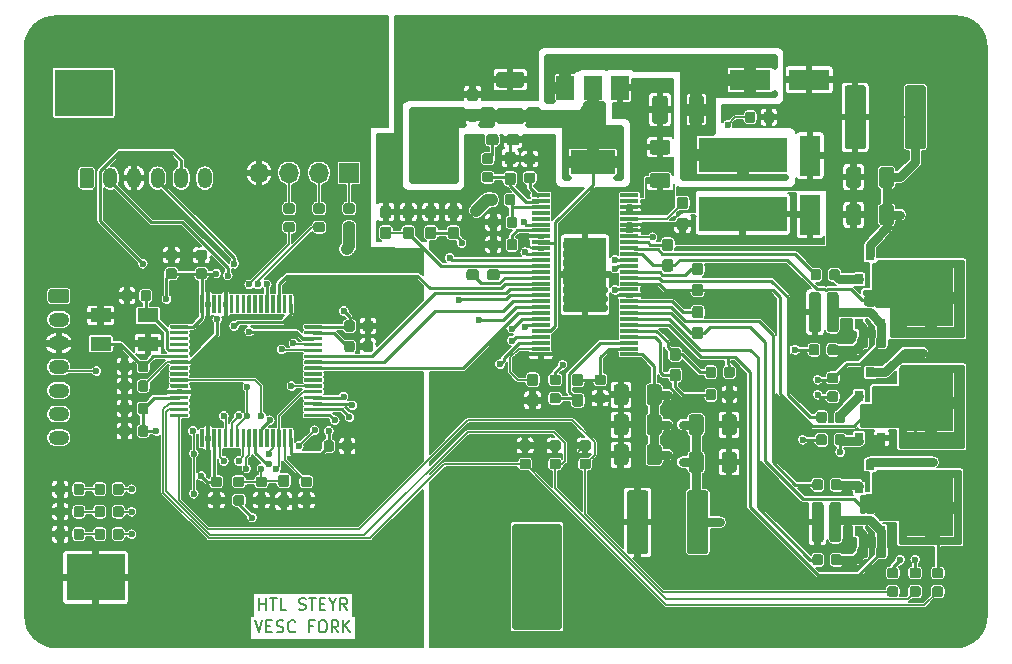
<source format=gbr>
G04 #@! TF.GenerationSoftware,KiCad,Pcbnew,(5.1.4)-1*
G04 #@! TF.CreationDate,2020-03-13T09:19:57+01:00*
G04 #@! TF.ProjectId,BLDC_4,424c4443-5f34-42e6-9b69-6361645f7063,rev?*
G04 #@! TF.SameCoordinates,Original*
G04 #@! TF.FileFunction,Copper,L1,Top*
G04 #@! TF.FilePolarity,Positive*
%FSLAX46Y46*%
G04 Gerber Fmt 4.6, Leading zero omitted, Abs format (unit mm)*
G04 Created by KiCad (PCBNEW (5.1.4)-1) date 2020-03-13 09:19:57*
%MOMM*%
%LPD*%
G04 APERTURE LIST*
%ADD10C,0.200000*%
%ADD11R,1.800000X1.200000*%
%ADD12O,1.200000X1.750000*%
%ADD13C,0.100000*%
%ADD14C,1.200000*%
%ADD15C,0.875000*%
%ADD16O,1.750000X1.200000*%
%ADD17R,1.700000X1.700000*%
%ADD18O,1.700000X1.700000*%
%ADD19C,0.950000*%
%ADD20C,0.300000*%
%ADD21R,1.500000X2.000000*%
%ADD22R,3.800000X2.000000*%
%ADD23R,3.610000X6.350000*%
%ADD24R,1.550000X0.300000*%
%ADD25R,0.800000X0.900000*%
%ADD26R,3.500000X1.800000*%
%ADD27R,1.800000X3.500000*%
%ADD28C,1.800000*%
%ADD29C,1.250000*%
%ADD30C,1.325000*%
%ADD31R,4.000000X5.000000*%
%ADD32R,5.000000X4.000000*%
%ADD33R,7.498080X2.997200*%
%ADD34C,1.000000*%
%ADD35C,0.600000*%
%ADD36C,0.127000*%
%ADD37C,0.254000*%
%ADD38C,0.762000*%
%ADD39C,1.016000*%
%ADD40C,0.508000*%
G04 APERTURE END LIST*
D10*
X151719761Y-104202380D02*
X152053095Y-105202380D01*
X152386428Y-104202380D01*
X152719761Y-104678571D02*
X153053095Y-104678571D01*
X153195952Y-105202380D02*
X152719761Y-105202380D01*
X152719761Y-104202380D01*
X153195952Y-104202380D01*
X153576904Y-105154761D02*
X153719761Y-105202380D01*
X153957857Y-105202380D01*
X154053095Y-105154761D01*
X154100714Y-105107142D01*
X154148333Y-105011904D01*
X154148333Y-104916666D01*
X154100714Y-104821428D01*
X154053095Y-104773809D01*
X153957857Y-104726190D01*
X153767380Y-104678571D01*
X153672142Y-104630952D01*
X153624523Y-104583333D01*
X153576904Y-104488095D01*
X153576904Y-104392857D01*
X153624523Y-104297619D01*
X153672142Y-104250000D01*
X153767380Y-104202380D01*
X154005476Y-104202380D01*
X154148333Y-104250000D01*
X155148333Y-105107142D02*
X155100714Y-105154761D01*
X154957857Y-105202380D01*
X154862619Y-105202380D01*
X154719761Y-105154761D01*
X154624523Y-105059523D01*
X154576904Y-104964285D01*
X154529285Y-104773809D01*
X154529285Y-104630952D01*
X154576904Y-104440476D01*
X154624523Y-104345238D01*
X154719761Y-104250000D01*
X154862619Y-104202380D01*
X154957857Y-104202380D01*
X155100714Y-104250000D01*
X155148333Y-104297619D01*
X156672142Y-104678571D02*
X156338809Y-104678571D01*
X156338809Y-105202380D02*
X156338809Y-104202380D01*
X156815000Y-104202380D01*
X157386428Y-104202380D02*
X157576904Y-104202380D01*
X157672142Y-104250000D01*
X157767380Y-104345238D01*
X157815000Y-104535714D01*
X157815000Y-104869047D01*
X157767380Y-105059523D01*
X157672142Y-105154761D01*
X157576904Y-105202380D01*
X157386428Y-105202380D01*
X157291190Y-105154761D01*
X157195952Y-105059523D01*
X157148333Y-104869047D01*
X157148333Y-104535714D01*
X157195952Y-104345238D01*
X157291190Y-104250000D01*
X157386428Y-104202380D01*
X158815000Y-105202380D02*
X158481666Y-104726190D01*
X158243571Y-105202380D02*
X158243571Y-104202380D01*
X158624523Y-104202380D01*
X158719761Y-104250000D01*
X158767380Y-104297619D01*
X158815000Y-104392857D01*
X158815000Y-104535714D01*
X158767380Y-104630952D01*
X158719761Y-104678571D01*
X158624523Y-104726190D01*
X158243571Y-104726190D01*
X159243571Y-105202380D02*
X159243571Y-104202380D01*
X159815000Y-105202380D02*
X159386428Y-104630952D01*
X159815000Y-104202380D02*
X159243571Y-104773809D01*
X152124523Y-103297380D02*
X152124523Y-102297380D01*
X152124523Y-102773571D02*
X152695952Y-102773571D01*
X152695952Y-103297380D02*
X152695952Y-102297380D01*
X153029285Y-102297380D02*
X153600714Y-102297380D01*
X153315000Y-103297380D02*
X153315000Y-102297380D01*
X154410238Y-103297380D02*
X153934047Y-103297380D01*
X153934047Y-102297380D01*
X155457857Y-103249761D02*
X155600714Y-103297380D01*
X155838809Y-103297380D01*
X155934047Y-103249761D01*
X155981666Y-103202142D01*
X156029285Y-103106904D01*
X156029285Y-103011666D01*
X155981666Y-102916428D01*
X155934047Y-102868809D01*
X155838809Y-102821190D01*
X155648333Y-102773571D01*
X155553095Y-102725952D01*
X155505476Y-102678333D01*
X155457857Y-102583095D01*
X155457857Y-102487857D01*
X155505476Y-102392619D01*
X155553095Y-102345000D01*
X155648333Y-102297380D01*
X155886428Y-102297380D01*
X156029285Y-102345000D01*
X156315000Y-102297380D02*
X156886428Y-102297380D01*
X156600714Y-103297380D02*
X156600714Y-102297380D01*
X157219761Y-102773571D02*
X157553095Y-102773571D01*
X157695952Y-103297380D02*
X157219761Y-103297380D01*
X157219761Y-102297380D01*
X157695952Y-102297380D01*
X158315000Y-102821190D02*
X158315000Y-103297380D01*
X157981666Y-102297380D02*
X158315000Y-102821190D01*
X158648333Y-102297380D01*
X159553095Y-103297380D02*
X159219761Y-102821190D01*
X158981666Y-103297380D02*
X158981666Y-102297380D01*
X159362619Y-102297380D01*
X159457857Y-102345000D01*
X159505476Y-102392619D01*
X159553095Y-102487857D01*
X159553095Y-102630714D01*
X159505476Y-102725952D01*
X159457857Y-102773571D01*
X159362619Y-102821190D01*
X158981666Y-102821190D01*
D11*
X142684000Y-78372000D03*
X138684000Y-78372000D03*
X138684000Y-80772000D03*
X142684000Y-80772000D03*
D12*
X147500000Y-66750000D03*
X145500000Y-66750000D03*
X143500000Y-66750000D03*
X141500000Y-66750000D03*
X139500000Y-66750000D03*
D13*
G36*
X137874505Y-65876204D02*
G01*
X137898773Y-65879804D01*
X137922572Y-65885765D01*
X137945671Y-65894030D01*
X137967850Y-65904520D01*
X137988893Y-65917132D01*
X138008599Y-65931747D01*
X138026777Y-65948223D01*
X138043253Y-65966401D01*
X138057868Y-65986107D01*
X138070480Y-66007150D01*
X138080970Y-66029329D01*
X138089235Y-66052428D01*
X138095196Y-66076227D01*
X138098796Y-66100495D01*
X138100000Y-66124999D01*
X138100000Y-67375001D01*
X138098796Y-67399505D01*
X138095196Y-67423773D01*
X138089235Y-67447572D01*
X138080970Y-67470671D01*
X138070480Y-67492850D01*
X138057868Y-67513893D01*
X138043253Y-67533599D01*
X138026777Y-67551777D01*
X138008599Y-67568253D01*
X137988893Y-67582868D01*
X137967850Y-67595480D01*
X137945671Y-67605970D01*
X137922572Y-67614235D01*
X137898773Y-67620196D01*
X137874505Y-67623796D01*
X137850001Y-67625000D01*
X137149999Y-67625000D01*
X137125495Y-67623796D01*
X137101227Y-67620196D01*
X137077428Y-67614235D01*
X137054329Y-67605970D01*
X137032150Y-67595480D01*
X137011107Y-67582868D01*
X136991401Y-67568253D01*
X136973223Y-67551777D01*
X136956747Y-67533599D01*
X136942132Y-67513893D01*
X136929520Y-67492850D01*
X136919030Y-67470671D01*
X136910765Y-67447572D01*
X136904804Y-67423773D01*
X136901204Y-67399505D01*
X136900000Y-67375001D01*
X136900000Y-66124999D01*
X136901204Y-66100495D01*
X136904804Y-66076227D01*
X136910765Y-66052428D01*
X136919030Y-66029329D01*
X136929520Y-66007150D01*
X136942132Y-65986107D01*
X136956747Y-65966401D01*
X136973223Y-65948223D01*
X136991401Y-65931747D01*
X137011107Y-65917132D01*
X137032150Y-65904520D01*
X137054329Y-65894030D01*
X137077428Y-65885765D01*
X137101227Y-65879804D01*
X137125495Y-65876204D01*
X137149999Y-65875000D01*
X137850001Y-65875000D01*
X137874505Y-65876204D01*
X137874505Y-65876204D01*
G37*
D14*
X137500000Y-66750000D03*
D13*
G36*
X150657691Y-93596053D02*
G01*
X150678926Y-93599203D01*
X150699750Y-93604419D01*
X150719962Y-93611651D01*
X150739368Y-93620830D01*
X150757781Y-93631866D01*
X150775024Y-93644654D01*
X150790930Y-93659070D01*
X150805346Y-93674976D01*
X150818134Y-93692219D01*
X150829170Y-93710632D01*
X150838349Y-93730038D01*
X150845581Y-93750250D01*
X150850797Y-93771074D01*
X150853947Y-93792309D01*
X150855000Y-93813750D01*
X150855000Y-94251250D01*
X150853947Y-94272691D01*
X150850797Y-94293926D01*
X150845581Y-94314750D01*
X150838349Y-94334962D01*
X150829170Y-94354368D01*
X150818134Y-94372781D01*
X150805346Y-94390024D01*
X150790930Y-94405930D01*
X150775024Y-94420346D01*
X150757781Y-94433134D01*
X150739368Y-94444170D01*
X150719962Y-94453349D01*
X150699750Y-94460581D01*
X150678926Y-94465797D01*
X150657691Y-94468947D01*
X150636250Y-94470000D01*
X150123750Y-94470000D01*
X150102309Y-94468947D01*
X150081074Y-94465797D01*
X150060250Y-94460581D01*
X150040038Y-94453349D01*
X150020632Y-94444170D01*
X150002219Y-94433134D01*
X149984976Y-94420346D01*
X149969070Y-94405930D01*
X149954654Y-94390024D01*
X149941866Y-94372781D01*
X149930830Y-94354368D01*
X149921651Y-94334962D01*
X149914419Y-94314750D01*
X149909203Y-94293926D01*
X149906053Y-94272691D01*
X149905000Y-94251250D01*
X149905000Y-93813750D01*
X149906053Y-93792309D01*
X149909203Y-93771074D01*
X149914419Y-93750250D01*
X149921651Y-93730038D01*
X149930830Y-93710632D01*
X149941866Y-93692219D01*
X149954654Y-93674976D01*
X149969070Y-93659070D01*
X149984976Y-93644654D01*
X150002219Y-93631866D01*
X150020632Y-93620830D01*
X150040038Y-93611651D01*
X150060250Y-93604419D01*
X150081074Y-93599203D01*
X150102309Y-93596053D01*
X150123750Y-93595000D01*
X150636250Y-93595000D01*
X150657691Y-93596053D01*
X150657691Y-93596053D01*
G37*
D15*
X150380000Y-94032500D03*
D13*
G36*
X150657691Y-92021053D02*
G01*
X150678926Y-92024203D01*
X150699750Y-92029419D01*
X150719962Y-92036651D01*
X150739368Y-92045830D01*
X150757781Y-92056866D01*
X150775024Y-92069654D01*
X150790930Y-92084070D01*
X150805346Y-92099976D01*
X150818134Y-92117219D01*
X150829170Y-92135632D01*
X150838349Y-92155038D01*
X150845581Y-92175250D01*
X150850797Y-92196074D01*
X150853947Y-92217309D01*
X150855000Y-92238750D01*
X150855000Y-92676250D01*
X150853947Y-92697691D01*
X150850797Y-92718926D01*
X150845581Y-92739750D01*
X150838349Y-92759962D01*
X150829170Y-92779368D01*
X150818134Y-92797781D01*
X150805346Y-92815024D01*
X150790930Y-92830930D01*
X150775024Y-92845346D01*
X150757781Y-92858134D01*
X150739368Y-92869170D01*
X150719962Y-92878349D01*
X150699750Y-92885581D01*
X150678926Y-92890797D01*
X150657691Y-92893947D01*
X150636250Y-92895000D01*
X150123750Y-92895000D01*
X150102309Y-92893947D01*
X150081074Y-92890797D01*
X150060250Y-92885581D01*
X150040038Y-92878349D01*
X150020632Y-92869170D01*
X150002219Y-92858134D01*
X149984976Y-92845346D01*
X149969070Y-92830930D01*
X149954654Y-92815024D01*
X149941866Y-92797781D01*
X149930830Y-92779368D01*
X149921651Y-92759962D01*
X149914419Y-92739750D01*
X149909203Y-92718926D01*
X149906053Y-92697691D01*
X149905000Y-92676250D01*
X149905000Y-92238750D01*
X149906053Y-92217309D01*
X149909203Y-92196074D01*
X149914419Y-92175250D01*
X149921651Y-92155038D01*
X149930830Y-92135632D01*
X149941866Y-92117219D01*
X149954654Y-92099976D01*
X149969070Y-92084070D01*
X149984976Y-92069654D01*
X150002219Y-92056866D01*
X150020632Y-92045830D01*
X150040038Y-92036651D01*
X150060250Y-92029419D01*
X150081074Y-92024203D01*
X150102309Y-92021053D01*
X150123750Y-92020000D01*
X150636250Y-92020000D01*
X150657691Y-92021053D01*
X150657691Y-92021053D01*
G37*
D15*
X150380000Y-92457500D03*
D13*
G36*
X154912691Y-70466053D02*
G01*
X154933926Y-70469203D01*
X154954750Y-70474419D01*
X154974962Y-70481651D01*
X154994368Y-70490830D01*
X155012781Y-70501866D01*
X155030024Y-70514654D01*
X155045930Y-70529070D01*
X155060346Y-70544976D01*
X155073134Y-70562219D01*
X155084170Y-70580632D01*
X155093349Y-70600038D01*
X155100581Y-70620250D01*
X155105797Y-70641074D01*
X155108947Y-70662309D01*
X155110000Y-70683750D01*
X155110000Y-71121250D01*
X155108947Y-71142691D01*
X155105797Y-71163926D01*
X155100581Y-71184750D01*
X155093349Y-71204962D01*
X155084170Y-71224368D01*
X155073134Y-71242781D01*
X155060346Y-71260024D01*
X155045930Y-71275930D01*
X155030024Y-71290346D01*
X155012781Y-71303134D01*
X154994368Y-71314170D01*
X154974962Y-71323349D01*
X154954750Y-71330581D01*
X154933926Y-71335797D01*
X154912691Y-71338947D01*
X154891250Y-71340000D01*
X154378750Y-71340000D01*
X154357309Y-71338947D01*
X154336074Y-71335797D01*
X154315250Y-71330581D01*
X154295038Y-71323349D01*
X154275632Y-71314170D01*
X154257219Y-71303134D01*
X154239976Y-71290346D01*
X154224070Y-71275930D01*
X154209654Y-71260024D01*
X154196866Y-71242781D01*
X154185830Y-71224368D01*
X154176651Y-71204962D01*
X154169419Y-71184750D01*
X154164203Y-71163926D01*
X154161053Y-71142691D01*
X154160000Y-71121250D01*
X154160000Y-70683750D01*
X154161053Y-70662309D01*
X154164203Y-70641074D01*
X154169419Y-70620250D01*
X154176651Y-70600038D01*
X154185830Y-70580632D01*
X154196866Y-70562219D01*
X154209654Y-70544976D01*
X154224070Y-70529070D01*
X154239976Y-70514654D01*
X154257219Y-70501866D01*
X154275632Y-70490830D01*
X154295038Y-70481651D01*
X154315250Y-70474419D01*
X154336074Y-70469203D01*
X154357309Y-70466053D01*
X154378750Y-70465000D01*
X154891250Y-70465000D01*
X154912691Y-70466053D01*
X154912691Y-70466053D01*
G37*
D15*
X154635000Y-70902500D03*
D13*
G36*
X154912691Y-68891053D02*
G01*
X154933926Y-68894203D01*
X154954750Y-68899419D01*
X154974962Y-68906651D01*
X154994368Y-68915830D01*
X155012781Y-68926866D01*
X155030024Y-68939654D01*
X155045930Y-68954070D01*
X155060346Y-68969976D01*
X155073134Y-68987219D01*
X155084170Y-69005632D01*
X155093349Y-69025038D01*
X155100581Y-69045250D01*
X155105797Y-69066074D01*
X155108947Y-69087309D01*
X155110000Y-69108750D01*
X155110000Y-69546250D01*
X155108947Y-69567691D01*
X155105797Y-69588926D01*
X155100581Y-69609750D01*
X155093349Y-69629962D01*
X155084170Y-69649368D01*
X155073134Y-69667781D01*
X155060346Y-69685024D01*
X155045930Y-69700930D01*
X155030024Y-69715346D01*
X155012781Y-69728134D01*
X154994368Y-69739170D01*
X154974962Y-69748349D01*
X154954750Y-69755581D01*
X154933926Y-69760797D01*
X154912691Y-69763947D01*
X154891250Y-69765000D01*
X154378750Y-69765000D01*
X154357309Y-69763947D01*
X154336074Y-69760797D01*
X154315250Y-69755581D01*
X154295038Y-69748349D01*
X154275632Y-69739170D01*
X154257219Y-69728134D01*
X154239976Y-69715346D01*
X154224070Y-69700930D01*
X154209654Y-69685024D01*
X154196866Y-69667781D01*
X154185830Y-69649368D01*
X154176651Y-69629962D01*
X154169419Y-69609750D01*
X154164203Y-69588926D01*
X154161053Y-69567691D01*
X154160000Y-69546250D01*
X154160000Y-69108750D01*
X154161053Y-69087309D01*
X154164203Y-69066074D01*
X154169419Y-69045250D01*
X154176651Y-69025038D01*
X154185830Y-69005632D01*
X154196866Y-68987219D01*
X154209654Y-68969976D01*
X154224070Y-68954070D01*
X154239976Y-68939654D01*
X154257219Y-68926866D01*
X154275632Y-68915830D01*
X154295038Y-68906651D01*
X154315250Y-68899419D01*
X154336074Y-68894203D01*
X154357309Y-68891053D01*
X154378750Y-68890000D01*
X154891250Y-68890000D01*
X154912691Y-68891053D01*
X154912691Y-68891053D01*
G37*
D15*
X154635000Y-69327500D03*
D13*
G36*
X140422691Y-92616053D02*
G01*
X140443926Y-92619203D01*
X140464750Y-92624419D01*
X140484962Y-92631651D01*
X140504368Y-92640830D01*
X140522781Y-92651866D01*
X140540024Y-92664654D01*
X140555930Y-92679070D01*
X140570346Y-92694976D01*
X140583134Y-92712219D01*
X140594170Y-92730632D01*
X140603349Y-92750038D01*
X140610581Y-92770250D01*
X140615797Y-92791074D01*
X140618947Y-92812309D01*
X140620000Y-92833750D01*
X140620000Y-93346250D01*
X140618947Y-93367691D01*
X140615797Y-93388926D01*
X140610581Y-93409750D01*
X140603349Y-93429962D01*
X140594170Y-93449368D01*
X140583134Y-93467781D01*
X140570346Y-93485024D01*
X140555930Y-93500930D01*
X140540024Y-93515346D01*
X140522781Y-93528134D01*
X140504368Y-93539170D01*
X140484962Y-93548349D01*
X140464750Y-93555581D01*
X140443926Y-93560797D01*
X140422691Y-93563947D01*
X140401250Y-93565000D01*
X139963750Y-93565000D01*
X139942309Y-93563947D01*
X139921074Y-93560797D01*
X139900250Y-93555581D01*
X139880038Y-93548349D01*
X139860632Y-93539170D01*
X139842219Y-93528134D01*
X139824976Y-93515346D01*
X139809070Y-93500930D01*
X139794654Y-93485024D01*
X139781866Y-93467781D01*
X139770830Y-93449368D01*
X139761651Y-93429962D01*
X139754419Y-93409750D01*
X139749203Y-93388926D01*
X139746053Y-93367691D01*
X139745000Y-93346250D01*
X139745000Y-92833750D01*
X139746053Y-92812309D01*
X139749203Y-92791074D01*
X139754419Y-92770250D01*
X139761651Y-92750038D01*
X139770830Y-92730632D01*
X139781866Y-92712219D01*
X139794654Y-92694976D01*
X139809070Y-92679070D01*
X139824976Y-92664654D01*
X139842219Y-92651866D01*
X139860632Y-92640830D01*
X139880038Y-92631651D01*
X139900250Y-92624419D01*
X139921074Y-92619203D01*
X139942309Y-92616053D01*
X139963750Y-92615000D01*
X140401250Y-92615000D01*
X140422691Y-92616053D01*
X140422691Y-92616053D01*
G37*
D15*
X140182500Y-93090000D03*
D13*
G36*
X138847691Y-92616053D02*
G01*
X138868926Y-92619203D01*
X138889750Y-92624419D01*
X138909962Y-92631651D01*
X138929368Y-92640830D01*
X138947781Y-92651866D01*
X138965024Y-92664654D01*
X138980930Y-92679070D01*
X138995346Y-92694976D01*
X139008134Y-92712219D01*
X139019170Y-92730632D01*
X139028349Y-92750038D01*
X139035581Y-92770250D01*
X139040797Y-92791074D01*
X139043947Y-92812309D01*
X139045000Y-92833750D01*
X139045000Y-93346250D01*
X139043947Y-93367691D01*
X139040797Y-93388926D01*
X139035581Y-93409750D01*
X139028349Y-93429962D01*
X139019170Y-93449368D01*
X139008134Y-93467781D01*
X138995346Y-93485024D01*
X138980930Y-93500930D01*
X138965024Y-93515346D01*
X138947781Y-93528134D01*
X138929368Y-93539170D01*
X138909962Y-93548349D01*
X138889750Y-93555581D01*
X138868926Y-93560797D01*
X138847691Y-93563947D01*
X138826250Y-93565000D01*
X138388750Y-93565000D01*
X138367309Y-93563947D01*
X138346074Y-93560797D01*
X138325250Y-93555581D01*
X138305038Y-93548349D01*
X138285632Y-93539170D01*
X138267219Y-93528134D01*
X138249976Y-93515346D01*
X138234070Y-93500930D01*
X138219654Y-93485024D01*
X138206866Y-93467781D01*
X138195830Y-93449368D01*
X138186651Y-93429962D01*
X138179419Y-93409750D01*
X138174203Y-93388926D01*
X138171053Y-93367691D01*
X138170000Y-93346250D01*
X138170000Y-92833750D01*
X138171053Y-92812309D01*
X138174203Y-92791074D01*
X138179419Y-92770250D01*
X138186651Y-92750038D01*
X138195830Y-92730632D01*
X138206866Y-92712219D01*
X138219654Y-92694976D01*
X138234070Y-92679070D01*
X138249976Y-92664654D01*
X138267219Y-92651866D01*
X138285632Y-92640830D01*
X138305038Y-92631651D01*
X138325250Y-92624419D01*
X138346074Y-92619203D01*
X138367309Y-92616053D01*
X138388750Y-92615000D01*
X138826250Y-92615000D01*
X138847691Y-92616053D01*
X138847691Y-92616053D01*
G37*
D15*
X138607500Y-93090000D03*
D13*
G36*
X140422691Y-94521053D02*
G01*
X140443926Y-94524203D01*
X140464750Y-94529419D01*
X140484962Y-94536651D01*
X140504368Y-94545830D01*
X140522781Y-94556866D01*
X140540024Y-94569654D01*
X140555930Y-94584070D01*
X140570346Y-94599976D01*
X140583134Y-94617219D01*
X140594170Y-94635632D01*
X140603349Y-94655038D01*
X140610581Y-94675250D01*
X140615797Y-94696074D01*
X140618947Y-94717309D01*
X140620000Y-94738750D01*
X140620000Y-95251250D01*
X140618947Y-95272691D01*
X140615797Y-95293926D01*
X140610581Y-95314750D01*
X140603349Y-95334962D01*
X140594170Y-95354368D01*
X140583134Y-95372781D01*
X140570346Y-95390024D01*
X140555930Y-95405930D01*
X140540024Y-95420346D01*
X140522781Y-95433134D01*
X140504368Y-95444170D01*
X140484962Y-95453349D01*
X140464750Y-95460581D01*
X140443926Y-95465797D01*
X140422691Y-95468947D01*
X140401250Y-95470000D01*
X139963750Y-95470000D01*
X139942309Y-95468947D01*
X139921074Y-95465797D01*
X139900250Y-95460581D01*
X139880038Y-95453349D01*
X139860632Y-95444170D01*
X139842219Y-95433134D01*
X139824976Y-95420346D01*
X139809070Y-95405930D01*
X139794654Y-95390024D01*
X139781866Y-95372781D01*
X139770830Y-95354368D01*
X139761651Y-95334962D01*
X139754419Y-95314750D01*
X139749203Y-95293926D01*
X139746053Y-95272691D01*
X139745000Y-95251250D01*
X139745000Y-94738750D01*
X139746053Y-94717309D01*
X139749203Y-94696074D01*
X139754419Y-94675250D01*
X139761651Y-94655038D01*
X139770830Y-94635632D01*
X139781866Y-94617219D01*
X139794654Y-94599976D01*
X139809070Y-94584070D01*
X139824976Y-94569654D01*
X139842219Y-94556866D01*
X139860632Y-94545830D01*
X139880038Y-94536651D01*
X139900250Y-94529419D01*
X139921074Y-94524203D01*
X139942309Y-94521053D01*
X139963750Y-94520000D01*
X140401250Y-94520000D01*
X140422691Y-94521053D01*
X140422691Y-94521053D01*
G37*
D15*
X140182500Y-94995000D03*
D13*
G36*
X138847691Y-94521053D02*
G01*
X138868926Y-94524203D01*
X138889750Y-94529419D01*
X138909962Y-94536651D01*
X138929368Y-94545830D01*
X138947781Y-94556866D01*
X138965024Y-94569654D01*
X138980930Y-94584070D01*
X138995346Y-94599976D01*
X139008134Y-94617219D01*
X139019170Y-94635632D01*
X139028349Y-94655038D01*
X139035581Y-94675250D01*
X139040797Y-94696074D01*
X139043947Y-94717309D01*
X139045000Y-94738750D01*
X139045000Y-95251250D01*
X139043947Y-95272691D01*
X139040797Y-95293926D01*
X139035581Y-95314750D01*
X139028349Y-95334962D01*
X139019170Y-95354368D01*
X139008134Y-95372781D01*
X138995346Y-95390024D01*
X138980930Y-95405930D01*
X138965024Y-95420346D01*
X138947781Y-95433134D01*
X138929368Y-95444170D01*
X138909962Y-95453349D01*
X138889750Y-95460581D01*
X138868926Y-95465797D01*
X138847691Y-95468947D01*
X138826250Y-95470000D01*
X138388750Y-95470000D01*
X138367309Y-95468947D01*
X138346074Y-95465797D01*
X138325250Y-95460581D01*
X138305038Y-95453349D01*
X138285632Y-95444170D01*
X138267219Y-95433134D01*
X138249976Y-95420346D01*
X138234070Y-95405930D01*
X138219654Y-95390024D01*
X138206866Y-95372781D01*
X138195830Y-95354368D01*
X138186651Y-95334962D01*
X138179419Y-95314750D01*
X138174203Y-95293926D01*
X138171053Y-95272691D01*
X138170000Y-95251250D01*
X138170000Y-94738750D01*
X138171053Y-94717309D01*
X138174203Y-94696074D01*
X138179419Y-94675250D01*
X138186651Y-94655038D01*
X138195830Y-94635632D01*
X138206866Y-94617219D01*
X138219654Y-94599976D01*
X138234070Y-94584070D01*
X138249976Y-94569654D01*
X138267219Y-94556866D01*
X138285632Y-94545830D01*
X138305038Y-94536651D01*
X138325250Y-94529419D01*
X138346074Y-94524203D01*
X138367309Y-94521053D01*
X138388750Y-94520000D01*
X138826250Y-94520000D01*
X138847691Y-94521053D01*
X138847691Y-94521053D01*
G37*
D15*
X138607500Y-94995000D03*
D13*
G36*
X157452691Y-70466053D02*
G01*
X157473926Y-70469203D01*
X157494750Y-70474419D01*
X157514962Y-70481651D01*
X157534368Y-70490830D01*
X157552781Y-70501866D01*
X157570024Y-70514654D01*
X157585930Y-70529070D01*
X157600346Y-70544976D01*
X157613134Y-70562219D01*
X157624170Y-70580632D01*
X157633349Y-70600038D01*
X157640581Y-70620250D01*
X157645797Y-70641074D01*
X157648947Y-70662309D01*
X157650000Y-70683750D01*
X157650000Y-71121250D01*
X157648947Y-71142691D01*
X157645797Y-71163926D01*
X157640581Y-71184750D01*
X157633349Y-71204962D01*
X157624170Y-71224368D01*
X157613134Y-71242781D01*
X157600346Y-71260024D01*
X157585930Y-71275930D01*
X157570024Y-71290346D01*
X157552781Y-71303134D01*
X157534368Y-71314170D01*
X157514962Y-71323349D01*
X157494750Y-71330581D01*
X157473926Y-71335797D01*
X157452691Y-71338947D01*
X157431250Y-71340000D01*
X156918750Y-71340000D01*
X156897309Y-71338947D01*
X156876074Y-71335797D01*
X156855250Y-71330581D01*
X156835038Y-71323349D01*
X156815632Y-71314170D01*
X156797219Y-71303134D01*
X156779976Y-71290346D01*
X156764070Y-71275930D01*
X156749654Y-71260024D01*
X156736866Y-71242781D01*
X156725830Y-71224368D01*
X156716651Y-71204962D01*
X156709419Y-71184750D01*
X156704203Y-71163926D01*
X156701053Y-71142691D01*
X156700000Y-71121250D01*
X156700000Y-70683750D01*
X156701053Y-70662309D01*
X156704203Y-70641074D01*
X156709419Y-70620250D01*
X156716651Y-70600038D01*
X156725830Y-70580632D01*
X156736866Y-70562219D01*
X156749654Y-70544976D01*
X156764070Y-70529070D01*
X156779976Y-70514654D01*
X156797219Y-70501866D01*
X156815632Y-70490830D01*
X156835038Y-70481651D01*
X156855250Y-70474419D01*
X156876074Y-70469203D01*
X156897309Y-70466053D01*
X156918750Y-70465000D01*
X157431250Y-70465000D01*
X157452691Y-70466053D01*
X157452691Y-70466053D01*
G37*
D15*
X157175000Y-70902500D03*
D13*
G36*
X157452691Y-68891053D02*
G01*
X157473926Y-68894203D01*
X157494750Y-68899419D01*
X157514962Y-68906651D01*
X157534368Y-68915830D01*
X157552781Y-68926866D01*
X157570024Y-68939654D01*
X157585930Y-68954070D01*
X157600346Y-68969976D01*
X157613134Y-68987219D01*
X157624170Y-69005632D01*
X157633349Y-69025038D01*
X157640581Y-69045250D01*
X157645797Y-69066074D01*
X157648947Y-69087309D01*
X157650000Y-69108750D01*
X157650000Y-69546250D01*
X157648947Y-69567691D01*
X157645797Y-69588926D01*
X157640581Y-69609750D01*
X157633349Y-69629962D01*
X157624170Y-69649368D01*
X157613134Y-69667781D01*
X157600346Y-69685024D01*
X157585930Y-69700930D01*
X157570024Y-69715346D01*
X157552781Y-69728134D01*
X157534368Y-69739170D01*
X157514962Y-69748349D01*
X157494750Y-69755581D01*
X157473926Y-69760797D01*
X157452691Y-69763947D01*
X157431250Y-69765000D01*
X156918750Y-69765000D01*
X156897309Y-69763947D01*
X156876074Y-69760797D01*
X156855250Y-69755581D01*
X156835038Y-69748349D01*
X156815632Y-69739170D01*
X156797219Y-69728134D01*
X156779976Y-69715346D01*
X156764070Y-69700930D01*
X156749654Y-69685024D01*
X156736866Y-69667781D01*
X156725830Y-69649368D01*
X156716651Y-69629962D01*
X156709419Y-69609750D01*
X156704203Y-69588926D01*
X156701053Y-69567691D01*
X156700000Y-69546250D01*
X156700000Y-69108750D01*
X156701053Y-69087309D01*
X156704203Y-69066074D01*
X156709419Y-69045250D01*
X156716651Y-69025038D01*
X156725830Y-69005632D01*
X156736866Y-68987219D01*
X156749654Y-68969976D01*
X156764070Y-68954070D01*
X156779976Y-68939654D01*
X156797219Y-68926866D01*
X156815632Y-68915830D01*
X156835038Y-68906651D01*
X156855250Y-68899419D01*
X156876074Y-68894203D01*
X156897309Y-68891053D01*
X156918750Y-68890000D01*
X157431250Y-68890000D01*
X157452691Y-68891053D01*
X157452691Y-68891053D01*
G37*
D15*
X157175000Y-69327500D03*
D13*
G36*
X140422691Y-96426053D02*
G01*
X140443926Y-96429203D01*
X140464750Y-96434419D01*
X140484962Y-96441651D01*
X140504368Y-96450830D01*
X140522781Y-96461866D01*
X140540024Y-96474654D01*
X140555930Y-96489070D01*
X140570346Y-96504976D01*
X140583134Y-96522219D01*
X140594170Y-96540632D01*
X140603349Y-96560038D01*
X140610581Y-96580250D01*
X140615797Y-96601074D01*
X140618947Y-96622309D01*
X140620000Y-96643750D01*
X140620000Y-97156250D01*
X140618947Y-97177691D01*
X140615797Y-97198926D01*
X140610581Y-97219750D01*
X140603349Y-97239962D01*
X140594170Y-97259368D01*
X140583134Y-97277781D01*
X140570346Y-97295024D01*
X140555930Y-97310930D01*
X140540024Y-97325346D01*
X140522781Y-97338134D01*
X140504368Y-97349170D01*
X140484962Y-97358349D01*
X140464750Y-97365581D01*
X140443926Y-97370797D01*
X140422691Y-97373947D01*
X140401250Y-97375000D01*
X139963750Y-97375000D01*
X139942309Y-97373947D01*
X139921074Y-97370797D01*
X139900250Y-97365581D01*
X139880038Y-97358349D01*
X139860632Y-97349170D01*
X139842219Y-97338134D01*
X139824976Y-97325346D01*
X139809070Y-97310930D01*
X139794654Y-97295024D01*
X139781866Y-97277781D01*
X139770830Y-97259368D01*
X139761651Y-97239962D01*
X139754419Y-97219750D01*
X139749203Y-97198926D01*
X139746053Y-97177691D01*
X139745000Y-97156250D01*
X139745000Y-96643750D01*
X139746053Y-96622309D01*
X139749203Y-96601074D01*
X139754419Y-96580250D01*
X139761651Y-96560038D01*
X139770830Y-96540632D01*
X139781866Y-96522219D01*
X139794654Y-96504976D01*
X139809070Y-96489070D01*
X139824976Y-96474654D01*
X139842219Y-96461866D01*
X139860632Y-96450830D01*
X139880038Y-96441651D01*
X139900250Y-96434419D01*
X139921074Y-96429203D01*
X139942309Y-96426053D01*
X139963750Y-96425000D01*
X140401250Y-96425000D01*
X140422691Y-96426053D01*
X140422691Y-96426053D01*
G37*
D15*
X140182500Y-96900000D03*
D13*
G36*
X138847691Y-96426053D02*
G01*
X138868926Y-96429203D01*
X138889750Y-96434419D01*
X138909962Y-96441651D01*
X138929368Y-96450830D01*
X138947781Y-96461866D01*
X138965024Y-96474654D01*
X138980930Y-96489070D01*
X138995346Y-96504976D01*
X139008134Y-96522219D01*
X139019170Y-96540632D01*
X139028349Y-96560038D01*
X139035581Y-96580250D01*
X139040797Y-96601074D01*
X139043947Y-96622309D01*
X139045000Y-96643750D01*
X139045000Y-97156250D01*
X139043947Y-97177691D01*
X139040797Y-97198926D01*
X139035581Y-97219750D01*
X139028349Y-97239962D01*
X139019170Y-97259368D01*
X139008134Y-97277781D01*
X138995346Y-97295024D01*
X138980930Y-97310930D01*
X138965024Y-97325346D01*
X138947781Y-97338134D01*
X138929368Y-97349170D01*
X138909962Y-97358349D01*
X138889750Y-97365581D01*
X138868926Y-97370797D01*
X138847691Y-97373947D01*
X138826250Y-97375000D01*
X138388750Y-97375000D01*
X138367309Y-97373947D01*
X138346074Y-97370797D01*
X138325250Y-97365581D01*
X138305038Y-97358349D01*
X138285632Y-97349170D01*
X138267219Y-97338134D01*
X138249976Y-97325346D01*
X138234070Y-97310930D01*
X138219654Y-97295024D01*
X138206866Y-97277781D01*
X138195830Y-97259368D01*
X138186651Y-97239962D01*
X138179419Y-97219750D01*
X138174203Y-97198926D01*
X138171053Y-97177691D01*
X138170000Y-97156250D01*
X138170000Y-96643750D01*
X138171053Y-96622309D01*
X138174203Y-96601074D01*
X138179419Y-96580250D01*
X138186651Y-96560038D01*
X138195830Y-96540632D01*
X138206866Y-96522219D01*
X138219654Y-96504976D01*
X138234070Y-96489070D01*
X138249976Y-96474654D01*
X138267219Y-96461866D01*
X138285632Y-96450830D01*
X138305038Y-96441651D01*
X138325250Y-96434419D01*
X138346074Y-96429203D01*
X138367309Y-96426053D01*
X138388750Y-96425000D01*
X138826250Y-96425000D01*
X138847691Y-96426053D01*
X138847691Y-96426053D01*
G37*
D15*
X138607500Y-96900000D03*
D13*
G36*
X152562691Y-93596053D02*
G01*
X152583926Y-93599203D01*
X152604750Y-93604419D01*
X152624962Y-93611651D01*
X152644368Y-93620830D01*
X152662781Y-93631866D01*
X152680024Y-93644654D01*
X152695930Y-93659070D01*
X152710346Y-93674976D01*
X152723134Y-93692219D01*
X152734170Y-93710632D01*
X152743349Y-93730038D01*
X152750581Y-93750250D01*
X152755797Y-93771074D01*
X152758947Y-93792309D01*
X152760000Y-93813750D01*
X152760000Y-94251250D01*
X152758947Y-94272691D01*
X152755797Y-94293926D01*
X152750581Y-94314750D01*
X152743349Y-94334962D01*
X152734170Y-94354368D01*
X152723134Y-94372781D01*
X152710346Y-94390024D01*
X152695930Y-94405930D01*
X152680024Y-94420346D01*
X152662781Y-94433134D01*
X152644368Y-94444170D01*
X152624962Y-94453349D01*
X152604750Y-94460581D01*
X152583926Y-94465797D01*
X152562691Y-94468947D01*
X152541250Y-94470000D01*
X152028750Y-94470000D01*
X152007309Y-94468947D01*
X151986074Y-94465797D01*
X151965250Y-94460581D01*
X151945038Y-94453349D01*
X151925632Y-94444170D01*
X151907219Y-94433134D01*
X151889976Y-94420346D01*
X151874070Y-94405930D01*
X151859654Y-94390024D01*
X151846866Y-94372781D01*
X151835830Y-94354368D01*
X151826651Y-94334962D01*
X151819419Y-94314750D01*
X151814203Y-94293926D01*
X151811053Y-94272691D01*
X151810000Y-94251250D01*
X151810000Y-93813750D01*
X151811053Y-93792309D01*
X151814203Y-93771074D01*
X151819419Y-93750250D01*
X151826651Y-93730038D01*
X151835830Y-93710632D01*
X151846866Y-93692219D01*
X151859654Y-93674976D01*
X151874070Y-93659070D01*
X151889976Y-93644654D01*
X151907219Y-93631866D01*
X151925632Y-93620830D01*
X151945038Y-93611651D01*
X151965250Y-93604419D01*
X151986074Y-93599203D01*
X152007309Y-93596053D01*
X152028750Y-93595000D01*
X152541250Y-93595000D01*
X152562691Y-93596053D01*
X152562691Y-93596053D01*
G37*
D15*
X152285000Y-94032500D03*
D13*
G36*
X152562691Y-92021053D02*
G01*
X152583926Y-92024203D01*
X152604750Y-92029419D01*
X152624962Y-92036651D01*
X152644368Y-92045830D01*
X152662781Y-92056866D01*
X152680024Y-92069654D01*
X152695930Y-92084070D01*
X152710346Y-92099976D01*
X152723134Y-92117219D01*
X152734170Y-92135632D01*
X152743349Y-92155038D01*
X152750581Y-92175250D01*
X152755797Y-92196074D01*
X152758947Y-92217309D01*
X152760000Y-92238750D01*
X152760000Y-92676250D01*
X152758947Y-92697691D01*
X152755797Y-92718926D01*
X152750581Y-92739750D01*
X152743349Y-92759962D01*
X152734170Y-92779368D01*
X152723134Y-92797781D01*
X152710346Y-92815024D01*
X152695930Y-92830930D01*
X152680024Y-92845346D01*
X152662781Y-92858134D01*
X152644368Y-92869170D01*
X152624962Y-92878349D01*
X152604750Y-92885581D01*
X152583926Y-92890797D01*
X152562691Y-92893947D01*
X152541250Y-92895000D01*
X152028750Y-92895000D01*
X152007309Y-92893947D01*
X151986074Y-92890797D01*
X151965250Y-92885581D01*
X151945038Y-92878349D01*
X151925632Y-92869170D01*
X151907219Y-92858134D01*
X151889976Y-92845346D01*
X151874070Y-92830930D01*
X151859654Y-92815024D01*
X151846866Y-92797781D01*
X151835830Y-92779368D01*
X151826651Y-92759962D01*
X151819419Y-92739750D01*
X151814203Y-92718926D01*
X151811053Y-92697691D01*
X151810000Y-92676250D01*
X151810000Y-92238750D01*
X151811053Y-92217309D01*
X151814203Y-92196074D01*
X151819419Y-92175250D01*
X151826651Y-92155038D01*
X151835830Y-92135632D01*
X151846866Y-92117219D01*
X151859654Y-92099976D01*
X151874070Y-92084070D01*
X151889976Y-92069654D01*
X151907219Y-92056866D01*
X151925632Y-92045830D01*
X151945038Y-92036651D01*
X151965250Y-92029419D01*
X151986074Y-92024203D01*
X152007309Y-92021053D01*
X152028750Y-92020000D01*
X152541250Y-92020000D01*
X152562691Y-92021053D01*
X152562691Y-92021053D01*
G37*
D15*
X152285000Y-92457500D03*
D13*
G36*
X147482691Y-74393553D02*
G01*
X147503926Y-74396703D01*
X147524750Y-74401919D01*
X147544962Y-74409151D01*
X147564368Y-74418330D01*
X147582781Y-74429366D01*
X147600024Y-74442154D01*
X147615930Y-74456570D01*
X147630346Y-74472476D01*
X147643134Y-74489719D01*
X147654170Y-74508132D01*
X147663349Y-74527538D01*
X147670581Y-74547750D01*
X147675797Y-74568574D01*
X147678947Y-74589809D01*
X147680000Y-74611250D01*
X147680000Y-75048750D01*
X147678947Y-75070191D01*
X147675797Y-75091426D01*
X147670581Y-75112250D01*
X147663349Y-75132462D01*
X147654170Y-75151868D01*
X147643134Y-75170281D01*
X147630346Y-75187524D01*
X147615930Y-75203430D01*
X147600024Y-75217846D01*
X147582781Y-75230634D01*
X147564368Y-75241670D01*
X147544962Y-75250849D01*
X147524750Y-75258081D01*
X147503926Y-75263297D01*
X147482691Y-75266447D01*
X147461250Y-75267500D01*
X146948750Y-75267500D01*
X146927309Y-75266447D01*
X146906074Y-75263297D01*
X146885250Y-75258081D01*
X146865038Y-75250849D01*
X146845632Y-75241670D01*
X146827219Y-75230634D01*
X146809976Y-75217846D01*
X146794070Y-75203430D01*
X146779654Y-75187524D01*
X146766866Y-75170281D01*
X146755830Y-75151868D01*
X146746651Y-75132462D01*
X146739419Y-75112250D01*
X146734203Y-75091426D01*
X146731053Y-75070191D01*
X146730000Y-75048750D01*
X146730000Y-74611250D01*
X146731053Y-74589809D01*
X146734203Y-74568574D01*
X146739419Y-74547750D01*
X146746651Y-74527538D01*
X146755830Y-74508132D01*
X146766866Y-74489719D01*
X146779654Y-74472476D01*
X146794070Y-74456570D01*
X146809976Y-74442154D01*
X146827219Y-74429366D01*
X146845632Y-74418330D01*
X146865038Y-74409151D01*
X146885250Y-74401919D01*
X146906074Y-74396703D01*
X146927309Y-74393553D01*
X146948750Y-74392500D01*
X147461250Y-74392500D01*
X147482691Y-74393553D01*
X147482691Y-74393553D01*
G37*
D15*
X147205000Y-74830000D03*
D13*
G36*
X147482691Y-72818553D02*
G01*
X147503926Y-72821703D01*
X147524750Y-72826919D01*
X147544962Y-72834151D01*
X147564368Y-72843330D01*
X147582781Y-72854366D01*
X147600024Y-72867154D01*
X147615930Y-72881570D01*
X147630346Y-72897476D01*
X147643134Y-72914719D01*
X147654170Y-72933132D01*
X147663349Y-72952538D01*
X147670581Y-72972750D01*
X147675797Y-72993574D01*
X147678947Y-73014809D01*
X147680000Y-73036250D01*
X147680000Y-73473750D01*
X147678947Y-73495191D01*
X147675797Y-73516426D01*
X147670581Y-73537250D01*
X147663349Y-73557462D01*
X147654170Y-73576868D01*
X147643134Y-73595281D01*
X147630346Y-73612524D01*
X147615930Y-73628430D01*
X147600024Y-73642846D01*
X147582781Y-73655634D01*
X147564368Y-73666670D01*
X147544962Y-73675849D01*
X147524750Y-73683081D01*
X147503926Y-73688297D01*
X147482691Y-73691447D01*
X147461250Y-73692500D01*
X146948750Y-73692500D01*
X146927309Y-73691447D01*
X146906074Y-73688297D01*
X146885250Y-73683081D01*
X146865038Y-73675849D01*
X146845632Y-73666670D01*
X146827219Y-73655634D01*
X146809976Y-73642846D01*
X146794070Y-73628430D01*
X146779654Y-73612524D01*
X146766866Y-73595281D01*
X146755830Y-73576868D01*
X146746651Y-73557462D01*
X146739419Y-73537250D01*
X146734203Y-73516426D01*
X146731053Y-73495191D01*
X146730000Y-73473750D01*
X146730000Y-73036250D01*
X146731053Y-73014809D01*
X146734203Y-72993574D01*
X146739419Y-72972750D01*
X146746651Y-72952538D01*
X146755830Y-72933132D01*
X146766866Y-72914719D01*
X146779654Y-72897476D01*
X146794070Y-72881570D01*
X146809976Y-72867154D01*
X146827219Y-72854366D01*
X146845632Y-72843330D01*
X146865038Y-72834151D01*
X146885250Y-72826919D01*
X146906074Y-72821703D01*
X146927309Y-72818553D01*
X146948750Y-72817500D01*
X147461250Y-72817500D01*
X147482691Y-72818553D01*
X147482691Y-72818553D01*
G37*
D15*
X147205000Y-73255000D03*
D13*
G36*
X142517691Y-87691053D02*
G01*
X142538926Y-87694203D01*
X142559750Y-87699419D01*
X142579962Y-87706651D01*
X142599368Y-87715830D01*
X142617781Y-87726866D01*
X142635024Y-87739654D01*
X142650930Y-87754070D01*
X142665346Y-87769976D01*
X142678134Y-87787219D01*
X142689170Y-87805632D01*
X142698349Y-87825038D01*
X142705581Y-87845250D01*
X142710797Y-87866074D01*
X142713947Y-87887309D01*
X142715000Y-87908750D01*
X142715000Y-88421250D01*
X142713947Y-88442691D01*
X142710797Y-88463926D01*
X142705581Y-88484750D01*
X142698349Y-88504962D01*
X142689170Y-88524368D01*
X142678134Y-88542781D01*
X142665346Y-88560024D01*
X142650930Y-88575930D01*
X142635024Y-88590346D01*
X142617781Y-88603134D01*
X142599368Y-88614170D01*
X142579962Y-88623349D01*
X142559750Y-88630581D01*
X142538926Y-88635797D01*
X142517691Y-88638947D01*
X142496250Y-88640000D01*
X142058750Y-88640000D01*
X142037309Y-88638947D01*
X142016074Y-88635797D01*
X141995250Y-88630581D01*
X141975038Y-88623349D01*
X141955632Y-88614170D01*
X141937219Y-88603134D01*
X141919976Y-88590346D01*
X141904070Y-88575930D01*
X141889654Y-88560024D01*
X141876866Y-88542781D01*
X141865830Y-88524368D01*
X141856651Y-88504962D01*
X141849419Y-88484750D01*
X141844203Y-88463926D01*
X141841053Y-88442691D01*
X141840000Y-88421250D01*
X141840000Y-87908750D01*
X141841053Y-87887309D01*
X141844203Y-87866074D01*
X141849419Y-87845250D01*
X141856651Y-87825038D01*
X141865830Y-87805632D01*
X141876866Y-87787219D01*
X141889654Y-87769976D01*
X141904070Y-87754070D01*
X141919976Y-87739654D01*
X141937219Y-87726866D01*
X141955632Y-87715830D01*
X141975038Y-87706651D01*
X141995250Y-87699419D01*
X142016074Y-87694203D01*
X142037309Y-87691053D01*
X142058750Y-87690000D01*
X142496250Y-87690000D01*
X142517691Y-87691053D01*
X142517691Y-87691053D01*
G37*
D15*
X142277500Y-88165000D03*
D13*
G36*
X140942691Y-87691053D02*
G01*
X140963926Y-87694203D01*
X140984750Y-87699419D01*
X141004962Y-87706651D01*
X141024368Y-87715830D01*
X141042781Y-87726866D01*
X141060024Y-87739654D01*
X141075930Y-87754070D01*
X141090346Y-87769976D01*
X141103134Y-87787219D01*
X141114170Y-87805632D01*
X141123349Y-87825038D01*
X141130581Y-87845250D01*
X141135797Y-87866074D01*
X141138947Y-87887309D01*
X141140000Y-87908750D01*
X141140000Y-88421250D01*
X141138947Y-88442691D01*
X141135797Y-88463926D01*
X141130581Y-88484750D01*
X141123349Y-88504962D01*
X141114170Y-88524368D01*
X141103134Y-88542781D01*
X141090346Y-88560024D01*
X141075930Y-88575930D01*
X141060024Y-88590346D01*
X141042781Y-88603134D01*
X141024368Y-88614170D01*
X141004962Y-88623349D01*
X140984750Y-88630581D01*
X140963926Y-88635797D01*
X140942691Y-88638947D01*
X140921250Y-88640000D01*
X140483750Y-88640000D01*
X140462309Y-88638947D01*
X140441074Y-88635797D01*
X140420250Y-88630581D01*
X140400038Y-88623349D01*
X140380632Y-88614170D01*
X140362219Y-88603134D01*
X140344976Y-88590346D01*
X140329070Y-88575930D01*
X140314654Y-88560024D01*
X140301866Y-88542781D01*
X140290830Y-88524368D01*
X140281651Y-88504962D01*
X140274419Y-88484750D01*
X140269203Y-88463926D01*
X140266053Y-88442691D01*
X140265000Y-88421250D01*
X140265000Y-87908750D01*
X140266053Y-87887309D01*
X140269203Y-87866074D01*
X140274419Y-87845250D01*
X140281651Y-87825038D01*
X140290830Y-87805632D01*
X140301866Y-87787219D01*
X140314654Y-87769976D01*
X140329070Y-87754070D01*
X140344976Y-87739654D01*
X140362219Y-87726866D01*
X140380632Y-87715830D01*
X140400038Y-87706651D01*
X140420250Y-87699419D01*
X140441074Y-87694203D01*
X140462309Y-87691053D01*
X140483750Y-87690000D01*
X140921250Y-87690000D01*
X140942691Y-87691053D01*
X140942691Y-87691053D01*
G37*
D15*
X140702500Y-88165000D03*
D13*
G36*
X161565191Y-80526053D02*
G01*
X161586426Y-80529203D01*
X161607250Y-80534419D01*
X161627462Y-80541651D01*
X161646868Y-80550830D01*
X161665281Y-80561866D01*
X161682524Y-80574654D01*
X161698430Y-80589070D01*
X161712846Y-80604976D01*
X161725634Y-80622219D01*
X161736670Y-80640632D01*
X161745849Y-80660038D01*
X161753081Y-80680250D01*
X161758297Y-80701074D01*
X161761447Y-80722309D01*
X161762500Y-80743750D01*
X161762500Y-81256250D01*
X161761447Y-81277691D01*
X161758297Y-81298926D01*
X161753081Y-81319750D01*
X161745849Y-81339962D01*
X161736670Y-81359368D01*
X161725634Y-81377781D01*
X161712846Y-81395024D01*
X161698430Y-81410930D01*
X161682524Y-81425346D01*
X161665281Y-81438134D01*
X161646868Y-81449170D01*
X161627462Y-81458349D01*
X161607250Y-81465581D01*
X161586426Y-81470797D01*
X161565191Y-81473947D01*
X161543750Y-81475000D01*
X161106250Y-81475000D01*
X161084809Y-81473947D01*
X161063574Y-81470797D01*
X161042750Y-81465581D01*
X161022538Y-81458349D01*
X161003132Y-81449170D01*
X160984719Y-81438134D01*
X160967476Y-81425346D01*
X160951570Y-81410930D01*
X160937154Y-81395024D01*
X160924366Y-81377781D01*
X160913330Y-81359368D01*
X160904151Y-81339962D01*
X160896919Y-81319750D01*
X160891703Y-81298926D01*
X160888553Y-81277691D01*
X160887500Y-81256250D01*
X160887500Y-80743750D01*
X160888553Y-80722309D01*
X160891703Y-80701074D01*
X160896919Y-80680250D01*
X160904151Y-80660038D01*
X160913330Y-80640632D01*
X160924366Y-80622219D01*
X160937154Y-80604976D01*
X160951570Y-80589070D01*
X160967476Y-80574654D01*
X160984719Y-80561866D01*
X161003132Y-80550830D01*
X161022538Y-80541651D01*
X161042750Y-80534419D01*
X161063574Y-80529203D01*
X161084809Y-80526053D01*
X161106250Y-80525000D01*
X161543750Y-80525000D01*
X161565191Y-80526053D01*
X161565191Y-80526053D01*
G37*
D15*
X161325000Y-81000000D03*
D13*
G36*
X159990191Y-80526053D02*
G01*
X160011426Y-80529203D01*
X160032250Y-80534419D01*
X160052462Y-80541651D01*
X160071868Y-80550830D01*
X160090281Y-80561866D01*
X160107524Y-80574654D01*
X160123430Y-80589070D01*
X160137846Y-80604976D01*
X160150634Y-80622219D01*
X160161670Y-80640632D01*
X160170849Y-80660038D01*
X160178081Y-80680250D01*
X160183297Y-80701074D01*
X160186447Y-80722309D01*
X160187500Y-80743750D01*
X160187500Y-81256250D01*
X160186447Y-81277691D01*
X160183297Y-81298926D01*
X160178081Y-81319750D01*
X160170849Y-81339962D01*
X160161670Y-81359368D01*
X160150634Y-81377781D01*
X160137846Y-81395024D01*
X160123430Y-81410930D01*
X160107524Y-81425346D01*
X160090281Y-81438134D01*
X160071868Y-81449170D01*
X160052462Y-81458349D01*
X160032250Y-81465581D01*
X160011426Y-81470797D01*
X159990191Y-81473947D01*
X159968750Y-81475000D01*
X159531250Y-81475000D01*
X159509809Y-81473947D01*
X159488574Y-81470797D01*
X159467750Y-81465581D01*
X159447538Y-81458349D01*
X159428132Y-81449170D01*
X159409719Y-81438134D01*
X159392476Y-81425346D01*
X159376570Y-81410930D01*
X159362154Y-81395024D01*
X159349366Y-81377781D01*
X159338330Y-81359368D01*
X159329151Y-81339962D01*
X159321919Y-81319750D01*
X159316703Y-81298926D01*
X159313553Y-81277691D01*
X159312500Y-81256250D01*
X159312500Y-80743750D01*
X159313553Y-80722309D01*
X159316703Y-80701074D01*
X159321919Y-80680250D01*
X159329151Y-80660038D01*
X159338330Y-80640632D01*
X159349366Y-80622219D01*
X159362154Y-80604976D01*
X159376570Y-80589070D01*
X159392476Y-80574654D01*
X159409719Y-80561866D01*
X159428132Y-80550830D01*
X159447538Y-80541651D01*
X159467750Y-80534419D01*
X159488574Y-80529203D01*
X159509809Y-80526053D01*
X159531250Y-80525000D01*
X159968750Y-80525000D01*
X159990191Y-80526053D01*
X159990191Y-80526053D01*
G37*
D15*
X159750000Y-81000000D03*
D13*
G36*
X158240191Y-88961053D02*
G01*
X158261426Y-88964203D01*
X158282250Y-88969419D01*
X158302462Y-88976651D01*
X158321868Y-88985830D01*
X158340281Y-88996866D01*
X158357524Y-89009654D01*
X158373430Y-89024070D01*
X158387846Y-89039976D01*
X158400634Y-89057219D01*
X158411670Y-89075632D01*
X158420849Y-89095038D01*
X158428081Y-89115250D01*
X158433297Y-89136074D01*
X158436447Y-89157309D01*
X158437500Y-89178750D01*
X158437500Y-89691250D01*
X158436447Y-89712691D01*
X158433297Y-89733926D01*
X158428081Y-89754750D01*
X158420849Y-89774962D01*
X158411670Y-89794368D01*
X158400634Y-89812781D01*
X158387846Y-89830024D01*
X158373430Y-89845930D01*
X158357524Y-89860346D01*
X158340281Y-89873134D01*
X158321868Y-89884170D01*
X158302462Y-89893349D01*
X158282250Y-89900581D01*
X158261426Y-89905797D01*
X158240191Y-89908947D01*
X158218750Y-89910000D01*
X157781250Y-89910000D01*
X157759809Y-89908947D01*
X157738574Y-89905797D01*
X157717750Y-89900581D01*
X157697538Y-89893349D01*
X157678132Y-89884170D01*
X157659719Y-89873134D01*
X157642476Y-89860346D01*
X157626570Y-89845930D01*
X157612154Y-89830024D01*
X157599366Y-89812781D01*
X157588330Y-89794368D01*
X157579151Y-89774962D01*
X157571919Y-89754750D01*
X157566703Y-89733926D01*
X157563553Y-89712691D01*
X157562500Y-89691250D01*
X157562500Y-89178750D01*
X157563553Y-89157309D01*
X157566703Y-89136074D01*
X157571919Y-89115250D01*
X157579151Y-89095038D01*
X157588330Y-89075632D01*
X157599366Y-89057219D01*
X157612154Y-89039976D01*
X157626570Y-89024070D01*
X157642476Y-89009654D01*
X157659719Y-88996866D01*
X157678132Y-88985830D01*
X157697538Y-88976651D01*
X157717750Y-88969419D01*
X157738574Y-88964203D01*
X157759809Y-88961053D01*
X157781250Y-88960000D01*
X158218750Y-88960000D01*
X158240191Y-88961053D01*
X158240191Y-88961053D01*
G37*
D15*
X158000000Y-89435000D03*
D13*
G36*
X159815191Y-88961053D02*
G01*
X159836426Y-88964203D01*
X159857250Y-88969419D01*
X159877462Y-88976651D01*
X159896868Y-88985830D01*
X159915281Y-88996866D01*
X159932524Y-89009654D01*
X159948430Y-89024070D01*
X159962846Y-89039976D01*
X159975634Y-89057219D01*
X159986670Y-89075632D01*
X159995849Y-89095038D01*
X160003081Y-89115250D01*
X160008297Y-89136074D01*
X160011447Y-89157309D01*
X160012500Y-89178750D01*
X160012500Y-89691250D01*
X160011447Y-89712691D01*
X160008297Y-89733926D01*
X160003081Y-89754750D01*
X159995849Y-89774962D01*
X159986670Y-89794368D01*
X159975634Y-89812781D01*
X159962846Y-89830024D01*
X159948430Y-89845930D01*
X159932524Y-89860346D01*
X159915281Y-89873134D01*
X159896868Y-89884170D01*
X159877462Y-89893349D01*
X159857250Y-89900581D01*
X159836426Y-89905797D01*
X159815191Y-89908947D01*
X159793750Y-89910000D01*
X159356250Y-89910000D01*
X159334809Y-89908947D01*
X159313574Y-89905797D01*
X159292750Y-89900581D01*
X159272538Y-89893349D01*
X159253132Y-89884170D01*
X159234719Y-89873134D01*
X159217476Y-89860346D01*
X159201570Y-89845930D01*
X159187154Y-89830024D01*
X159174366Y-89812781D01*
X159163330Y-89794368D01*
X159154151Y-89774962D01*
X159146919Y-89754750D01*
X159141703Y-89733926D01*
X159138553Y-89712691D01*
X159137500Y-89691250D01*
X159137500Y-89178750D01*
X159138553Y-89157309D01*
X159141703Y-89136074D01*
X159146919Y-89115250D01*
X159154151Y-89095038D01*
X159163330Y-89075632D01*
X159174366Y-89057219D01*
X159187154Y-89039976D01*
X159201570Y-89024070D01*
X159217476Y-89009654D01*
X159234719Y-88996866D01*
X159253132Y-88985830D01*
X159272538Y-88976651D01*
X159292750Y-88969419D01*
X159313574Y-88964203D01*
X159334809Y-88961053D01*
X159356250Y-88960000D01*
X159793750Y-88960000D01*
X159815191Y-88961053D01*
X159815191Y-88961053D01*
G37*
D15*
X159575000Y-89435000D03*
D13*
G36*
X159992691Y-78801053D02*
G01*
X160013926Y-78804203D01*
X160034750Y-78809419D01*
X160054962Y-78816651D01*
X160074368Y-78825830D01*
X160092781Y-78836866D01*
X160110024Y-78849654D01*
X160125930Y-78864070D01*
X160140346Y-78879976D01*
X160153134Y-78897219D01*
X160164170Y-78915632D01*
X160173349Y-78935038D01*
X160180581Y-78955250D01*
X160185797Y-78976074D01*
X160188947Y-78997309D01*
X160190000Y-79018750D01*
X160190000Y-79531250D01*
X160188947Y-79552691D01*
X160185797Y-79573926D01*
X160180581Y-79594750D01*
X160173349Y-79614962D01*
X160164170Y-79634368D01*
X160153134Y-79652781D01*
X160140346Y-79670024D01*
X160125930Y-79685930D01*
X160110024Y-79700346D01*
X160092781Y-79713134D01*
X160074368Y-79724170D01*
X160054962Y-79733349D01*
X160034750Y-79740581D01*
X160013926Y-79745797D01*
X159992691Y-79748947D01*
X159971250Y-79750000D01*
X159533750Y-79750000D01*
X159512309Y-79748947D01*
X159491074Y-79745797D01*
X159470250Y-79740581D01*
X159450038Y-79733349D01*
X159430632Y-79724170D01*
X159412219Y-79713134D01*
X159394976Y-79700346D01*
X159379070Y-79685930D01*
X159364654Y-79670024D01*
X159351866Y-79652781D01*
X159340830Y-79634368D01*
X159331651Y-79614962D01*
X159324419Y-79594750D01*
X159319203Y-79573926D01*
X159316053Y-79552691D01*
X159315000Y-79531250D01*
X159315000Y-79018750D01*
X159316053Y-78997309D01*
X159319203Y-78976074D01*
X159324419Y-78955250D01*
X159331651Y-78935038D01*
X159340830Y-78915632D01*
X159351866Y-78897219D01*
X159364654Y-78879976D01*
X159379070Y-78864070D01*
X159394976Y-78849654D01*
X159412219Y-78836866D01*
X159430632Y-78825830D01*
X159450038Y-78816651D01*
X159470250Y-78809419D01*
X159491074Y-78804203D01*
X159512309Y-78801053D01*
X159533750Y-78800000D01*
X159971250Y-78800000D01*
X159992691Y-78801053D01*
X159992691Y-78801053D01*
G37*
D15*
X159752500Y-79275000D03*
D13*
G36*
X161567691Y-78801053D02*
G01*
X161588926Y-78804203D01*
X161609750Y-78809419D01*
X161629962Y-78816651D01*
X161649368Y-78825830D01*
X161667781Y-78836866D01*
X161685024Y-78849654D01*
X161700930Y-78864070D01*
X161715346Y-78879976D01*
X161728134Y-78897219D01*
X161739170Y-78915632D01*
X161748349Y-78935038D01*
X161755581Y-78955250D01*
X161760797Y-78976074D01*
X161763947Y-78997309D01*
X161765000Y-79018750D01*
X161765000Y-79531250D01*
X161763947Y-79552691D01*
X161760797Y-79573926D01*
X161755581Y-79594750D01*
X161748349Y-79614962D01*
X161739170Y-79634368D01*
X161728134Y-79652781D01*
X161715346Y-79670024D01*
X161700930Y-79685930D01*
X161685024Y-79700346D01*
X161667781Y-79713134D01*
X161649368Y-79724170D01*
X161629962Y-79733349D01*
X161609750Y-79740581D01*
X161588926Y-79745797D01*
X161567691Y-79748947D01*
X161546250Y-79750000D01*
X161108750Y-79750000D01*
X161087309Y-79748947D01*
X161066074Y-79745797D01*
X161045250Y-79740581D01*
X161025038Y-79733349D01*
X161005632Y-79724170D01*
X160987219Y-79713134D01*
X160969976Y-79700346D01*
X160954070Y-79685930D01*
X160939654Y-79670024D01*
X160926866Y-79652781D01*
X160915830Y-79634368D01*
X160906651Y-79614962D01*
X160899419Y-79594750D01*
X160894203Y-79573926D01*
X160891053Y-79552691D01*
X160890000Y-79531250D01*
X160890000Y-79018750D01*
X160891053Y-78997309D01*
X160894203Y-78976074D01*
X160899419Y-78955250D01*
X160906651Y-78935038D01*
X160915830Y-78915632D01*
X160926866Y-78897219D01*
X160939654Y-78879976D01*
X160954070Y-78864070D01*
X160969976Y-78849654D01*
X160987219Y-78836866D01*
X161005632Y-78825830D01*
X161025038Y-78816651D01*
X161045250Y-78809419D01*
X161066074Y-78804203D01*
X161087309Y-78801053D01*
X161108750Y-78800000D01*
X161546250Y-78800000D01*
X161567691Y-78801053D01*
X161567691Y-78801053D01*
G37*
D15*
X161327500Y-79275000D03*
D13*
G36*
X135507691Y-94521053D02*
G01*
X135528926Y-94524203D01*
X135549750Y-94529419D01*
X135569962Y-94536651D01*
X135589368Y-94545830D01*
X135607781Y-94556866D01*
X135625024Y-94569654D01*
X135640930Y-94584070D01*
X135655346Y-94599976D01*
X135668134Y-94617219D01*
X135679170Y-94635632D01*
X135688349Y-94655038D01*
X135695581Y-94675250D01*
X135700797Y-94696074D01*
X135703947Y-94717309D01*
X135705000Y-94738750D01*
X135705000Y-95251250D01*
X135703947Y-95272691D01*
X135700797Y-95293926D01*
X135695581Y-95314750D01*
X135688349Y-95334962D01*
X135679170Y-95354368D01*
X135668134Y-95372781D01*
X135655346Y-95390024D01*
X135640930Y-95405930D01*
X135625024Y-95420346D01*
X135607781Y-95433134D01*
X135589368Y-95444170D01*
X135569962Y-95453349D01*
X135549750Y-95460581D01*
X135528926Y-95465797D01*
X135507691Y-95468947D01*
X135486250Y-95470000D01*
X135048750Y-95470000D01*
X135027309Y-95468947D01*
X135006074Y-95465797D01*
X134985250Y-95460581D01*
X134965038Y-95453349D01*
X134945632Y-95444170D01*
X134927219Y-95433134D01*
X134909976Y-95420346D01*
X134894070Y-95405930D01*
X134879654Y-95390024D01*
X134866866Y-95372781D01*
X134855830Y-95354368D01*
X134846651Y-95334962D01*
X134839419Y-95314750D01*
X134834203Y-95293926D01*
X134831053Y-95272691D01*
X134830000Y-95251250D01*
X134830000Y-94738750D01*
X134831053Y-94717309D01*
X134834203Y-94696074D01*
X134839419Y-94675250D01*
X134846651Y-94655038D01*
X134855830Y-94635632D01*
X134866866Y-94617219D01*
X134879654Y-94599976D01*
X134894070Y-94584070D01*
X134909976Y-94569654D01*
X134927219Y-94556866D01*
X134945632Y-94545830D01*
X134965038Y-94536651D01*
X134985250Y-94529419D01*
X135006074Y-94524203D01*
X135027309Y-94521053D01*
X135048750Y-94520000D01*
X135486250Y-94520000D01*
X135507691Y-94521053D01*
X135507691Y-94521053D01*
G37*
D15*
X135267500Y-94995000D03*
D13*
G36*
X137082691Y-94521053D02*
G01*
X137103926Y-94524203D01*
X137124750Y-94529419D01*
X137144962Y-94536651D01*
X137164368Y-94545830D01*
X137182781Y-94556866D01*
X137200024Y-94569654D01*
X137215930Y-94584070D01*
X137230346Y-94599976D01*
X137243134Y-94617219D01*
X137254170Y-94635632D01*
X137263349Y-94655038D01*
X137270581Y-94675250D01*
X137275797Y-94696074D01*
X137278947Y-94717309D01*
X137280000Y-94738750D01*
X137280000Y-95251250D01*
X137278947Y-95272691D01*
X137275797Y-95293926D01*
X137270581Y-95314750D01*
X137263349Y-95334962D01*
X137254170Y-95354368D01*
X137243134Y-95372781D01*
X137230346Y-95390024D01*
X137215930Y-95405930D01*
X137200024Y-95420346D01*
X137182781Y-95433134D01*
X137164368Y-95444170D01*
X137144962Y-95453349D01*
X137124750Y-95460581D01*
X137103926Y-95465797D01*
X137082691Y-95468947D01*
X137061250Y-95470000D01*
X136623750Y-95470000D01*
X136602309Y-95468947D01*
X136581074Y-95465797D01*
X136560250Y-95460581D01*
X136540038Y-95453349D01*
X136520632Y-95444170D01*
X136502219Y-95433134D01*
X136484976Y-95420346D01*
X136469070Y-95405930D01*
X136454654Y-95390024D01*
X136441866Y-95372781D01*
X136430830Y-95354368D01*
X136421651Y-95334962D01*
X136414419Y-95314750D01*
X136409203Y-95293926D01*
X136406053Y-95272691D01*
X136405000Y-95251250D01*
X136405000Y-94738750D01*
X136406053Y-94717309D01*
X136409203Y-94696074D01*
X136414419Y-94675250D01*
X136421651Y-94655038D01*
X136430830Y-94635632D01*
X136441866Y-94617219D01*
X136454654Y-94599976D01*
X136469070Y-94584070D01*
X136484976Y-94569654D01*
X136502219Y-94556866D01*
X136520632Y-94545830D01*
X136540038Y-94536651D01*
X136560250Y-94529419D01*
X136581074Y-94524203D01*
X136602309Y-94521053D01*
X136623750Y-94520000D01*
X137061250Y-94520000D01*
X137082691Y-94521053D01*
X137082691Y-94521053D01*
G37*
D15*
X136842500Y-94995000D03*
D13*
G36*
X135507691Y-96426053D02*
G01*
X135528926Y-96429203D01*
X135549750Y-96434419D01*
X135569962Y-96441651D01*
X135589368Y-96450830D01*
X135607781Y-96461866D01*
X135625024Y-96474654D01*
X135640930Y-96489070D01*
X135655346Y-96504976D01*
X135668134Y-96522219D01*
X135679170Y-96540632D01*
X135688349Y-96560038D01*
X135695581Y-96580250D01*
X135700797Y-96601074D01*
X135703947Y-96622309D01*
X135705000Y-96643750D01*
X135705000Y-97156250D01*
X135703947Y-97177691D01*
X135700797Y-97198926D01*
X135695581Y-97219750D01*
X135688349Y-97239962D01*
X135679170Y-97259368D01*
X135668134Y-97277781D01*
X135655346Y-97295024D01*
X135640930Y-97310930D01*
X135625024Y-97325346D01*
X135607781Y-97338134D01*
X135589368Y-97349170D01*
X135569962Y-97358349D01*
X135549750Y-97365581D01*
X135528926Y-97370797D01*
X135507691Y-97373947D01*
X135486250Y-97375000D01*
X135048750Y-97375000D01*
X135027309Y-97373947D01*
X135006074Y-97370797D01*
X134985250Y-97365581D01*
X134965038Y-97358349D01*
X134945632Y-97349170D01*
X134927219Y-97338134D01*
X134909976Y-97325346D01*
X134894070Y-97310930D01*
X134879654Y-97295024D01*
X134866866Y-97277781D01*
X134855830Y-97259368D01*
X134846651Y-97239962D01*
X134839419Y-97219750D01*
X134834203Y-97198926D01*
X134831053Y-97177691D01*
X134830000Y-97156250D01*
X134830000Y-96643750D01*
X134831053Y-96622309D01*
X134834203Y-96601074D01*
X134839419Y-96580250D01*
X134846651Y-96560038D01*
X134855830Y-96540632D01*
X134866866Y-96522219D01*
X134879654Y-96504976D01*
X134894070Y-96489070D01*
X134909976Y-96474654D01*
X134927219Y-96461866D01*
X134945632Y-96450830D01*
X134965038Y-96441651D01*
X134985250Y-96434419D01*
X135006074Y-96429203D01*
X135027309Y-96426053D01*
X135048750Y-96425000D01*
X135486250Y-96425000D01*
X135507691Y-96426053D01*
X135507691Y-96426053D01*
G37*
D15*
X135267500Y-96900000D03*
D13*
G36*
X137082691Y-96426053D02*
G01*
X137103926Y-96429203D01*
X137124750Y-96434419D01*
X137144962Y-96441651D01*
X137164368Y-96450830D01*
X137182781Y-96461866D01*
X137200024Y-96474654D01*
X137215930Y-96489070D01*
X137230346Y-96504976D01*
X137243134Y-96522219D01*
X137254170Y-96540632D01*
X137263349Y-96560038D01*
X137270581Y-96580250D01*
X137275797Y-96601074D01*
X137278947Y-96622309D01*
X137280000Y-96643750D01*
X137280000Y-97156250D01*
X137278947Y-97177691D01*
X137275797Y-97198926D01*
X137270581Y-97219750D01*
X137263349Y-97239962D01*
X137254170Y-97259368D01*
X137243134Y-97277781D01*
X137230346Y-97295024D01*
X137215930Y-97310930D01*
X137200024Y-97325346D01*
X137182781Y-97338134D01*
X137164368Y-97349170D01*
X137144962Y-97358349D01*
X137124750Y-97365581D01*
X137103926Y-97370797D01*
X137082691Y-97373947D01*
X137061250Y-97375000D01*
X136623750Y-97375000D01*
X136602309Y-97373947D01*
X136581074Y-97370797D01*
X136560250Y-97365581D01*
X136540038Y-97358349D01*
X136520632Y-97349170D01*
X136502219Y-97338134D01*
X136484976Y-97325346D01*
X136469070Y-97310930D01*
X136454654Y-97295024D01*
X136441866Y-97277781D01*
X136430830Y-97259368D01*
X136421651Y-97239962D01*
X136414419Y-97219750D01*
X136409203Y-97198926D01*
X136406053Y-97177691D01*
X136405000Y-97156250D01*
X136405000Y-96643750D01*
X136406053Y-96622309D01*
X136409203Y-96601074D01*
X136414419Y-96580250D01*
X136421651Y-96560038D01*
X136430830Y-96540632D01*
X136441866Y-96522219D01*
X136454654Y-96504976D01*
X136469070Y-96489070D01*
X136484976Y-96474654D01*
X136502219Y-96461866D01*
X136520632Y-96450830D01*
X136540038Y-96441651D01*
X136560250Y-96434419D01*
X136581074Y-96429203D01*
X136602309Y-96426053D01*
X136623750Y-96425000D01*
X137061250Y-96425000D01*
X137082691Y-96426053D01*
X137082691Y-96426053D01*
G37*
D15*
X136842500Y-96900000D03*
D13*
G36*
X142517691Y-82230053D02*
G01*
X142538926Y-82233203D01*
X142559750Y-82238419D01*
X142579962Y-82245651D01*
X142599368Y-82254830D01*
X142617781Y-82265866D01*
X142635024Y-82278654D01*
X142650930Y-82293070D01*
X142665346Y-82308976D01*
X142678134Y-82326219D01*
X142689170Y-82344632D01*
X142698349Y-82364038D01*
X142705581Y-82384250D01*
X142710797Y-82405074D01*
X142713947Y-82426309D01*
X142715000Y-82447750D01*
X142715000Y-82960250D01*
X142713947Y-82981691D01*
X142710797Y-83002926D01*
X142705581Y-83023750D01*
X142698349Y-83043962D01*
X142689170Y-83063368D01*
X142678134Y-83081781D01*
X142665346Y-83099024D01*
X142650930Y-83114930D01*
X142635024Y-83129346D01*
X142617781Y-83142134D01*
X142599368Y-83153170D01*
X142579962Y-83162349D01*
X142559750Y-83169581D01*
X142538926Y-83174797D01*
X142517691Y-83177947D01*
X142496250Y-83179000D01*
X142058750Y-83179000D01*
X142037309Y-83177947D01*
X142016074Y-83174797D01*
X141995250Y-83169581D01*
X141975038Y-83162349D01*
X141955632Y-83153170D01*
X141937219Y-83142134D01*
X141919976Y-83129346D01*
X141904070Y-83114930D01*
X141889654Y-83099024D01*
X141876866Y-83081781D01*
X141865830Y-83063368D01*
X141856651Y-83043962D01*
X141849419Y-83023750D01*
X141844203Y-83002926D01*
X141841053Y-82981691D01*
X141840000Y-82960250D01*
X141840000Y-82447750D01*
X141841053Y-82426309D01*
X141844203Y-82405074D01*
X141849419Y-82384250D01*
X141856651Y-82364038D01*
X141865830Y-82344632D01*
X141876866Y-82326219D01*
X141889654Y-82308976D01*
X141904070Y-82293070D01*
X141919976Y-82278654D01*
X141937219Y-82265866D01*
X141955632Y-82254830D01*
X141975038Y-82245651D01*
X141995250Y-82238419D01*
X142016074Y-82233203D01*
X142037309Y-82230053D01*
X142058750Y-82229000D01*
X142496250Y-82229000D01*
X142517691Y-82230053D01*
X142517691Y-82230053D01*
G37*
D15*
X142277500Y-82704000D03*
D13*
G36*
X140942691Y-82230053D02*
G01*
X140963926Y-82233203D01*
X140984750Y-82238419D01*
X141004962Y-82245651D01*
X141024368Y-82254830D01*
X141042781Y-82265866D01*
X141060024Y-82278654D01*
X141075930Y-82293070D01*
X141090346Y-82308976D01*
X141103134Y-82326219D01*
X141114170Y-82344632D01*
X141123349Y-82364038D01*
X141130581Y-82384250D01*
X141135797Y-82405074D01*
X141138947Y-82426309D01*
X141140000Y-82447750D01*
X141140000Y-82960250D01*
X141138947Y-82981691D01*
X141135797Y-83002926D01*
X141130581Y-83023750D01*
X141123349Y-83043962D01*
X141114170Y-83063368D01*
X141103134Y-83081781D01*
X141090346Y-83099024D01*
X141075930Y-83114930D01*
X141060024Y-83129346D01*
X141042781Y-83142134D01*
X141024368Y-83153170D01*
X141004962Y-83162349D01*
X140984750Y-83169581D01*
X140963926Y-83174797D01*
X140942691Y-83177947D01*
X140921250Y-83179000D01*
X140483750Y-83179000D01*
X140462309Y-83177947D01*
X140441074Y-83174797D01*
X140420250Y-83169581D01*
X140400038Y-83162349D01*
X140380632Y-83153170D01*
X140362219Y-83142134D01*
X140344976Y-83129346D01*
X140329070Y-83114930D01*
X140314654Y-83099024D01*
X140301866Y-83081781D01*
X140290830Y-83063368D01*
X140281651Y-83043962D01*
X140274419Y-83023750D01*
X140269203Y-83002926D01*
X140266053Y-82981691D01*
X140265000Y-82960250D01*
X140265000Y-82447750D01*
X140266053Y-82426309D01*
X140269203Y-82405074D01*
X140274419Y-82384250D01*
X140281651Y-82364038D01*
X140290830Y-82344632D01*
X140301866Y-82326219D01*
X140314654Y-82308976D01*
X140329070Y-82293070D01*
X140344976Y-82278654D01*
X140362219Y-82265866D01*
X140380632Y-82254830D01*
X140400038Y-82245651D01*
X140420250Y-82238419D01*
X140441074Y-82233203D01*
X140462309Y-82230053D01*
X140483750Y-82229000D01*
X140921250Y-82229000D01*
X140942691Y-82230053D01*
X140942691Y-82230053D01*
G37*
D15*
X140702500Y-82704000D03*
D13*
G36*
X148752691Y-92021053D02*
G01*
X148773926Y-92024203D01*
X148794750Y-92029419D01*
X148814962Y-92036651D01*
X148834368Y-92045830D01*
X148852781Y-92056866D01*
X148870024Y-92069654D01*
X148885930Y-92084070D01*
X148900346Y-92099976D01*
X148913134Y-92117219D01*
X148924170Y-92135632D01*
X148933349Y-92155038D01*
X148940581Y-92175250D01*
X148945797Y-92196074D01*
X148948947Y-92217309D01*
X148950000Y-92238750D01*
X148950000Y-92676250D01*
X148948947Y-92697691D01*
X148945797Y-92718926D01*
X148940581Y-92739750D01*
X148933349Y-92759962D01*
X148924170Y-92779368D01*
X148913134Y-92797781D01*
X148900346Y-92815024D01*
X148885930Y-92830930D01*
X148870024Y-92845346D01*
X148852781Y-92858134D01*
X148834368Y-92869170D01*
X148814962Y-92878349D01*
X148794750Y-92885581D01*
X148773926Y-92890797D01*
X148752691Y-92893947D01*
X148731250Y-92895000D01*
X148218750Y-92895000D01*
X148197309Y-92893947D01*
X148176074Y-92890797D01*
X148155250Y-92885581D01*
X148135038Y-92878349D01*
X148115632Y-92869170D01*
X148097219Y-92858134D01*
X148079976Y-92845346D01*
X148064070Y-92830930D01*
X148049654Y-92815024D01*
X148036866Y-92797781D01*
X148025830Y-92779368D01*
X148016651Y-92759962D01*
X148009419Y-92739750D01*
X148004203Y-92718926D01*
X148001053Y-92697691D01*
X148000000Y-92676250D01*
X148000000Y-92238750D01*
X148001053Y-92217309D01*
X148004203Y-92196074D01*
X148009419Y-92175250D01*
X148016651Y-92155038D01*
X148025830Y-92135632D01*
X148036866Y-92117219D01*
X148049654Y-92099976D01*
X148064070Y-92084070D01*
X148079976Y-92069654D01*
X148097219Y-92056866D01*
X148115632Y-92045830D01*
X148135038Y-92036651D01*
X148155250Y-92029419D01*
X148176074Y-92024203D01*
X148197309Y-92021053D01*
X148218750Y-92020000D01*
X148731250Y-92020000D01*
X148752691Y-92021053D01*
X148752691Y-92021053D01*
G37*
D15*
X148475000Y-92457500D03*
D13*
G36*
X148752691Y-93596053D02*
G01*
X148773926Y-93599203D01*
X148794750Y-93604419D01*
X148814962Y-93611651D01*
X148834368Y-93620830D01*
X148852781Y-93631866D01*
X148870024Y-93644654D01*
X148885930Y-93659070D01*
X148900346Y-93674976D01*
X148913134Y-93692219D01*
X148924170Y-93710632D01*
X148933349Y-93730038D01*
X148940581Y-93750250D01*
X148945797Y-93771074D01*
X148948947Y-93792309D01*
X148950000Y-93813750D01*
X148950000Y-94251250D01*
X148948947Y-94272691D01*
X148945797Y-94293926D01*
X148940581Y-94314750D01*
X148933349Y-94334962D01*
X148924170Y-94354368D01*
X148913134Y-94372781D01*
X148900346Y-94390024D01*
X148885930Y-94405930D01*
X148870024Y-94420346D01*
X148852781Y-94433134D01*
X148834368Y-94444170D01*
X148814962Y-94453349D01*
X148794750Y-94460581D01*
X148773926Y-94465797D01*
X148752691Y-94468947D01*
X148731250Y-94470000D01*
X148218750Y-94470000D01*
X148197309Y-94468947D01*
X148176074Y-94465797D01*
X148155250Y-94460581D01*
X148135038Y-94453349D01*
X148115632Y-94444170D01*
X148097219Y-94433134D01*
X148079976Y-94420346D01*
X148064070Y-94405930D01*
X148049654Y-94390024D01*
X148036866Y-94372781D01*
X148025830Y-94354368D01*
X148016651Y-94334962D01*
X148009419Y-94314750D01*
X148004203Y-94293926D01*
X148001053Y-94272691D01*
X148000000Y-94251250D01*
X148000000Y-93813750D01*
X148001053Y-93792309D01*
X148004203Y-93771074D01*
X148009419Y-93750250D01*
X148016651Y-93730038D01*
X148025830Y-93710632D01*
X148036866Y-93692219D01*
X148049654Y-93674976D01*
X148064070Y-93659070D01*
X148079976Y-93644654D01*
X148097219Y-93631866D01*
X148115632Y-93620830D01*
X148135038Y-93611651D01*
X148155250Y-93604419D01*
X148176074Y-93599203D01*
X148197309Y-93596053D01*
X148218750Y-93595000D01*
X148731250Y-93595000D01*
X148752691Y-93596053D01*
X148752691Y-93596053D01*
G37*
D15*
X148475000Y-94032500D03*
D13*
G36*
X142517691Y-83881053D02*
G01*
X142538926Y-83884203D01*
X142559750Y-83889419D01*
X142579962Y-83896651D01*
X142599368Y-83905830D01*
X142617781Y-83916866D01*
X142635024Y-83929654D01*
X142650930Y-83944070D01*
X142665346Y-83959976D01*
X142678134Y-83977219D01*
X142689170Y-83995632D01*
X142698349Y-84015038D01*
X142705581Y-84035250D01*
X142710797Y-84056074D01*
X142713947Y-84077309D01*
X142715000Y-84098750D01*
X142715000Y-84611250D01*
X142713947Y-84632691D01*
X142710797Y-84653926D01*
X142705581Y-84674750D01*
X142698349Y-84694962D01*
X142689170Y-84714368D01*
X142678134Y-84732781D01*
X142665346Y-84750024D01*
X142650930Y-84765930D01*
X142635024Y-84780346D01*
X142617781Y-84793134D01*
X142599368Y-84804170D01*
X142579962Y-84813349D01*
X142559750Y-84820581D01*
X142538926Y-84825797D01*
X142517691Y-84828947D01*
X142496250Y-84830000D01*
X142058750Y-84830000D01*
X142037309Y-84828947D01*
X142016074Y-84825797D01*
X141995250Y-84820581D01*
X141975038Y-84813349D01*
X141955632Y-84804170D01*
X141937219Y-84793134D01*
X141919976Y-84780346D01*
X141904070Y-84765930D01*
X141889654Y-84750024D01*
X141876866Y-84732781D01*
X141865830Y-84714368D01*
X141856651Y-84694962D01*
X141849419Y-84674750D01*
X141844203Y-84653926D01*
X141841053Y-84632691D01*
X141840000Y-84611250D01*
X141840000Y-84098750D01*
X141841053Y-84077309D01*
X141844203Y-84056074D01*
X141849419Y-84035250D01*
X141856651Y-84015038D01*
X141865830Y-83995632D01*
X141876866Y-83977219D01*
X141889654Y-83959976D01*
X141904070Y-83944070D01*
X141919976Y-83929654D01*
X141937219Y-83916866D01*
X141955632Y-83905830D01*
X141975038Y-83896651D01*
X141995250Y-83889419D01*
X142016074Y-83884203D01*
X142037309Y-83881053D01*
X142058750Y-83880000D01*
X142496250Y-83880000D01*
X142517691Y-83881053D01*
X142517691Y-83881053D01*
G37*
D15*
X142277500Y-84355000D03*
D13*
G36*
X140942691Y-83881053D02*
G01*
X140963926Y-83884203D01*
X140984750Y-83889419D01*
X141004962Y-83896651D01*
X141024368Y-83905830D01*
X141042781Y-83916866D01*
X141060024Y-83929654D01*
X141075930Y-83944070D01*
X141090346Y-83959976D01*
X141103134Y-83977219D01*
X141114170Y-83995632D01*
X141123349Y-84015038D01*
X141130581Y-84035250D01*
X141135797Y-84056074D01*
X141138947Y-84077309D01*
X141140000Y-84098750D01*
X141140000Y-84611250D01*
X141138947Y-84632691D01*
X141135797Y-84653926D01*
X141130581Y-84674750D01*
X141123349Y-84694962D01*
X141114170Y-84714368D01*
X141103134Y-84732781D01*
X141090346Y-84750024D01*
X141075930Y-84765930D01*
X141060024Y-84780346D01*
X141042781Y-84793134D01*
X141024368Y-84804170D01*
X141004962Y-84813349D01*
X140984750Y-84820581D01*
X140963926Y-84825797D01*
X140942691Y-84828947D01*
X140921250Y-84830000D01*
X140483750Y-84830000D01*
X140462309Y-84828947D01*
X140441074Y-84825797D01*
X140420250Y-84820581D01*
X140400038Y-84813349D01*
X140380632Y-84804170D01*
X140362219Y-84793134D01*
X140344976Y-84780346D01*
X140329070Y-84765930D01*
X140314654Y-84750024D01*
X140301866Y-84732781D01*
X140290830Y-84714368D01*
X140281651Y-84694962D01*
X140274419Y-84674750D01*
X140269203Y-84653926D01*
X140266053Y-84632691D01*
X140265000Y-84611250D01*
X140265000Y-84098750D01*
X140266053Y-84077309D01*
X140269203Y-84056074D01*
X140274419Y-84035250D01*
X140281651Y-84015038D01*
X140290830Y-83995632D01*
X140301866Y-83977219D01*
X140314654Y-83959976D01*
X140329070Y-83944070D01*
X140344976Y-83929654D01*
X140362219Y-83916866D01*
X140380632Y-83905830D01*
X140400038Y-83896651D01*
X140420250Y-83889419D01*
X140441074Y-83884203D01*
X140462309Y-83881053D01*
X140483750Y-83880000D01*
X140921250Y-83880000D01*
X140942691Y-83881053D01*
X140942691Y-83881053D01*
G37*
D15*
X140702500Y-84355000D03*
D13*
G36*
X142517691Y-85786053D02*
G01*
X142538926Y-85789203D01*
X142559750Y-85794419D01*
X142579962Y-85801651D01*
X142599368Y-85810830D01*
X142617781Y-85821866D01*
X142635024Y-85834654D01*
X142650930Y-85849070D01*
X142665346Y-85864976D01*
X142678134Y-85882219D01*
X142689170Y-85900632D01*
X142698349Y-85920038D01*
X142705581Y-85940250D01*
X142710797Y-85961074D01*
X142713947Y-85982309D01*
X142715000Y-86003750D01*
X142715000Y-86516250D01*
X142713947Y-86537691D01*
X142710797Y-86558926D01*
X142705581Y-86579750D01*
X142698349Y-86599962D01*
X142689170Y-86619368D01*
X142678134Y-86637781D01*
X142665346Y-86655024D01*
X142650930Y-86670930D01*
X142635024Y-86685346D01*
X142617781Y-86698134D01*
X142599368Y-86709170D01*
X142579962Y-86718349D01*
X142559750Y-86725581D01*
X142538926Y-86730797D01*
X142517691Y-86733947D01*
X142496250Y-86735000D01*
X142058750Y-86735000D01*
X142037309Y-86733947D01*
X142016074Y-86730797D01*
X141995250Y-86725581D01*
X141975038Y-86718349D01*
X141955632Y-86709170D01*
X141937219Y-86698134D01*
X141919976Y-86685346D01*
X141904070Y-86670930D01*
X141889654Y-86655024D01*
X141876866Y-86637781D01*
X141865830Y-86619368D01*
X141856651Y-86599962D01*
X141849419Y-86579750D01*
X141844203Y-86558926D01*
X141841053Y-86537691D01*
X141840000Y-86516250D01*
X141840000Y-86003750D01*
X141841053Y-85982309D01*
X141844203Y-85961074D01*
X141849419Y-85940250D01*
X141856651Y-85920038D01*
X141865830Y-85900632D01*
X141876866Y-85882219D01*
X141889654Y-85864976D01*
X141904070Y-85849070D01*
X141919976Y-85834654D01*
X141937219Y-85821866D01*
X141955632Y-85810830D01*
X141975038Y-85801651D01*
X141995250Y-85794419D01*
X142016074Y-85789203D01*
X142037309Y-85786053D01*
X142058750Y-85785000D01*
X142496250Y-85785000D01*
X142517691Y-85786053D01*
X142517691Y-85786053D01*
G37*
D15*
X142277500Y-86260000D03*
D13*
G36*
X140942691Y-85786053D02*
G01*
X140963926Y-85789203D01*
X140984750Y-85794419D01*
X141004962Y-85801651D01*
X141024368Y-85810830D01*
X141042781Y-85821866D01*
X141060024Y-85834654D01*
X141075930Y-85849070D01*
X141090346Y-85864976D01*
X141103134Y-85882219D01*
X141114170Y-85900632D01*
X141123349Y-85920038D01*
X141130581Y-85940250D01*
X141135797Y-85961074D01*
X141138947Y-85982309D01*
X141140000Y-86003750D01*
X141140000Y-86516250D01*
X141138947Y-86537691D01*
X141135797Y-86558926D01*
X141130581Y-86579750D01*
X141123349Y-86599962D01*
X141114170Y-86619368D01*
X141103134Y-86637781D01*
X141090346Y-86655024D01*
X141075930Y-86670930D01*
X141060024Y-86685346D01*
X141042781Y-86698134D01*
X141024368Y-86709170D01*
X141004962Y-86718349D01*
X140984750Y-86725581D01*
X140963926Y-86730797D01*
X140942691Y-86733947D01*
X140921250Y-86735000D01*
X140483750Y-86735000D01*
X140462309Y-86733947D01*
X140441074Y-86730797D01*
X140420250Y-86725581D01*
X140400038Y-86718349D01*
X140380632Y-86709170D01*
X140362219Y-86698134D01*
X140344976Y-86685346D01*
X140329070Y-86670930D01*
X140314654Y-86655024D01*
X140301866Y-86637781D01*
X140290830Y-86619368D01*
X140281651Y-86599962D01*
X140274419Y-86579750D01*
X140269203Y-86558926D01*
X140266053Y-86537691D01*
X140265000Y-86516250D01*
X140265000Y-86003750D01*
X140266053Y-85982309D01*
X140269203Y-85961074D01*
X140274419Y-85940250D01*
X140281651Y-85920038D01*
X140290830Y-85900632D01*
X140301866Y-85882219D01*
X140314654Y-85864976D01*
X140329070Y-85849070D01*
X140344976Y-85834654D01*
X140362219Y-85821866D01*
X140380632Y-85810830D01*
X140400038Y-85801651D01*
X140420250Y-85794419D01*
X140441074Y-85789203D01*
X140462309Y-85786053D01*
X140483750Y-85785000D01*
X140921250Y-85785000D01*
X140942691Y-85786053D01*
X140942691Y-85786053D01*
G37*
D15*
X140702500Y-86260000D03*
D16*
X135140000Y-88735000D03*
X135140000Y-86735000D03*
X135140000Y-84735000D03*
X135140000Y-82735000D03*
X135140000Y-80735000D03*
X135140000Y-78735000D03*
D13*
G36*
X135789505Y-76136204D02*
G01*
X135813773Y-76139804D01*
X135837572Y-76145765D01*
X135860671Y-76154030D01*
X135882850Y-76164520D01*
X135903893Y-76177132D01*
X135923599Y-76191747D01*
X135941777Y-76208223D01*
X135958253Y-76226401D01*
X135972868Y-76246107D01*
X135985480Y-76267150D01*
X135995970Y-76289329D01*
X136004235Y-76312428D01*
X136010196Y-76336227D01*
X136013796Y-76360495D01*
X136015000Y-76384999D01*
X136015000Y-77085001D01*
X136013796Y-77109505D01*
X136010196Y-77133773D01*
X136004235Y-77157572D01*
X135995970Y-77180671D01*
X135985480Y-77202850D01*
X135972868Y-77223893D01*
X135958253Y-77243599D01*
X135941777Y-77261777D01*
X135923599Y-77278253D01*
X135903893Y-77292868D01*
X135882850Y-77305480D01*
X135860671Y-77315970D01*
X135837572Y-77324235D01*
X135813773Y-77330196D01*
X135789505Y-77333796D01*
X135765001Y-77335000D01*
X134514999Y-77335000D01*
X134490495Y-77333796D01*
X134466227Y-77330196D01*
X134442428Y-77324235D01*
X134419329Y-77315970D01*
X134397150Y-77305480D01*
X134376107Y-77292868D01*
X134356401Y-77278253D01*
X134338223Y-77261777D01*
X134321747Y-77243599D01*
X134307132Y-77223893D01*
X134294520Y-77202850D01*
X134284030Y-77180671D01*
X134275765Y-77157572D01*
X134269804Y-77133773D01*
X134266204Y-77109505D01*
X134265000Y-77085001D01*
X134265000Y-76384999D01*
X134266204Y-76360495D01*
X134269804Y-76336227D01*
X134275765Y-76312428D01*
X134284030Y-76289329D01*
X134294520Y-76267150D01*
X134307132Y-76246107D01*
X134321747Y-76226401D01*
X134338223Y-76208223D01*
X134356401Y-76191747D01*
X134376107Y-76177132D01*
X134397150Y-76164520D01*
X134419329Y-76154030D01*
X134442428Y-76145765D01*
X134466227Y-76139804D01*
X134490495Y-76136204D01*
X134514999Y-76135000D01*
X135765001Y-76135000D01*
X135789505Y-76136204D01*
X135789505Y-76136204D01*
G37*
D14*
X135140000Y-76735000D03*
D13*
G36*
X156372691Y-93596053D02*
G01*
X156393926Y-93599203D01*
X156414750Y-93604419D01*
X156434962Y-93611651D01*
X156454368Y-93620830D01*
X156472781Y-93631866D01*
X156490024Y-93644654D01*
X156505930Y-93659070D01*
X156520346Y-93674976D01*
X156533134Y-93692219D01*
X156544170Y-93710632D01*
X156553349Y-93730038D01*
X156560581Y-93750250D01*
X156565797Y-93771074D01*
X156568947Y-93792309D01*
X156570000Y-93813750D01*
X156570000Y-94251250D01*
X156568947Y-94272691D01*
X156565797Y-94293926D01*
X156560581Y-94314750D01*
X156553349Y-94334962D01*
X156544170Y-94354368D01*
X156533134Y-94372781D01*
X156520346Y-94390024D01*
X156505930Y-94405930D01*
X156490024Y-94420346D01*
X156472781Y-94433134D01*
X156454368Y-94444170D01*
X156434962Y-94453349D01*
X156414750Y-94460581D01*
X156393926Y-94465797D01*
X156372691Y-94468947D01*
X156351250Y-94470000D01*
X155838750Y-94470000D01*
X155817309Y-94468947D01*
X155796074Y-94465797D01*
X155775250Y-94460581D01*
X155755038Y-94453349D01*
X155735632Y-94444170D01*
X155717219Y-94433134D01*
X155699976Y-94420346D01*
X155684070Y-94405930D01*
X155669654Y-94390024D01*
X155656866Y-94372781D01*
X155645830Y-94354368D01*
X155636651Y-94334962D01*
X155629419Y-94314750D01*
X155624203Y-94293926D01*
X155621053Y-94272691D01*
X155620000Y-94251250D01*
X155620000Y-93813750D01*
X155621053Y-93792309D01*
X155624203Y-93771074D01*
X155629419Y-93750250D01*
X155636651Y-93730038D01*
X155645830Y-93710632D01*
X155656866Y-93692219D01*
X155669654Y-93674976D01*
X155684070Y-93659070D01*
X155699976Y-93644654D01*
X155717219Y-93631866D01*
X155735632Y-93620830D01*
X155755038Y-93611651D01*
X155775250Y-93604419D01*
X155796074Y-93599203D01*
X155817309Y-93596053D01*
X155838750Y-93595000D01*
X156351250Y-93595000D01*
X156372691Y-93596053D01*
X156372691Y-93596053D01*
G37*
D15*
X156095000Y-94032500D03*
D13*
G36*
X156372691Y-92021053D02*
G01*
X156393926Y-92024203D01*
X156414750Y-92029419D01*
X156434962Y-92036651D01*
X156454368Y-92045830D01*
X156472781Y-92056866D01*
X156490024Y-92069654D01*
X156505930Y-92084070D01*
X156520346Y-92099976D01*
X156533134Y-92117219D01*
X156544170Y-92135632D01*
X156553349Y-92155038D01*
X156560581Y-92175250D01*
X156565797Y-92196074D01*
X156568947Y-92217309D01*
X156570000Y-92238750D01*
X156570000Y-92676250D01*
X156568947Y-92697691D01*
X156565797Y-92718926D01*
X156560581Y-92739750D01*
X156553349Y-92759962D01*
X156544170Y-92779368D01*
X156533134Y-92797781D01*
X156520346Y-92815024D01*
X156505930Y-92830930D01*
X156490024Y-92845346D01*
X156472781Y-92858134D01*
X156454368Y-92869170D01*
X156434962Y-92878349D01*
X156414750Y-92885581D01*
X156393926Y-92890797D01*
X156372691Y-92893947D01*
X156351250Y-92895000D01*
X155838750Y-92895000D01*
X155817309Y-92893947D01*
X155796074Y-92890797D01*
X155775250Y-92885581D01*
X155755038Y-92878349D01*
X155735632Y-92869170D01*
X155717219Y-92858134D01*
X155699976Y-92845346D01*
X155684070Y-92830930D01*
X155669654Y-92815024D01*
X155656866Y-92797781D01*
X155645830Y-92779368D01*
X155636651Y-92759962D01*
X155629419Y-92739750D01*
X155624203Y-92718926D01*
X155621053Y-92697691D01*
X155620000Y-92676250D01*
X155620000Y-92238750D01*
X155621053Y-92217309D01*
X155624203Y-92196074D01*
X155629419Y-92175250D01*
X155636651Y-92155038D01*
X155645830Y-92135632D01*
X155656866Y-92117219D01*
X155669654Y-92099976D01*
X155684070Y-92084070D01*
X155699976Y-92069654D01*
X155717219Y-92056866D01*
X155735632Y-92045830D01*
X155755038Y-92036651D01*
X155775250Y-92029419D01*
X155796074Y-92024203D01*
X155817309Y-92021053D01*
X155838750Y-92020000D01*
X156351250Y-92020000D01*
X156372691Y-92021053D01*
X156372691Y-92021053D01*
G37*
D15*
X156095000Y-92457500D03*
D13*
G36*
X144942691Y-74393553D02*
G01*
X144963926Y-74396703D01*
X144984750Y-74401919D01*
X145004962Y-74409151D01*
X145024368Y-74418330D01*
X145042781Y-74429366D01*
X145060024Y-74442154D01*
X145075930Y-74456570D01*
X145090346Y-74472476D01*
X145103134Y-74489719D01*
X145114170Y-74508132D01*
X145123349Y-74527538D01*
X145130581Y-74547750D01*
X145135797Y-74568574D01*
X145138947Y-74589809D01*
X145140000Y-74611250D01*
X145140000Y-75048750D01*
X145138947Y-75070191D01*
X145135797Y-75091426D01*
X145130581Y-75112250D01*
X145123349Y-75132462D01*
X145114170Y-75151868D01*
X145103134Y-75170281D01*
X145090346Y-75187524D01*
X145075930Y-75203430D01*
X145060024Y-75217846D01*
X145042781Y-75230634D01*
X145024368Y-75241670D01*
X145004962Y-75250849D01*
X144984750Y-75258081D01*
X144963926Y-75263297D01*
X144942691Y-75266447D01*
X144921250Y-75267500D01*
X144408750Y-75267500D01*
X144387309Y-75266447D01*
X144366074Y-75263297D01*
X144345250Y-75258081D01*
X144325038Y-75250849D01*
X144305632Y-75241670D01*
X144287219Y-75230634D01*
X144269976Y-75217846D01*
X144254070Y-75203430D01*
X144239654Y-75187524D01*
X144226866Y-75170281D01*
X144215830Y-75151868D01*
X144206651Y-75132462D01*
X144199419Y-75112250D01*
X144194203Y-75091426D01*
X144191053Y-75070191D01*
X144190000Y-75048750D01*
X144190000Y-74611250D01*
X144191053Y-74589809D01*
X144194203Y-74568574D01*
X144199419Y-74547750D01*
X144206651Y-74527538D01*
X144215830Y-74508132D01*
X144226866Y-74489719D01*
X144239654Y-74472476D01*
X144254070Y-74456570D01*
X144269976Y-74442154D01*
X144287219Y-74429366D01*
X144305632Y-74418330D01*
X144325038Y-74409151D01*
X144345250Y-74401919D01*
X144366074Y-74396703D01*
X144387309Y-74393553D01*
X144408750Y-74392500D01*
X144921250Y-74392500D01*
X144942691Y-74393553D01*
X144942691Y-74393553D01*
G37*
D15*
X144665000Y-74830000D03*
D13*
G36*
X144942691Y-72818553D02*
G01*
X144963926Y-72821703D01*
X144984750Y-72826919D01*
X145004962Y-72834151D01*
X145024368Y-72843330D01*
X145042781Y-72854366D01*
X145060024Y-72867154D01*
X145075930Y-72881570D01*
X145090346Y-72897476D01*
X145103134Y-72914719D01*
X145114170Y-72933132D01*
X145123349Y-72952538D01*
X145130581Y-72972750D01*
X145135797Y-72993574D01*
X145138947Y-73014809D01*
X145140000Y-73036250D01*
X145140000Y-73473750D01*
X145138947Y-73495191D01*
X145135797Y-73516426D01*
X145130581Y-73537250D01*
X145123349Y-73557462D01*
X145114170Y-73576868D01*
X145103134Y-73595281D01*
X145090346Y-73612524D01*
X145075930Y-73628430D01*
X145060024Y-73642846D01*
X145042781Y-73655634D01*
X145024368Y-73666670D01*
X145004962Y-73675849D01*
X144984750Y-73683081D01*
X144963926Y-73688297D01*
X144942691Y-73691447D01*
X144921250Y-73692500D01*
X144408750Y-73692500D01*
X144387309Y-73691447D01*
X144366074Y-73688297D01*
X144345250Y-73683081D01*
X144325038Y-73675849D01*
X144305632Y-73666670D01*
X144287219Y-73655634D01*
X144269976Y-73642846D01*
X144254070Y-73628430D01*
X144239654Y-73612524D01*
X144226866Y-73595281D01*
X144215830Y-73576868D01*
X144206651Y-73557462D01*
X144199419Y-73537250D01*
X144194203Y-73516426D01*
X144191053Y-73495191D01*
X144190000Y-73473750D01*
X144190000Y-73036250D01*
X144191053Y-73014809D01*
X144194203Y-72993574D01*
X144199419Y-72972750D01*
X144206651Y-72952538D01*
X144215830Y-72933132D01*
X144226866Y-72914719D01*
X144239654Y-72897476D01*
X144254070Y-72881570D01*
X144269976Y-72867154D01*
X144287219Y-72854366D01*
X144305632Y-72843330D01*
X144325038Y-72834151D01*
X144345250Y-72826919D01*
X144366074Y-72821703D01*
X144387309Y-72818553D01*
X144408750Y-72817500D01*
X144921250Y-72817500D01*
X144942691Y-72818553D01*
X144942691Y-72818553D01*
G37*
D15*
X144665000Y-73255000D03*
D17*
X159715000Y-66305000D03*
D18*
X157175000Y-66305000D03*
X154635000Y-66305000D03*
X152095000Y-66305000D03*
D13*
G36*
X135507691Y-92616053D02*
G01*
X135528926Y-92619203D01*
X135549750Y-92624419D01*
X135569962Y-92631651D01*
X135589368Y-92640830D01*
X135607781Y-92651866D01*
X135625024Y-92664654D01*
X135640930Y-92679070D01*
X135655346Y-92694976D01*
X135668134Y-92712219D01*
X135679170Y-92730632D01*
X135688349Y-92750038D01*
X135695581Y-92770250D01*
X135700797Y-92791074D01*
X135703947Y-92812309D01*
X135705000Y-92833750D01*
X135705000Y-93346250D01*
X135703947Y-93367691D01*
X135700797Y-93388926D01*
X135695581Y-93409750D01*
X135688349Y-93429962D01*
X135679170Y-93449368D01*
X135668134Y-93467781D01*
X135655346Y-93485024D01*
X135640930Y-93500930D01*
X135625024Y-93515346D01*
X135607781Y-93528134D01*
X135589368Y-93539170D01*
X135569962Y-93548349D01*
X135549750Y-93555581D01*
X135528926Y-93560797D01*
X135507691Y-93563947D01*
X135486250Y-93565000D01*
X135048750Y-93565000D01*
X135027309Y-93563947D01*
X135006074Y-93560797D01*
X134985250Y-93555581D01*
X134965038Y-93548349D01*
X134945632Y-93539170D01*
X134927219Y-93528134D01*
X134909976Y-93515346D01*
X134894070Y-93500930D01*
X134879654Y-93485024D01*
X134866866Y-93467781D01*
X134855830Y-93449368D01*
X134846651Y-93429962D01*
X134839419Y-93409750D01*
X134834203Y-93388926D01*
X134831053Y-93367691D01*
X134830000Y-93346250D01*
X134830000Y-92833750D01*
X134831053Y-92812309D01*
X134834203Y-92791074D01*
X134839419Y-92770250D01*
X134846651Y-92750038D01*
X134855830Y-92730632D01*
X134866866Y-92712219D01*
X134879654Y-92694976D01*
X134894070Y-92679070D01*
X134909976Y-92664654D01*
X134927219Y-92651866D01*
X134945632Y-92640830D01*
X134965038Y-92631651D01*
X134985250Y-92624419D01*
X135006074Y-92619203D01*
X135027309Y-92616053D01*
X135048750Y-92615000D01*
X135486250Y-92615000D01*
X135507691Y-92616053D01*
X135507691Y-92616053D01*
G37*
D15*
X135267500Y-93090000D03*
D13*
G36*
X137082691Y-92616053D02*
G01*
X137103926Y-92619203D01*
X137124750Y-92624419D01*
X137144962Y-92631651D01*
X137164368Y-92640830D01*
X137182781Y-92651866D01*
X137200024Y-92664654D01*
X137215930Y-92679070D01*
X137230346Y-92694976D01*
X137243134Y-92712219D01*
X137254170Y-92730632D01*
X137263349Y-92750038D01*
X137270581Y-92770250D01*
X137275797Y-92791074D01*
X137278947Y-92812309D01*
X137280000Y-92833750D01*
X137280000Y-93346250D01*
X137278947Y-93367691D01*
X137275797Y-93388926D01*
X137270581Y-93409750D01*
X137263349Y-93429962D01*
X137254170Y-93449368D01*
X137243134Y-93467781D01*
X137230346Y-93485024D01*
X137215930Y-93500930D01*
X137200024Y-93515346D01*
X137182781Y-93528134D01*
X137164368Y-93539170D01*
X137144962Y-93548349D01*
X137124750Y-93555581D01*
X137103926Y-93560797D01*
X137082691Y-93563947D01*
X137061250Y-93565000D01*
X136623750Y-93565000D01*
X136602309Y-93563947D01*
X136581074Y-93560797D01*
X136560250Y-93555581D01*
X136540038Y-93548349D01*
X136520632Y-93539170D01*
X136502219Y-93528134D01*
X136484976Y-93515346D01*
X136469070Y-93500930D01*
X136454654Y-93485024D01*
X136441866Y-93467781D01*
X136430830Y-93449368D01*
X136421651Y-93429962D01*
X136414419Y-93409750D01*
X136409203Y-93388926D01*
X136406053Y-93367691D01*
X136405000Y-93346250D01*
X136405000Y-92833750D01*
X136406053Y-92812309D01*
X136409203Y-92791074D01*
X136414419Y-92770250D01*
X136421651Y-92750038D01*
X136430830Y-92730632D01*
X136441866Y-92712219D01*
X136454654Y-92694976D01*
X136469070Y-92679070D01*
X136484976Y-92664654D01*
X136502219Y-92651866D01*
X136520632Y-92640830D01*
X136540038Y-92631651D01*
X136560250Y-92624419D01*
X136581074Y-92619203D01*
X136602309Y-92616053D01*
X136623750Y-92615000D01*
X137061250Y-92615000D01*
X137082691Y-92616053D01*
X137082691Y-92616053D01*
G37*
D15*
X136842500Y-93090000D03*
D13*
G36*
X142746191Y-76234053D02*
G01*
X142767426Y-76237203D01*
X142788250Y-76242419D01*
X142808462Y-76249651D01*
X142827868Y-76258830D01*
X142846281Y-76269866D01*
X142863524Y-76282654D01*
X142879430Y-76297070D01*
X142893846Y-76312976D01*
X142906634Y-76330219D01*
X142917670Y-76348632D01*
X142926849Y-76368038D01*
X142934081Y-76388250D01*
X142939297Y-76409074D01*
X142942447Y-76430309D01*
X142943500Y-76451750D01*
X142943500Y-76964250D01*
X142942447Y-76985691D01*
X142939297Y-77006926D01*
X142934081Y-77027750D01*
X142926849Y-77047962D01*
X142917670Y-77067368D01*
X142906634Y-77085781D01*
X142893846Y-77103024D01*
X142879430Y-77118930D01*
X142863524Y-77133346D01*
X142846281Y-77146134D01*
X142827868Y-77157170D01*
X142808462Y-77166349D01*
X142788250Y-77173581D01*
X142767426Y-77178797D01*
X142746191Y-77181947D01*
X142724750Y-77183000D01*
X142287250Y-77183000D01*
X142265809Y-77181947D01*
X142244574Y-77178797D01*
X142223750Y-77173581D01*
X142203538Y-77166349D01*
X142184132Y-77157170D01*
X142165719Y-77146134D01*
X142148476Y-77133346D01*
X142132570Y-77118930D01*
X142118154Y-77103024D01*
X142105366Y-77085781D01*
X142094330Y-77067368D01*
X142085151Y-77047962D01*
X142077919Y-77027750D01*
X142072703Y-77006926D01*
X142069553Y-76985691D01*
X142068500Y-76964250D01*
X142068500Y-76451750D01*
X142069553Y-76430309D01*
X142072703Y-76409074D01*
X142077919Y-76388250D01*
X142085151Y-76368038D01*
X142094330Y-76348632D01*
X142105366Y-76330219D01*
X142118154Y-76312976D01*
X142132570Y-76297070D01*
X142148476Y-76282654D01*
X142165719Y-76269866D01*
X142184132Y-76258830D01*
X142203538Y-76249651D01*
X142223750Y-76242419D01*
X142244574Y-76237203D01*
X142265809Y-76234053D01*
X142287250Y-76233000D01*
X142724750Y-76233000D01*
X142746191Y-76234053D01*
X142746191Y-76234053D01*
G37*
D15*
X142506000Y-76708000D03*
D13*
G36*
X141171191Y-76234053D02*
G01*
X141192426Y-76237203D01*
X141213250Y-76242419D01*
X141233462Y-76249651D01*
X141252868Y-76258830D01*
X141271281Y-76269866D01*
X141288524Y-76282654D01*
X141304430Y-76297070D01*
X141318846Y-76312976D01*
X141331634Y-76330219D01*
X141342670Y-76348632D01*
X141351849Y-76368038D01*
X141359081Y-76388250D01*
X141364297Y-76409074D01*
X141367447Y-76430309D01*
X141368500Y-76451750D01*
X141368500Y-76964250D01*
X141367447Y-76985691D01*
X141364297Y-77006926D01*
X141359081Y-77027750D01*
X141351849Y-77047962D01*
X141342670Y-77067368D01*
X141331634Y-77085781D01*
X141318846Y-77103024D01*
X141304430Y-77118930D01*
X141288524Y-77133346D01*
X141271281Y-77146134D01*
X141252868Y-77157170D01*
X141233462Y-77166349D01*
X141213250Y-77173581D01*
X141192426Y-77178797D01*
X141171191Y-77181947D01*
X141149750Y-77183000D01*
X140712250Y-77183000D01*
X140690809Y-77181947D01*
X140669574Y-77178797D01*
X140648750Y-77173581D01*
X140628538Y-77166349D01*
X140609132Y-77157170D01*
X140590719Y-77146134D01*
X140573476Y-77133346D01*
X140557570Y-77118930D01*
X140543154Y-77103024D01*
X140530366Y-77085781D01*
X140519330Y-77067368D01*
X140510151Y-77047962D01*
X140502919Y-77027750D01*
X140497703Y-77006926D01*
X140494553Y-76985691D01*
X140493500Y-76964250D01*
X140493500Y-76451750D01*
X140494553Y-76430309D01*
X140497703Y-76409074D01*
X140502919Y-76388250D01*
X140510151Y-76368038D01*
X140519330Y-76348632D01*
X140530366Y-76330219D01*
X140543154Y-76312976D01*
X140557570Y-76297070D01*
X140573476Y-76282654D01*
X140590719Y-76269866D01*
X140609132Y-76258830D01*
X140628538Y-76249651D01*
X140648750Y-76242419D01*
X140669574Y-76237203D01*
X140690809Y-76234053D01*
X140712250Y-76233000D01*
X141149750Y-76233000D01*
X141171191Y-76234053D01*
X141171191Y-76234053D01*
G37*
D15*
X140931000Y-76708000D03*
D13*
G36*
X168805779Y-70856144D02*
G01*
X168828834Y-70859563D01*
X168851443Y-70865227D01*
X168873387Y-70873079D01*
X168894457Y-70883044D01*
X168914448Y-70895026D01*
X168933168Y-70908910D01*
X168950438Y-70924562D01*
X168966090Y-70941832D01*
X168979974Y-70960552D01*
X168991956Y-70980543D01*
X169001921Y-71001613D01*
X169009773Y-71023557D01*
X169015437Y-71046166D01*
X169018856Y-71069221D01*
X169020000Y-71092500D01*
X169020000Y-71667500D01*
X169018856Y-71690779D01*
X169015437Y-71713834D01*
X169009773Y-71736443D01*
X169001921Y-71758387D01*
X168991956Y-71779457D01*
X168979974Y-71799448D01*
X168966090Y-71818168D01*
X168950438Y-71835438D01*
X168933168Y-71851090D01*
X168914448Y-71864974D01*
X168894457Y-71876956D01*
X168873387Y-71886921D01*
X168851443Y-71894773D01*
X168828834Y-71900437D01*
X168805779Y-71903856D01*
X168782500Y-71905000D01*
X168307500Y-71905000D01*
X168284221Y-71903856D01*
X168261166Y-71900437D01*
X168238557Y-71894773D01*
X168216613Y-71886921D01*
X168195543Y-71876956D01*
X168175552Y-71864974D01*
X168156832Y-71851090D01*
X168139562Y-71835438D01*
X168123910Y-71818168D01*
X168110026Y-71799448D01*
X168098044Y-71779457D01*
X168088079Y-71758387D01*
X168080227Y-71736443D01*
X168074563Y-71713834D01*
X168071144Y-71690779D01*
X168070000Y-71667500D01*
X168070000Y-71092500D01*
X168071144Y-71069221D01*
X168074563Y-71046166D01*
X168080227Y-71023557D01*
X168088079Y-71001613D01*
X168098044Y-70980543D01*
X168110026Y-70960552D01*
X168123910Y-70941832D01*
X168139562Y-70924562D01*
X168156832Y-70908910D01*
X168175552Y-70895026D01*
X168195543Y-70883044D01*
X168216613Y-70873079D01*
X168238557Y-70865227D01*
X168261166Y-70859563D01*
X168284221Y-70856144D01*
X168307500Y-70855000D01*
X168782500Y-70855000D01*
X168805779Y-70856144D01*
X168805779Y-70856144D01*
G37*
D19*
X168545000Y-71380000D03*
D13*
G36*
X168805779Y-69106144D02*
G01*
X168828834Y-69109563D01*
X168851443Y-69115227D01*
X168873387Y-69123079D01*
X168894457Y-69133044D01*
X168914448Y-69145026D01*
X168933168Y-69158910D01*
X168950438Y-69174562D01*
X168966090Y-69191832D01*
X168979974Y-69210552D01*
X168991956Y-69230543D01*
X169001921Y-69251613D01*
X169009773Y-69273557D01*
X169015437Y-69296166D01*
X169018856Y-69319221D01*
X169020000Y-69342500D01*
X169020000Y-69917500D01*
X169018856Y-69940779D01*
X169015437Y-69963834D01*
X169009773Y-69986443D01*
X169001921Y-70008387D01*
X168991956Y-70029457D01*
X168979974Y-70049448D01*
X168966090Y-70068168D01*
X168950438Y-70085438D01*
X168933168Y-70101090D01*
X168914448Y-70114974D01*
X168894457Y-70126956D01*
X168873387Y-70136921D01*
X168851443Y-70144773D01*
X168828834Y-70150437D01*
X168805779Y-70153856D01*
X168782500Y-70155000D01*
X168307500Y-70155000D01*
X168284221Y-70153856D01*
X168261166Y-70150437D01*
X168238557Y-70144773D01*
X168216613Y-70136921D01*
X168195543Y-70126956D01*
X168175552Y-70114974D01*
X168156832Y-70101090D01*
X168139562Y-70085438D01*
X168123910Y-70068168D01*
X168110026Y-70049448D01*
X168098044Y-70029457D01*
X168088079Y-70008387D01*
X168080227Y-69986443D01*
X168074563Y-69963834D01*
X168071144Y-69940779D01*
X168070000Y-69917500D01*
X168070000Y-69342500D01*
X168071144Y-69319221D01*
X168074563Y-69296166D01*
X168080227Y-69273557D01*
X168088079Y-69251613D01*
X168098044Y-69230543D01*
X168110026Y-69210552D01*
X168123910Y-69191832D01*
X168139562Y-69174562D01*
X168156832Y-69158910D01*
X168175552Y-69145026D01*
X168195543Y-69133044D01*
X168216613Y-69123079D01*
X168238557Y-69115227D01*
X168261166Y-69109563D01*
X168284221Y-69106144D01*
X168307500Y-69105000D01*
X168782500Y-69105000D01*
X168805779Y-69106144D01*
X168805779Y-69106144D01*
G37*
D19*
X168545000Y-69630000D03*
D13*
G36*
X163090779Y-69106144D02*
G01*
X163113834Y-69109563D01*
X163136443Y-69115227D01*
X163158387Y-69123079D01*
X163179457Y-69133044D01*
X163199448Y-69145026D01*
X163218168Y-69158910D01*
X163235438Y-69174562D01*
X163251090Y-69191832D01*
X163264974Y-69210552D01*
X163276956Y-69230543D01*
X163286921Y-69251613D01*
X163294773Y-69273557D01*
X163300437Y-69296166D01*
X163303856Y-69319221D01*
X163305000Y-69342500D01*
X163305000Y-69917500D01*
X163303856Y-69940779D01*
X163300437Y-69963834D01*
X163294773Y-69986443D01*
X163286921Y-70008387D01*
X163276956Y-70029457D01*
X163264974Y-70049448D01*
X163251090Y-70068168D01*
X163235438Y-70085438D01*
X163218168Y-70101090D01*
X163199448Y-70114974D01*
X163179457Y-70126956D01*
X163158387Y-70136921D01*
X163136443Y-70144773D01*
X163113834Y-70150437D01*
X163090779Y-70153856D01*
X163067500Y-70155000D01*
X162592500Y-70155000D01*
X162569221Y-70153856D01*
X162546166Y-70150437D01*
X162523557Y-70144773D01*
X162501613Y-70136921D01*
X162480543Y-70126956D01*
X162460552Y-70114974D01*
X162441832Y-70101090D01*
X162424562Y-70085438D01*
X162408910Y-70068168D01*
X162395026Y-70049448D01*
X162383044Y-70029457D01*
X162373079Y-70008387D01*
X162365227Y-69986443D01*
X162359563Y-69963834D01*
X162356144Y-69940779D01*
X162355000Y-69917500D01*
X162355000Y-69342500D01*
X162356144Y-69319221D01*
X162359563Y-69296166D01*
X162365227Y-69273557D01*
X162373079Y-69251613D01*
X162383044Y-69230543D01*
X162395026Y-69210552D01*
X162408910Y-69191832D01*
X162424562Y-69174562D01*
X162441832Y-69158910D01*
X162460552Y-69145026D01*
X162480543Y-69133044D01*
X162501613Y-69123079D01*
X162523557Y-69115227D01*
X162546166Y-69109563D01*
X162569221Y-69106144D01*
X162592500Y-69105000D01*
X163067500Y-69105000D01*
X163090779Y-69106144D01*
X163090779Y-69106144D01*
G37*
D19*
X162830000Y-69630000D03*
D13*
G36*
X163090779Y-70856144D02*
G01*
X163113834Y-70859563D01*
X163136443Y-70865227D01*
X163158387Y-70873079D01*
X163179457Y-70883044D01*
X163199448Y-70895026D01*
X163218168Y-70908910D01*
X163235438Y-70924562D01*
X163251090Y-70941832D01*
X163264974Y-70960552D01*
X163276956Y-70980543D01*
X163286921Y-71001613D01*
X163294773Y-71023557D01*
X163300437Y-71046166D01*
X163303856Y-71069221D01*
X163305000Y-71092500D01*
X163305000Y-71667500D01*
X163303856Y-71690779D01*
X163300437Y-71713834D01*
X163294773Y-71736443D01*
X163286921Y-71758387D01*
X163276956Y-71779457D01*
X163264974Y-71799448D01*
X163251090Y-71818168D01*
X163235438Y-71835438D01*
X163218168Y-71851090D01*
X163199448Y-71864974D01*
X163179457Y-71876956D01*
X163158387Y-71886921D01*
X163136443Y-71894773D01*
X163113834Y-71900437D01*
X163090779Y-71903856D01*
X163067500Y-71905000D01*
X162592500Y-71905000D01*
X162569221Y-71903856D01*
X162546166Y-71900437D01*
X162523557Y-71894773D01*
X162501613Y-71886921D01*
X162480543Y-71876956D01*
X162460552Y-71864974D01*
X162441832Y-71851090D01*
X162424562Y-71835438D01*
X162408910Y-71818168D01*
X162395026Y-71799448D01*
X162383044Y-71779457D01*
X162373079Y-71758387D01*
X162365227Y-71736443D01*
X162359563Y-71713834D01*
X162356144Y-71690779D01*
X162355000Y-71667500D01*
X162355000Y-71092500D01*
X162356144Y-71069221D01*
X162359563Y-71046166D01*
X162365227Y-71023557D01*
X162373079Y-71001613D01*
X162383044Y-70980543D01*
X162395026Y-70960552D01*
X162408910Y-70941832D01*
X162424562Y-70924562D01*
X162441832Y-70908910D01*
X162460552Y-70895026D01*
X162480543Y-70883044D01*
X162501613Y-70873079D01*
X162523557Y-70865227D01*
X162546166Y-70859563D01*
X162569221Y-70856144D01*
X162592500Y-70855000D01*
X163067500Y-70855000D01*
X163090779Y-70856144D01*
X163090779Y-70856144D01*
G37*
D19*
X162830000Y-71380000D03*
D13*
G36*
X166900779Y-70856144D02*
G01*
X166923834Y-70859563D01*
X166946443Y-70865227D01*
X166968387Y-70873079D01*
X166989457Y-70883044D01*
X167009448Y-70895026D01*
X167028168Y-70908910D01*
X167045438Y-70924562D01*
X167061090Y-70941832D01*
X167074974Y-70960552D01*
X167086956Y-70980543D01*
X167096921Y-71001613D01*
X167104773Y-71023557D01*
X167110437Y-71046166D01*
X167113856Y-71069221D01*
X167115000Y-71092500D01*
X167115000Y-71667500D01*
X167113856Y-71690779D01*
X167110437Y-71713834D01*
X167104773Y-71736443D01*
X167096921Y-71758387D01*
X167086956Y-71779457D01*
X167074974Y-71799448D01*
X167061090Y-71818168D01*
X167045438Y-71835438D01*
X167028168Y-71851090D01*
X167009448Y-71864974D01*
X166989457Y-71876956D01*
X166968387Y-71886921D01*
X166946443Y-71894773D01*
X166923834Y-71900437D01*
X166900779Y-71903856D01*
X166877500Y-71905000D01*
X166402500Y-71905000D01*
X166379221Y-71903856D01*
X166356166Y-71900437D01*
X166333557Y-71894773D01*
X166311613Y-71886921D01*
X166290543Y-71876956D01*
X166270552Y-71864974D01*
X166251832Y-71851090D01*
X166234562Y-71835438D01*
X166218910Y-71818168D01*
X166205026Y-71799448D01*
X166193044Y-71779457D01*
X166183079Y-71758387D01*
X166175227Y-71736443D01*
X166169563Y-71713834D01*
X166166144Y-71690779D01*
X166165000Y-71667500D01*
X166165000Y-71092500D01*
X166166144Y-71069221D01*
X166169563Y-71046166D01*
X166175227Y-71023557D01*
X166183079Y-71001613D01*
X166193044Y-70980543D01*
X166205026Y-70960552D01*
X166218910Y-70941832D01*
X166234562Y-70924562D01*
X166251832Y-70908910D01*
X166270552Y-70895026D01*
X166290543Y-70883044D01*
X166311613Y-70873079D01*
X166333557Y-70865227D01*
X166356166Y-70859563D01*
X166379221Y-70856144D01*
X166402500Y-70855000D01*
X166877500Y-70855000D01*
X166900779Y-70856144D01*
X166900779Y-70856144D01*
G37*
D19*
X166640000Y-71380000D03*
D13*
G36*
X166900779Y-69106144D02*
G01*
X166923834Y-69109563D01*
X166946443Y-69115227D01*
X166968387Y-69123079D01*
X166989457Y-69133044D01*
X167009448Y-69145026D01*
X167028168Y-69158910D01*
X167045438Y-69174562D01*
X167061090Y-69191832D01*
X167074974Y-69210552D01*
X167086956Y-69230543D01*
X167096921Y-69251613D01*
X167104773Y-69273557D01*
X167110437Y-69296166D01*
X167113856Y-69319221D01*
X167115000Y-69342500D01*
X167115000Y-69917500D01*
X167113856Y-69940779D01*
X167110437Y-69963834D01*
X167104773Y-69986443D01*
X167096921Y-70008387D01*
X167086956Y-70029457D01*
X167074974Y-70049448D01*
X167061090Y-70068168D01*
X167045438Y-70085438D01*
X167028168Y-70101090D01*
X167009448Y-70114974D01*
X166989457Y-70126956D01*
X166968387Y-70136921D01*
X166946443Y-70144773D01*
X166923834Y-70150437D01*
X166900779Y-70153856D01*
X166877500Y-70155000D01*
X166402500Y-70155000D01*
X166379221Y-70153856D01*
X166356166Y-70150437D01*
X166333557Y-70144773D01*
X166311613Y-70136921D01*
X166290543Y-70126956D01*
X166270552Y-70114974D01*
X166251832Y-70101090D01*
X166234562Y-70085438D01*
X166218910Y-70068168D01*
X166205026Y-70049448D01*
X166193044Y-70029457D01*
X166183079Y-70008387D01*
X166175227Y-69986443D01*
X166169563Y-69963834D01*
X166166144Y-69940779D01*
X166165000Y-69917500D01*
X166165000Y-69342500D01*
X166166144Y-69319221D01*
X166169563Y-69296166D01*
X166175227Y-69273557D01*
X166183079Y-69251613D01*
X166193044Y-69230543D01*
X166205026Y-69210552D01*
X166218910Y-69191832D01*
X166234562Y-69174562D01*
X166251832Y-69158910D01*
X166270552Y-69145026D01*
X166290543Y-69133044D01*
X166311613Y-69123079D01*
X166333557Y-69115227D01*
X166356166Y-69109563D01*
X166379221Y-69106144D01*
X166402500Y-69105000D01*
X166877500Y-69105000D01*
X166900779Y-69106144D01*
X166900779Y-69106144D01*
G37*
D19*
X166640000Y-69630000D03*
D13*
G36*
X154450779Y-93596144D02*
G01*
X154473834Y-93599563D01*
X154496443Y-93605227D01*
X154518387Y-93613079D01*
X154539457Y-93623044D01*
X154559448Y-93635026D01*
X154578168Y-93648910D01*
X154595438Y-93664562D01*
X154611090Y-93681832D01*
X154624974Y-93700552D01*
X154636956Y-93720543D01*
X154646921Y-93741613D01*
X154654773Y-93763557D01*
X154660437Y-93786166D01*
X154663856Y-93809221D01*
X154665000Y-93832500D01*
X154665000Y-94407500D01*
X154663856Y-94430779D01*
X154660437Y-94453834D01*
X154654773Y-94476443D01*
X154646921Y-94498387D01*
X154636956Y-94519457D01*
X154624974Y-94539448D01*
X154611090Y-94558168D01*
X154595438Y-94575438D01*
X154578168Y-94591090D01*
X154559448Y-94604974D01*
X154539457Y-94616956D01*
X154518387Y-94626921D01*
X154496443Y-94634773D01*
X154473834Y-94640437D01*
X154450779Y-94643856D01*
X154427500Y-94645000D01*
X153952500Y-94645000D01*
X153929221Y-94643856D01*
X153906166Y-94640437D01*
X153883557Y-94634773D01*
X153861613Y-94626921D01*
X153840543Y-94616956D01*
X153820552Y-94604974D01*
X153801832Y-94591090D01*
X153784562Y-94575438D01*
X153768910Y-94558168D01*
X153755026Y-94539448D01*
X153743044Y-94519457D01*
X153733079Y-94498387D01*
X153725227Y-94476443D01*
X153719563Y-94453834D01*
X153716144Y-94430779D01*
X153715000Y-94407500D01*
X153715000Y-93832500D01*
X153716144Y-93809221D01*
X153719563Y-93786166D01*
X153725227Y-93763557D01*
X153733079Y-93741613D01*
X153743044Y-93720543D01*
X153755026Y-93700552D01*
X153768910Y-93681832D01*
X153784562Y-93664562D01*
X153801832Y-93648910D01*
X153820552Y-93635026D01*
X153840543Y-93623044D01*
X153861613Y-93613079D01*
X153883557Y-93605227D01*
X153906166Y-93599563D01*
X153929221Y-93596144D01*
X153952500Y-93595000D01*
X154427500Y-93595000D01*
X154450779Y-93596144D01*
X154450779Y-93596144D01*
G37*
D19*
X154190000Y-94120000D03*
D13*
G36*
X154450779Y-91846144D02*
G01*
X154473834Y-91849563D01*
X154496443Y-91855227D01*
X154518387Y-91863079D01*
X154539457Y-91873044D01*
X154559448Y-91885026D01*
X154578168Y-91898910D01*
X154595438Y-91914562D01*
X154611090Y-91931832D01*
X154624974Y-91950552D01*
X154636956Y-91970543D01*
X154646921Y-91991613D01*
X154654773Y-92013557D01*
X154660437Y-92036166D01*
X154663856Y-92059221D01*
X154665000Y-92082500D01*
X154665000Y-92657500D01*
X154663856Y-92680779D01*
X154660437Y-92703834D01*
X154654773Y-92726443D01*
X154646921Y-92748387D01*
X154636956Y-92769457D01*
X154624974Y-92789448D01*
X154611090Y-92808168D01*
X154595438Y-92825438D01*
X154578168Y-92841090D01*
X154559448Y-92854974D01*
X154539457Y-92866956D01*
X154518387Y-92876921D01*
X154496443Y-92884773D01*
X154473834Y-92890437D01*
X154450779Y-92893856D01*
X154427500Y-92895000D01*
X153952500Y-92895000D01*
X153929221Y-92893856D01*
X153906166Y-92890437D01*
X153883557Y-92884773D01*
X153861613Y-92876921D01*
X153840543Y-92866956D01*
X153820552Y-92854974D01*
X153801832Y-92841090D01*
X153784562Y-92825438D01*
X153768910Y-92808168D01*
X153755026Y-92789448D01*
X153743044Y-92769457D01*
X153733079Y-92748387D01*
X153725227Y-92726443D01*
X153719563Y-92703834D01*
X153716144Y-92680779D01*
X153715000Y-92657500D01*
X153715000Y-92082500D01*
X153716144Y-92059221D01*
X153719563Y-92036166D01*
X153725227Y-92013557D01*
X153733079Y-91991613D01*
X153743044Y-91970543D01*
X153755026Y-91950552D01*
X153768910Y-91931832D01*
X153784562Y-91914562D01*
X153801832Y-91898910D01*
X153820552Y-91885026D01*
X153840543Y-91873044D01*
X153861613Y-91863079D01*
X153883557Y-91855227D01*
X153906166Y-91849563D01*
X153929221Y-91846144D01*
X153952500Y-91845000D01*
X154427500Y-91845000D01*
X154450779Y-91846144D01*
X154450779Y-91846144D01*
G37*
D19*
X154190000Y-92370000D03*
D13*
G36*
X164995779Y-69106144D02*
G01*
X165018834Y-69109563D01*
X165041443Y-69115227D01*
X165063387Y-69123079D01*
X165084457Y-69133044D01*
X165104448Y-69145026D01*
X165123168Y-69158910D01*
X165140438Y-69174562D01*
X165156090Y-69191832D01*
X165169974Y-69210552D01*
X165181956Y-69230543D01*
X165191921Y-69251613D01*
X165199773Y-69273557D01*
X165205437Y-69296166D01*
X165208856Y-69319221D01*
X165210000Y-69342500D01*
X165210000Y-69917500D01*
X165208856Y-69940779D01*
X165205437Y-69963834D01*
X165199773Y-69986443D01*
X165191921Y-70008387D01*
X165181956Y-70029457D01*
X165169974Y-70049448D01*
X165156090Y-70068168D01*
X165140438Y-70085438D01*
X165123168Y-70101090D01*
X165104448Y-70114974D01*
X165084457Y-70126956D01*
X165063387Y-70136921D01*
X165041443Y-70144773D01*
X165018834Y-70150437D01*
X164995779Y-70153856D01*
X164972500Y-70155000D01*
X164497500Y-70155000D01*
X164474221Y-70153856D01*
X164451166Y-70150437D01*
X164428557Y-70144773D01*
X164406613Y-70136921D01*
X164385543Y-70126956D01*
X164365552Y-70114974D01*
X164346832Y-70101090D01*
X164329562Y-70085438D01*
X164313910Y-70068168D01*
X164300026Y-70049448D01*
X164288044Y-70029457D01*
X164278079Y-70008387D01*
X164270227Y-69986443D01*
X164264563Y-69963834D01*
X164261144Y-69940779D01*
X164260000Y-69917500D01*
X164260000Y-69342500D01*
X164261144Y-69319221D01*
X164264563Y-69296166D01*
X164270227Y-69273557D01*
X164278079Y-69251613D01*
X164288044Y-69230543D01*
X164300026Y-69210552D01*
X164313910Y-69191832D01*
X164329562Y-69174562D01*
X164346832Y-69158910D01*
X164365552Y-69145026D01*
X164385543Y-69133044D01*
X164406613Y-69123079D01*
X164428557Y-69115227D01*
X164451166Y-69109563D01*
X164474221Y-69106144D01*
X164497500Y-69105000D01*
X164972500Y-69105000D01*
X164995779Y-69106144D01*
X164995779Y-69106144D01*
G37*
D19*
X164735000Y-69630000D03*
D13*
G36*
X164995779Y-70856144D02*
G01*
X165018834Y-70859563D01*
X165041443Y-70865227D01*
X165063387Y-70873079D01*
X165084457Y-70883044D01*
X165104448Y-70895026D01*
X165123168Y-70908910D01*
X165140438Y-70924562D01*
X165156090Y-70941832D01*
X165169974Y-70960552D01*
X165181956Y-70980543D01*
X165191921Y-71001613D01*
X165199773Y-71023557D01*
X165205437Y-71046166D01*
X165208856Y-71069221D01*
X165210000Y-71092500D01*
X165210000Y-71667500D01*
X165208856Y-71690779D01*
X165205437Y-71713834D01*
X165199773Y-71736443D01*
X165191921Y-71758387D01*
X165181956Y-71779457D01*
X165169974Y-71799448D01*
X165156090Y-71818168D01*
X165140438Y-71835438D01*
X165123168Y-71851090D01*
X165104448Y-71864974D01*
X165084457Y-71876956D01*
X165063387Y-71886921D01*
X165041443Y-71894773D01*
X165018834Y-71900437D01*
X164995779Y-71903856D01*
X164972500Y-71905000D01*
X164497500Y-71905000D01*
X164474221Y-71903856D01*
X164451166Y-71900437D01*
X164428557Y-71894773D01*
X164406613Y-71886921D01*
X164385543Y-71876956D01*
X164365552Y-71864974D01*
X164346832Y-71851090D01*
X164329562Y-71835438D01*
X164313910Y-71818168D01*
X164300026Y-71799448D01*
X164288044Y-71779457D01*
X164278079Y-71758387D01*
X164270227Y-71736443D01*
X164264563Y-71713834D01*
X164261144Y-71690779D01*
X164260000Y-71667500D01*
X164260000Y-71092500D01*
X164261144Y-71069221D01*
X164264563Y-71046166D01*
X164270227Y-71023557D01*
X164278079Y-71001613D01*
X164288044Y-70980543D01*
X164300026Y-70960552D01*
X164313910Y-70941832D01*
X164329562Y-70924562D01*
X164346832Y-70908910D01*
X164365552Y-70895026D01*
X164385543Y-70883044D01*
X164406613Y-70873079D01*
X164428557Y-70865227D01*
X164451166Y-70859563D01*
X164474221Y-70856144D01*
X164497500Y-70855000D01*
X164972500Y-70855000D01*
X164995779Y-70856144D01*
X164995779Y-70856144D01*
G37*
D19*
X164735000Y-71380000D03*
D13*
G36*
X147347351Y-76635361D02*
G01*
X147354632Y-76636441D01*
X147361771Y-76638229D01*
X147368701Y-76640709D01*
X147375355Y-76643856D01*
X147381668Y-76647640D01*
X147387579Y-76652024D01*
X147393033Y-76656967D01*
X147397976Y-76662421D01*
X147402360Y-76668332D01*
X147406144Y-76674645D01*
X147409291Y-76681299D01*
X147411771Y-76688229D01*
X147413559Y-76695368D01*
X147414639Y-76702649D01*
X147415000Y-76710000D01*
X147415000Y-78110000D01*
X147414639Y-78117351D01*
X147413559Y-78124632D01*
X147411771Y-78131771D01*
X147409291Y-78138701D01*
X147406144Y-78145355D01*
X147402360Y-78151668D01*
X147397976Y-78157579D01*
X147393033Y-78163033D01*
X147387579Y-78167976D01*
X147381668Y-78172360D01*
X147375355Y-78176144D01*
X147368701Y-78179291D01*
X147361771Y-78181771D01*
X147354632Y-78183559D01*
X147347351Y-78184639D01*
X147340000Y-78185000D01*
X147190000Y-78185000D01*
X147182649Y-78184639D01*
X147175368Y-78183559D01*
X147168229Y-78181771D01*
X147161299Y-78179291D01*
X147154645Y-78176144D01*
X147148332Y-78172360D01*
X147142421Y-78167976D01*
X147136967Y-78163033D01*
X147132024Y-78157579D01*
X147127640Y-78151668D01*
X147123856Y-78145355D01*
X147120709Y-78138701D01*
X147118229Y-78131771D01*
X147116441Y-78124632D01*
X147115361Y-78117351D01*
X147115000Y-78110000D01*
X147115000Y-76710000D01*
X147115361Y-76702649D01*
X147116441Y-76695368D01*
X147118229Y-76688229D01*
X147120709Y-76681299D01*
X147123856Y-76674645D01*
X147127640Y-76668332D01*
X147132024Y-76662421D01*
X147136967Y-76656967D01*
X147142421Y-76652024D01*
X147148332Y-76647640D01*
X147154645Y-76643856D01*
X147161299Y-76640709D01*
X147168229Y-76638229D01*
X147175368Y-76636441D01*
X147182649Y-76635361D01*
X147190000Y-76635000D01*
X147340000Y-76635000D01*
X147347351Y-76635361D01*
X147347351Y-76635361D01*
G37*
D20*
X147265000Y-77410000D03*
D13*
G36*
X147847351Y-76635361D02*
G01*
X147854632Y-76636441D01*
X147861771Y-76638229D01*
X147868701Y-76640709D01*
X147875355Y-76643856D01*
X147881668Y-76647640D01*
X147887579Y-76652024D01*
X147893033Y-76656967D01*
X147897976Y-76662421D01*
X147902360Y-76668332D01*
X147906144Y-76674645D01*
X147909291Y-76681299D01*
X147911771Y-76688229D01*
X147913559Y-76695368D01*
X147914639Y-76702649D01*
X147915000Y-76710000D01*
X147915000Y-78110000D01*
X147914639Y-78117351D01*
X147913559Y-78124632D01*
X147911771Y-78131771D01*
X147909291Y-78138701D01*
X147906144Y-78145355D01*
X147902360Y-78151668D01*
X147897976Y-78157579D01*
X147893033Y-78163033D01*
X147887579Y-78167976D01*
X147881668Y-78172360D01*
X147875355Y-78176144D01*
X147868701Y-78179291D01*
X147861771Y-78181771D01*
X147854632Y-78183559D01*
X147847351Y-78184639D01*
X147840000Y-78185000D01*
X147690000Y-78185000D01*
X147682649Y-78184639D01*
X147675368Y-78183559D01*
X147668229Y-78181771D01*
X147661299Y-78179291D01*
X147654645Y-78176144D01*
X147648332Y-78172360D01*
X147642421Y-78167976D01*
X147636967Y-78163033D01*
X147632024Y-78157579D01*
X147627640Y-78151668D01*
X147623856Y-78145355D01*
X147620709Y-78138701D01*
X147618229Y-78131771D01*
X147616441Y-78124632D01*
X147615361Y-78117351D01*
X147615000Y-78110000D01*
X147615000Y-76710000D01*
X147615361Y-76702649D01*
X147616441Y-76695368D01*
X147618229Y-76688229D01*
X147620709Y-76681299D01*
X147623856Y-76674645D01*
X147627640Y-76668332D01*
X147632024Y-76662421D01*
X147636967Y-76656967D01*
X147642421Y-76652024D01*
X147648332Y-76647640D01*
X147654645Y-76643856D01*
X147661299Y-76640709D01*
X147668229Y-76638229D01*
X147675368Y-76636441D01*
X147682649Y-76635361D01*
X147690000Y-76635000D01*
X147840000Y-76635000D01*
X147847351Y-76635361D01*
X147847351Y-76635361D01*
G37*
D20*
X147765000Y-77410000D03*
D13*
G36*
X148347351Y-76635361D02*
G01*
X148354632Y-76636441D01*
X148361771Y-76638229D01*
X148368701Y-76640709D01*
X148375355Y-76643856D01*
X148381668Y-76647640D01*
X148387579Y-76652024D01*
X148393033Y-76656967D01*
X148397976Y-76662421D01*
X148402360Y-76668332D01*
X148406144Y-76674645D01*
X148409291Y-76681299D01*
X148411771Y-76688229D01*
X148413559Y-76695368D01*
X148414639Y-76702649D01*
X148415000Y-76710000D01*
X148415000Y-78110000D01*
X148414639Y-78117351D01*
X148413559Y-78124632D01*
X148411771Y-78131771D01*
X148409291Y-78138701D01*
X148406144Y-78145355D01*
X148402360Y-78151668D01*
X148397976Y-78157579D01*
X148393033Y-78163033D01*
X148387579Y-78167976D01*
X148381668Y-78172360D01*
X148375355Y-78176144D01*
X148368701Y-78179291D01*
X148361771Y-78181771D01*
X148354632Y-78183559D01*
X148347351Y-78184639D01*
X148340000Y-78185000D01*
X148190000Y-78185000D01*
X148182649Y-78184639D01*
X148175368Y-78183559D01*
X148168229Y-78181771D01*
X148161299Y-78179291D01*
X148154645Y-78176144D01*
X148148332Y-78172360D01*
X148142421Y-78167976D01*
X148136967Y-78163033D01*
X148132024Y-78157579D01*
X148127640Y-78151668D01*
X148123856Y-78145355D01*
X148120709Y-78138701D01*
X148118229Y-78131771D01*
X148116441Y-78124632D01*
X148115361Y-78117351D01*
X148115000Y-78110000D01*
X148115000Y-76710000D01*
X148115361Y-76702649D01*
X148116441Y-76695368D01*
X148118229Y-76688229D01*
X148120709Y-76681299D01*
X148123856Y-76674645D01*
X148127640Y-76668332D01*
X148132024Y-76662421D01*
X148136967Y-76656967D01*
X148142421Y-76652024D01*
X148148332Y-76647640D01*
X148154645Y-76643856D01*
X148161299Y-76640709D01*
X148168229Y-76638229D01*
X148175368Y-76636441D01*
X148182649Y-76635361D01*
X148190000Y-76635000D01*
X148340000Y-76635000D01*
X148347351Y-76635361D01*
X148347351Y-76635361D01*
G37*
D20*
X148265000Y-77410000D03*
D13*
G36*
X148847351Y-76635361D02*
G01*
X148854632Y-76636441D01*
X148861771Y-76638229D01*
X148868701Y-76640709D01*
X148875355Y-76643856D01*
X148881668Y-76647640D01*
X148887579Y-76652024D01*
X148893033Y-76656967D01*
X148897976Y-76662421D01*
X148902360Y-76668332D01*
X148906144Y-76674645D01*
X148909291Y-76681299D01*
X148911771Y-76688229D01*
X148913559Y-76695368D01*
X148914639Y-76702649D01*
X148915000Y-76710000D01*
X148915000Y-78110000D01*
X148914639Y-78117351D01*
X148913559Y-78124632D01*
X148911771Y-78131771D01*
X148909291Y-78138701D01*
X148906144Y-78145355D01*
X148902360Y-78151668D01*
X148897976Y-78157579D01*
X148893033Y-78163033D01*
X148887579Y-78167976D01*
X148881668Y-78172360D01*
X148875355Y-78176144D01*
X148868701Y-78179291D01*
X148861771Y-78181771D01*
X148854632Y-78183559D01*
X148847351Y-78184639D01*
X148840000Y-78185000D01*
X148690000Y-78185000D01*
X148682649Y-78184639D01*
X148675368Y-78183559D01*
X148668229Y-78181771D01*
X148661299Y-78179291D01*
X148654645Y-78176144D01*
X148648332Y-78172360D01*
X148642421Y-78167976D01*
X148636967Y-78163033D01*
X148632024Y-78157579D01*
X148627640Y-78151668D01*
X148623856Y-78145355D01*
X148620709Y-78138701D01*
X148618229Y-78131771D01*
X148616441Y-78124632D01*
X148615361Y-78117351D01*
X148615000Y-78110000D01*
X148615000Y-76710000D01*
X148615361Y-76702649D01*
X148616441Y-76695368D01*
X148618229Y-76688229D01*
X148620709Y-76681299D01*
X148623856Y-76674645D01*
X148627640Y-76668332D01*
X148632024Y-76662421D01*
X148636967Y-76656967D01*
X148642421Y-76652024D01*
X148648332Y-76647640D01*
X148654645Y-76643856D01*
X148661299Y-76640709D01*
X148668229Y-76638229D01*
X148675368Y-76636441D01*
X148682649Y-76635361D01*
X148690000Y-76635000D01*
X148840000Y-76635000D01*
X148847351Y-76635361D01*
X148847351Y-76635361D01*
G37*
D20*
X148765000Y-77410000D03*
D13*
G36*
X149347351Y-76635361D02*
G01*
X149354632Y-76636441D01*
X149361771Y-76638229D01*
X149368701Y-76640709D01*
X149375355Y-76643856D01*
X149381668Y-76647640D01*
X149387579Y-76652024D01*
X149393033Y-76656967D01*
X149397976Y-76662421D01*
X149402360Y-76668332D01*
X149406144Y-76674645D01*
X149409291Y-76681299D01*
X149411771Y-76688229D01*
X149413559Y-76695368D01*
X149414639Y-76702649D01*
X149415000Y-76710000D01*
X149415000Y-78110000D01*
X149414639Y-78117351D01*
X149413559Y-78124632D01*
X149411771Y-78131771D01*
X149409291Y-78138701D01*
X149406144Y-78145355D01*
X149402360Y-78151668D01*
X149397976Y-78157579D01*
X149393033Y-78163033D01*
X149387579Y-78167976D01*
X149381668Y-78172360D01*
X149375355Y-78176144D01*
X149368701Y-78179291D01*
X149361771Y-78181771D01*
X149354632Y-78183559D01*
X149347351Y-78184639D01*
X149340000Y-78185000D01*
X149190000Y-78185000D01*
X149182649Y-78184639D01*
X149175368Y-78183559D01*
X149168229Y-78181771D01*
X149161299Y-78179291D01*
X149154645Y-78176144D01*
X149148332Y-78172360D01*
X149142421Y-78167976D01*
X149136967Y-78163033D01*
X149132024Y-78157579D01*
X149127640Y-78151668D01*
X149123856Y-78145355D01*
X149120709Y-78138701D01*
X149118229Y-78131771D01*
X149116441Y-78124632D01*
X149115361Y-78117351D01*
X149115000Y-78110000D01*
X149115000Y-76710000D01*
X149115361Y-76702649D01*
X149116441Y-76695368D01*
X149118229Y-76688229D01*
X149120709Y-76681299D01*
X149123856Y-76674645D01*
X149127640Y-76668332D01*
X149132024Y-76662421D01*
X149136967Y-76656967D01*
X149142421Y-76652024D01*
X149148332Y-76647640D01*
X149154645Y-76643856D01*
X149161299Y-76640709D01*
X149168229Y-76638229D01*
X149175368Y-76636441D01*
X149182649Y-76635361D01*
X149190000Y-76635000D01*
X149340000Y-76635000D01*
X149347351Y-76635361D01*
X149347351Y-76635361D01*
G37*
D20*
X149265000Y-77410000D03*
D13*
G36*
X149847351Y-76635361D02*
G01*
X149854632Y-76636441D01*
X149861771Y-76638229D01*
X149868701Y-76640709D01*
X149875355Y-76643856D01*
X149881668Y-76647640D01*
X149887579Y-76652024D01*
X149893033Y-76656967D01*
X149897976Y-76662421D01*
X149902360Y-76668332D01*
X149906144Y-76674645D01*
X149909291Y-76681299D01*
X149911771Y-76688229D01*
X149913559Y-76695368D01*
X149914639Y-76702649D01*
X149915000Y-76710000D01*
X149915000Y-78110000D01*
X149914639Y-78117351D01*
X149913559Y-78124632D01*
X149911771Y-78131771D01*
X149909291Y-78138701D01*
X149906144Y-78145355D01*
X149902360Y-78151668D01*
X149897976Y-78157579D01*
X149893033Y-78163033D01*
X149887579Y-78167976D01*
X149881668Y-78172360D01*
X149875355Y-78176144D01*
X149868701Y-78179291D01*
X149861771Y-78181771D01*
X149854632Y-78183559D01*
X149847351Y-78184639D01*
X149840000Y-78185000D01*
X149690000Y-78185000D01*
X149682649Y-78184639D01*
X149675368Y-78183559D01*
X149668229Y-78181771D01*
X149661299Y-78179291D01*
X149654645Y-78176144D01*
X149648332Y-78172360D01*
X149642421Y-78167976D01*
X149636967Y-78163033D01*
X149632024Y-78157579D01*
X149627640Y-78151668D01*
X149623856Y-78145355D01*
X149620709Y-78138701D01*
X149618229Y-78131771D01*
X149616441Y-78124632D01*
X149615361Y-78117351D01*
X149615000Y-78110000D01*
X149615000Y-76710000D01*
X149615361Y-76702649D01*
X149616441Y-76695368D01*
X149618229Y-76688229D01*
X149620709Y-76681299D01*
X149623856Y-76674645D01*
X149627640Y-76668332D01*
X149632024Y-76662421D01*
X149636967Y-76656967D01*
X149642421Y-76652024D01*
X149648332Y-76647640D01*
X149654645Y-76643856D01*
X149661299Y-76640709D01*
X149668229Y-76638229D01*
X149675368Y-76636441D01*
X149682649Y-76635361D01*
X149690000Y-76635000D01*
X149840000Y-76635000D01*
X149847351Y-76635361D01*
X149847351Y-76635361D01*
G37*
D20*
X149765000Y-77410000D03*
D13*
G36*
X150347351Y-76635361D02*
G01*
X150354632Y-76636441D01*
X150361771Y-76638229D01*
X150368701Y-76640709D01*
X150375355Y-76643856D01*
X150381668Y-76647640D01*
X150387579Y-76652024D01*
X150393033Y-76656967D01*
X150397976Y-76662421D01*
X150402360Y-76668332D01*
X150406144Y-76674645D01*
X150409291Y-76681299D01*
X150411771Y-76688229D01*
X150413559Y-76695368D01*
X150414639Y-76702649D01*
X150415000Y-76710000D01*
X150415000Y-78110000D01*
X150414639Y-78117351D01*
X150413559Y-78124632D01*
X150411771Y-78131771D01*
X150409291Y-78138701D01*
X150406144Y-78145355D01*
X150402360Y-78151668D01*
X150397976Y-78157579D01*
X150393033Y-78163033D01*
X150387579Y-78167976D01*
X150381668Y-78172360D01*
X150375355Y-78176144D01*
X150368701Y-78179291D01*
X150361771Y-78181771D01*
X150354632Y-78183559D01*
X150347351Y-78184639D01*
X150340000Y-78185000D01*
X150190000Y-78185000D01*
X150182649Y-78184639D01*
X150175368Y-78183559D01*
X150168229Y-78181771D01*
X150161299Y-78179291D01*
X150154645Y-78176144D01*
X150148332Y-78172360D01*
X150142421Y-78167976D01*
X150136967Y-78163033D01*
X150132024Y-78157579D01*
X150127640Y-78151668D01*
X150123856Y-78145355D01*
X150120709Y-78138701D01*
X150118229Y-78131771D01*
X150116441Y-78124632D01*
X150115361Y-78117351D01*
X150115000Y-78110000D01*
X150115000Y-76710000D01*
X150115361Y-76702649D01*
X150116441Y-76695368D01*
X150118229Y-76688229D01*
X150120709Y-76681299D01*
X150123856Y-76674645D01*
X150127640Y-76668332D01*
X150132024Y-76662421D01*
X150136967Y-76656967D01*
X150142421Y-76652024D01*
X150148332Y-76647640D01*
X150154645Y-76643856D01*
X150161299Y-76640709D01*
X150168229Y-76638229D01*
X150175368Y-76636441D01*
X150182649Y-76635361D01*
X150190000Y-76635000D01*
X150340000Y-76635000D01*
X150347351Y-76635361D01*
X150347351Y-76635361D01*
G37*
D20*
X150265000Y-77410000D03*
D13*
G36*
X150847351Y-76635361D02*
G01*
X150854632Y-76636441D01*
X150861771Y-76638229D01*
X150868701Y-76640709D01*
X150875355Y-76643856D01*
X150881668Y-76647640D01*
X150887579Y-76652024D01*
X150893033Y-76656967D01*
X150897976Y-76662421D01*
X150902360Y-76668332D01*
X150906144Y-76674645D01*
X150909291Y-76681299D01*
X150911771Y-76688229D01*
X150913559Y-76695368D01*
X150914639Y-76702649D01*
X150915000Y-76710000D01*
X150915000Y-78110000D01*
X150914639Y-78117351D01*
X150913559Y-78124632D01*
X150911771Y-78131771D01*
X150909291Y-78138701D01*
X150906144Y-78145355D01*
X150902360Y-78151668D01*
X150897976Y-78157579D01*
X150893033Y-78163033D01*
X150887579Y-78167976D01*
X150881668Y-78172360D01*
X150875355Y-78176144D01*
X150868701Y-78179291D01*
X150861771Y-78181771D01*
X150854632Y-78183559D01*
X150847351Y-78184639D01*
X150840000Y-78185000D01*
X150690000Y-78185000D01*
X150682649Y-78184639D01*
X150675368Y-78183559D01*
X150668229Y-78181771D01*
X150661299Y-78179291D01*
X150654645Y-78176144D01*
X150648332Y-78172360D01*
X150642421Y-78167976D01*
X150636967Y-78163033D01*
X150632024Y-78157579D01*
X150627640Y-78151668D01*
X150623856Y-78145355D01*
X150620709Y-78138701D01*
X150618229Y-78131771D01*
X150616441Y-78124632D01*
X150615361Y-78117351D01*
X150615000Y-78110000D01*
X150615000Y-76710000D01*
X150615361Y-76702649D01*
X150616441Y-76695368D01*
X150618229Y-76688229D01*
X150620709Y-76681299D01*
X150623856Y-76674645D01*
X150627640Y-76668332D01*
X150632024Y-76662421D01*
X150636967Y-76656967D01*
X150642421Y-76652024D01*
X150648332Y-76647640D01*
X150654645Y-76643856D01*
X150661299Y-76640709D01*
X150668229Y-76638229D01*
X150675368Y-76636441D01*
X150682649Y-76635361D01*
X150690000Y-76635000D01*
X150840000Y-76635000D01*
X150847351Y-76635361D01*
X150847351Y-76635361D01*
G37*
D20*
X150765000Y-77410000D03*
D13*
G36*
X151347351Y-76635361D02*
G01*
X151354632Y-76636441D01*
X151361771Y-76638229D01*
X151368701Y-76640709D01*
X151375355Y-76643856D01*
X151381668Y-76647640D01*
X151387579Y-76652024D01*
X151393033Y-76656967D01*
X151397976Y-76662421D01*
X151402360Y-76668332D01*
X151406144Y-76674645D01*
X151409291Y-76681299D01*
X151411771Y-76688229D01*
X151413559Y-76695368D01*
X151414639Y-76702649D01*
X151415000Y-76710000D01*
X151415000Y-78110000D01*
X151414639Y-78117351D01*
X151413559Y-78124632D01*
X151411771Y-78131771D01*
X151409291Y-78138701D01*
X151406144Y-78145355D01*
X151402360Y-78151668D01*
X151397976Y-78157579D01*
X151393033Y-78163033D01*
X151387579Y-78167976D01*
X151381668Y-78172360D01*
X151375355Y-78176144D01*
X151368701Y-78179291D01*
X151361771Y-78181771D01*
X151354632Y-78183559D01*
X151347351Y-78184639D01*
X151340000Y-78185000D01*
X151190000Y-78185000D01*
X151182649Y-78184639D01*
X151175368Y-78183559D01*
X151168229Y-78181771D01*
X151161299Y-78179291D01*
X151154645Y-78176144D01*
X151148332Y-78172360D01*
X151142421Y-78167976D01*
X151136967Y-78163033D01*
X151132024Y-78157579D01*
X151127640Y-78151668D01*
X151123856Y-78145355D01*
X151120709Y-78138701D01*
X151118229Y-78131771D01*
X151116441Y-78124632D01*
X151115361Y-78117351D01*
X151115000Y-78110000D01*
X151115000Y-76710000D01*
X151115361Y-76702649D01*
X151116441Y-76695368D01*
X151118229Y-76688229D01*
X151120709Y-76681299D01*
X151123856Y-76674645D01*
X151127640Y-76668332D01*
X151132024Y-76662421D01*
X151136967Y-76656967D01*
X151142421Y-76652024D01*
X151148332Y-76647640D01*
X151154645Y-76643856D01*
X151161299Y-76640709D01*
X151168229Y-76638229D01*
X151175368Y-76636441D01*
X151182649Y-76635361D01*
X151190000Y-76635000D01*
X151340000Y-76635000D01*
X151347351Y-76635361D01*
X151347351Y-76635361D01*
G37*
D20*
X151265000Y-77410000D03*
D13*
G36*
X151847351Y-76635361D02*
G01*
X151854632Y-76636441D01*
X151861771Y-76638229D01*
X151868701Y-76640709D01*
X151875355Y-76643856D01*
X151881668Y-76647640D01*
X151887579Y-76652024D01*
X151893033Y-76656967D01*
X151897976Y-76662421D01*
X151902360Y-76668332D01*
X151906144Y-76674645D01*
X151909291Y-76681299D01*
X151911771Y-76688229D01*
X151913559Y-76695368D01*
X151914639Y-76702649D01*
X151915000Y-76710000D01*
X151915000Y-78110000D01*
X151914639Y-78117351D01*
X151913559Y-78124632D01*
X151911771Y-78131771D01*
X151909291Y-78138701D01*
X151906144Y-78145355D01*
X151902360Y-78151668D01*
X151897976Y-78157579D01*
X151893033Y-78163033D01*
X151887579Y-78167976D01*
X151881668Y-78172360D01*
X151875355Y-78176144D01*
X151868701Y-78179291D01*
X151861771Y-78181771D01*
X151854632Y-78183559D01*
X151847351Y-78184639D01*
X151840000Y-78185000D01*
X151690000Y-78185000D01*
X151682649Y-78184639D01*
X151675368Y-78183559D01*
X151668229Y-78181771D01*
X151661299Y-78179291D01*
X151654645Y-78176144D01*
X151648332Y-78172360D01*
X151642421Y-78167976D01*
X151636967Y-78163033D01*
X151632024Y-78157579D01*
X151627640Y-78151668D01*
X151623856Y-78145355D01*
X151620709Y-78138701D01*
X151618229Y-78131771D01*
X151616441Y-78124632D01*
X151615361Y-78117351D01*
X151615000Y-78110000D01*
X151615000Y-76710000D01*
X151615361Y-76702649D01*
X151616441Y-76695368D01*
X151618229Y-76688229D01*
X151620709Y-76681299D01*
X151623856Y-76674645D01*
X151627640Y-76668332D01*
X151632024Y-76662421D01*
X151636967Y-76656967D01*
X151642421Y-76652024D01*
X151648332Y-76647640D01*
X151654645Y-76643856D01*
X151661299Y-76640709D01*
X151668229Y-76638229D01*
X151675368Y-76636441D01*
X151682649Y-76635361D01*
X151690000Y-76635000D01*
X151840000Y-76635000D01*
X151847351Y-76635361D01*
X151847351Y-76635361D01*
G37*
D20*
X151765000Y-77410000D03*
D13*
G36*
X152347351Y-76635361D02*
G01*
X152354632Y-76636441D01*
X152361771Y-76638229D01*
X152368701Y-76640709D01*
X152375355Y-76643856D01*
X152381668Y-76647640D01*
X152387579Y-76652024D01*
X152393033Y-76656967D01*
X152397976Y-76662421D01*
X152402360Y-76668332D01*
X152406144Y-76674645D01*
X152409291Y-76681299D01*
X152411771Y-76688229D01*
X152413559Y-76695368D01*
X152414639Y-76702649D01*
X152415000Y-76710000D01*
X152415000Y-78110000D01*
X152414639Y-78117351D01*
X152413559Y-78124632D01*
X152411771Y-78131771D01*
X152409291Y-78138701D01*
X152406144Y-78145355D01*
X152402360Y-78151668D01*
X152397976Y-78157579D01*
X152393033Y-78163033D01*
X152387579Y-78167976D01*
X152381668Y-78172360D01*
X152375355Y-78176144D01*
X152368701Y-78179291D01*
X152361771Y-78181771D01*
X152354632Y-78183559D01*
X152347351Y-78184639D01*
X152340000Y-78185000D01*
X152190000Y-78185000D01*
X152182649Y-78184639D01*
X152175368Y-78183559D01*
X152168229Y-78181771D01*
X152161299Y-78179291D01*
X152154645Y-78176144D01*
X152148332Y-78172360D01*
X152142421Y-78167976D01*
X152136967Y-78163033D01*
X152132024Y-78157579D01*
X152127640Y-78151668D01*
X152123856Y-78145355D01*
X152120709Y-78138701D01*
X152118229Y-78131771D01*
X152116441Y-78124632D01*
X152115361Y-78117351D01*
X152115000Y-78110000D01*
X152115000Y-76710000D01*
X152115361Y-76702649D01*
X152116441Y-76695368D01*
X152118229Y-76688229D01*
X152120709Y-76681299D01*
X152123856Y-76674645D01*
X152127640Y-76668332D01*
X152132024Y-76662421D01*
X152136967Y-76656967D01*
X152142421Y-76652024D01*
X152148332Y-76647640D01*
X152154645Y-76643856D01*
X152161299Y-76640709D01*
X152168229Y-76638229D01*
X152175368Y-76636441D01*
X152182649Y-76635361D01*
X152190000Y-76635000D01*
X152340000Y-76635000D01*
X152347351Y-76635361D01*
X152347351Y-76635361D01*
G37*
D20*
X152265000Y-77410000D03*
D13*
G36*
X152847351Y-76635361D02*
G01*
X152854632Y-76636441D01*
X152861771Y-76638229D01*
X152868701Y-76640709D01*
X152875355Y-76643856D01*
X152881668Y-76647640D01*
X152887579Y-76652024D01*
X152893033Y-76656967D01*
X152897976Y-76662421D01*
X152902360Y-76668332D01*
X152906144Y-76674645D01*
X152909291Y-76681299D01*
X152911771Y-76688229D01*
X152913559Y-76695368D01*
X152914639Y-76702649D01*
X152915000Y-76710000D01*
X152915000Y-78110000D01*
X152914639Y-78117351D01*
X152913559Y-78124632D01*
X152911771Y-78131771D01*
X152909291Y-78138701D01*
X152906144Y-78145355D01*
X152902360Y-78151668D01*
X152897976Y-78157579D01*
X152893033Y-78163033D01*
X152887579Y-78167976D01*
X152881668Y-78172360D01*
X152875355Y-78176144D01*
X152868701Y-78179291D01*
X152861771Y-78181771D01*
X152854632Y-78183559D01*
X152847351Y-78184639D01*
X152840000Y-78185000D01*
X152690000Y-78185000D01*
X152682649Y-78184639D01*
X152675368Y-78183559D01*
X152668229Y-78181771D01*
X152661299Y-78179291D01*
X152654645Y-78176144D01*
X152648332Y-78172360D01*
X152642421Y-78167976D01*
X152636967Y-78163033D01*
X152632024Y-78157579D01*
X152627640Y-78151668D01*
X152623856Y-78145355D01*
X152620709Y-78138701D01*
X152618229Y-78131771D01*
X152616441Y-78124632D01*
X152615361Y-78117351D01*
X152615000Y-78110000D01*
X152615000Y-76710000D01*
X152615361Y-76702649D01*
X152616441Y-76695368D01*
X152618229Y-76688229D01*
X152620709Y-76681299D01*
X152623856Y-76674645D01*
X152627640Y-76668332D01*
X152632024Y-76662421D01*
X152636967Y-76656967D01*
X152642421Y-76652024D01*
X152648332Y-76647640D01*
X152654645Y-76643856D01*
X152661299Y-76640709D01*
X152668229Y-76638229D01*
X152675368Y-76636441D01*
X152682649Y-76635361D01*
X152690000Y-76635000D01*
X152840000Y-76635000D01*
X152847351Y-76635361D01*
X152847351Y-76635361D01*
G37*
D20*
X152765000Y-77410000D03*
D13*
G36*
X153347351Y-76635361D02*
G01*
X153354632Y-76636441D01*
X153361771Y-76638229D01*
X153368701Y-76640709D01*
X153375355Y-76643856D01*
X153381668Y-76647640D01*
X153387579Y-76652024D01*
X153393033Y-76656967D01*
X153397976Y-76662421D01*
X153402360Y-76668332D01*
X153406144Y-76674645D01*
X153409291Y-76681299D01*
X153411771Y-76688229D01*
X153413559Y-76695368D01*
X153414639Y-76702649D01*
X153415000Y-76710000D01*
X153415000Y-78110000D01*
X153414639Y-78117351D01*
X153413559Y-78124632D01*
X153411771Y-78131771D01*
X153409291Y-78138701D01*
X153406144Y-78145355D01*
X153402360Y-78151668D01*
X153397976Y-78157579D01*
X153393033Y-78163033D01*
X153387579Y-78167976D01*
X153381668Y-78172360D01*
X153375355Y-78176144D01*
X153368701Y-78179291D01*
X153361771Y-78181771D01*
X153354632Y-78183559D01*
X153347351Y-78184639D01*
X153340000Y-78185000D01*
X153190000Y-78185000D01*
X153182649Y-78184639D01*
X153175368Y-78183559D01*
X153168229Y-78181771D01*
X153161299Y-78179291D01*
X153154645Y-78176144D01*
X153148332Y-78172360D01*
X153142421Y-78167976D01*
X153136967Y-78163033D01*
X153132024Y-78157579D01*
X153127640Y-78151668D01*
X153123856Y-78145355D01*
X153120709Y-78138701D01*
X153118229Y-78131771D01*
X153116441Y-78124632D01*
X153115361Y-78117351D01*
X153115000Y-78110000D01*
X153115000Y-76710000D01*
X153115361Y-76702649D01*
X153116441Y-76695368D01*
X153118229Y-76688229D01*
X153120709Y-76681299D01*
X153123856Y-76674645D01*
X153127640Y-76668332D01*
X153132024Y-76662421D01*
X153136967Y-76656967D01*
X153142421Y-76652024D01*
X153148332Y-76647640D01*
X153154645Y-76643856D01*
X153161299Y-76640709D01*
X153168229Y-76638229D01*
X153175368Y-76636441D01*
X153182649Y-76635361D01*
X153190000Y-76635000D01*
X153340000Y-76635000D01*
X153347351Y-76635361D01*
X153347351Y-76635361D01*
G37*
D20*
X153265000Y-77410000D03*
D13*
G36*
X153847351Y-76635361D02*
G01*
X153854632Y-76636441D01*
X153861771Y-76638229D01*
X153868701Y-76640709D01*
X153875355Y-76643856D01*
X153881668Y-76647640D01*
X153887579Y-76652024D01*
X153893033Y-76656967D01*
X153897976Y-76662421D01*
X153902360Y-76668332D01*
X153906144Y-76674645D01*
X153909291Y-76681299D01*
X153911771Y-76688229D01*
X153913559Y-76695368D01*
X153914639Y-76702649D01*
X153915000Y-76710000D01*
X153915000Y-78110000D01*
X153914639Y-78117351D01*
X153913559Y-78124632D01*
X153911771Y-78131771D01*
X153909291Y-78138701D01*
X153906144Y-78145355D01*
X153902360Y-78151668D01*
X153897976Y-78157579D01*
X153893033Y-78163033D01*
X153887579Y-78167976D01*
X153881668Y-78172360D01*
X153875355Y-78176144D01*
X153868701Y-78179291D01*
X153861771Y-78181771D01*
X153854632Y-78183559D01*
X153847351Y-78184639D01*
X153840000Y-78185000D01*
X153690000Y-78185000D01*
X153682649Y-78184639D01*
X153675368Y-78183559D01*
X153668229Y-78181771D01*
X153661299Y-78179291D01*
X153654645Y-78176144D01*
X153648332Y-78172360D01*
X153642421Y-78167976D01*
X153636967Y-78163033D01*
X153632024Y-78157579D01*
X153627640Y-78151668D01*
X153623856Y-78145355D01*
X153620709Y-78138701D01*
X153618229Y-78131771D01*
X153616441Y-78124632D01*
X153615361Y-78117351D01*
X153615000Y-78110000D01*
X153615000Y-76710000D01*
X153615361Y-76702649D01*
X153616441Y-76695368D01*
X153618229Y-76688229D01*
X153620709Y-76681299D01*
X153623856Y-76674645D01*
X153627640Y-76668332D01*
X153632024Y-76662421D01*
X153636967Y-76656967D01*
X153642421Y-76652024D01*
X153648332Y-76647640D01*
X153654645Y-76643856D01*
X153661299Y-76640709D01*
X153668229Y-76638229D01*
X153675368Y-76636441D01*
X153682649Y-76635361D01*
X153690000Y-76635000D01*
X153840000Y-76635000D01*
X153847351Y-76635361D01*
X153847351Y-76635361D01*
G37*
D20*
X153765000Y-77410000D03*
D13*
G36*
X154347351Y-76635361D02*
G01*
X154354632Y-76636441D01*
X154361771Y-76638229D01*
X154368701Y-76640709D01*
X154375355Y-76643856D01*
X154381668Y-76647640D01*
X154387579Y-76652024D01*
X154393033Y-76656967D01*
X154397976Y-76662421D01*
X154402360Y-76668332D01*
X154406144Y-76674645D01*
X154409291Y-76681299D01*
X154411771Y-76688229D01*
X154413559Y-76695368D01*
X154414639Y-76702649D01*
X154415000Y-76710000D01*
X154415000Y-78110000D01*
X154414639Y-78117351D01*
X154413559Y-78124632D01*
X154411771Y-78131771D01*
X154409291Y-78138701D01*
X154406144Y-78145355D01*
X154402360Y-78151668D01*
X154397976Y-78157579D01*
X154393033Y-78163033D01*
X154387579Y-78167976D01*
X154381668Y-78172360D01*
X154375355Y-78176144D01*
X154368701Y-78179291D01*
X154361771Y-78181771D01*
X154354632Y-78183559D01*
X154347351Y-78184639D01*
X154340000Y-78185000D01*
X154190000Y-78185000D01*
X154182649Y-78184639D01*
X154175368Y-78183559D01*
X154168229Y-78181771D01*
X154161299Y-78179291D01*
X154154645Y-78176144D01*
X154148332Y-78172360D01*
X154142421Y-78167976D01*
X154136967Y-78163033D01*
X154132024Y-78157579D01*
X154127640Y-78151668D01*
X154123856Y-78145355D01*
X154120709Y-78138701D01*
X154118229Y-78131771D01*
X154116441Y-78124632D01*
X154115361Y-78117351D01*
X154115000Y-78110000D01*
X154115000Y-76710000D01*
X154115361Y-76702649D01*
X154116441Y-76695368D01*
X154118229Y-76688229D01*
X154120709Y-76681299D01*
X154123856Y-76674645D01*
X154127640Y-76668332D01*
X154132024Y-76662421D01*
X154136967Y-76656967D01*
X154142421Y-76652024D01*
X154148332Y-76647640D01*
X154154645Y-76643856D01*
X154161299Y-76640709D01*
X154168229Y-76638229D01*
X154175368Y-76636441D01*
X154182649Y-76635361D01*
X154190000Y-76635000D01*
X154340000Y-76635000D01*
X154347351Y-76635361D01*
X154347351Y-76635361D01*
G37*
D20*
X154265000Y-77410000D03*
D13*
G36*
X154847351Y-76635361D02*
G01*
X154854632Y-76636441D01*
X154861771Y-76638229D01*
X154868701Y-76640709D01*
X154875355Y-76643856D01*
X154881668Y-76647640D01*
X154887579Y-76652024D01*
X154893033Y-76656967D01*
X154897976Y-76662421D01*
X154902360Y-76668332D01*
X154906144Y-76674645D01*
X154909291Y-76681299D01*
X154911771Y-76688229D01*
X154913559Y-76695368D01*
X154914639Y-76702649D01*
X154915000Y-76710000D01*
X154915000Y-78110000D01*
X154914639Y-78117351D01*
X154913559Y-78124632D01*
X154911771Y-78131771D01*
X154909291Y-78138701D01*
X154906144Y-78145355D01*
X154902360Y-78151668D01*
X154897976Y-78157579D01*
X154893033Y-78163033D01*
X154887579Y-78167976D01*
X154881668Y-78172360D01*
X154875355Y-78176144D01*
X154868701Y-78179291D01*
X154861771Y-78181771D01*
X154854632Y-78183559D01*
X154847351Y-78184639D01*
X154840000Y-78185000D01*
X154690000Y-78185000D01*
X154682649Y-78184639D01*
X154675368Y-78183559D01*
X154668229Y-78181771D01*
X154661299Y-78179291D01*
X154654645Y-78176144D01*
X154648332Y-78172360D01*
X154642421Y-78167976D01*
X154636967Y-78163033D01*
X154632024Y-78157579D01*
X154627640Y-78151668D01*
X154623856Y-78145355D01*
X154620709Y-78138701D01*
X154618229Y-78131771D01*
X154616441Y-78124632D01*
X154615361Y-78117351D01*
X154615000Y-78110000D01*
X154615000Y-76710000D01*
X154615361Y-76702649D01*
X154616441Y-76695368D01*
X154618229Y-76688229D01*
X154620709Y-76681299D01*
X154623856Y-76674645D01*
X154627640Y-76668332D01*
X154632024Y-76662421D01*
X154636967Y-76656967D01*
X154642421Y-76652024D01*
X154648332Y-76647640D01*
X154654645Y-76643856D01*
X154661299Y-76640709D01*
X154668229Y-76638229D01*
X154675368Y-76636441D01*
X154682649Y-76635361D01*
X154690000Y-76635000D01*
X154840000Y-76635000D01*
X154847351Y-76635361D01*
X154847351Y-76635361D01*
G37*
D20*
X154765000Y-77410000D03*
D13*
G36*
X157397351Y-79185361D02*
G01*
X157404632Y-79186441D01*
X157411771Y-79188229D01*
X157418701Y-79190709D01*
X157425355Y-79193856D01*
X157431668Y-79197640D01*
X157437579Y-79202024D01*
X157443033Y-79206967D01*
X157447976Y-79212421D01*
X157452360Y-79218332D01*
X157456144Y-79224645D01*
X157459291Y-79231299D01*
X157461771Y-79238229D01*
X157463559Y-79245368D01*
X157464639Y-79252649D01*
X157465000Y-79260000D01*
X157465000Y-79410000D01*
X157464639Y-79417351D01*
X157463559Y-79424632D01*
X157461771Y-79431771D01*
X157459291Y-79438701D01*
X157456144Y-79445355D01*
X157452360Y-79451668D01*
X157447976Y-79457579D01*
X157443033Y-79463033D01*
X157437579Y-79467976D01*
X157431668Y-79472360D01*
X157425355Y-79476144D01*
X157418701Y-79479291D01*
X157411771Y-79481771D01*
X157404632Y-79483559D01*
X157397351Y-79484639D01*
X157390000Y-79485000D01*
X155990000Y-79485000D01*
X155982649Y-79484639D01*
X155975368Y-79483559D01*
X155968229Y-79481771D01*
X155961299Y-79479291D01*
X155954645Y-79476144D01*
X155948332Y-79472360D01*
X155942421Y-79467976D01*
X155936967Y-79463033D01*
X155932024Y-79457579D01*
X155927640Y-79451668D01*
X155923856Y-79445355D01*
X155920709Y-79438701D01*
X155918229Y-79431771D01*
X155916441Y-79424632D01*
X155915361Y-79417351D01*
X155915000Y-79410000D01*
X155915000Y-79260000D01*
X155915361Y-79252649D01*
X155916441Y-79245368D01*
X155918229Y-79238229D01*
X155920709Y-79231299D01*
X155923856Y-79224645D01*
X155927640Y-79218332D01*
X155932024Y-79212421D01*
X155936967Y-79206967D01*
X155942421Y-79202024D01*
X155948332Y-79197640D01*
X155954645Y-79193856D01*
X155961299Y-79190709D01*
X155968229Y-79188229D01*
X155975368Y-79186441D01*
X155982649Y-79185361D01*
X155990000Y-79185000D01*
X157390000Y-79185000D01*
X157397351Y-79185361D01*
X157397351Y-79185361D01*
G37*
D20*
X156690000Y-79335000D03*
D13*
G36*
X157397351Y-79685361D02*
G01*
X157404632Y-79686441D01*
X157411771Y-79688229D01*
X157418701Y-79690709D01*
X157425355Y-79693856D01*
X157431668Y-79697640D01*
X157437579Y-79702024D01*
X157443033Y-79706967D01*
X157447976Y-79712421D01*
X157452360Y-79718332D01*
X157456144Y-79724645D01*
X157459291Y-79731299D01*
X157461771Y-79738229D01*
X157463559Y-79745368D01*
X157464639Y-79752649D01*
X157465000Y-79760000D01*
X157465000Y-79910000D01*
X157464639Y-79917351D01*
X157463559Y-79924632D01*
X157461771Y-79931771D01*
X157459291Y-79938701D01*
X157456144Y-79945355D01*
X157452360Y-79951668D01*
X157447976Y-79957579D01*
X157443033Y-79963033D01*
X157437579Y-79967976D01*
X157431668Y-79972360D01*
X157425355Y-79976144D01*
X157418701Y-79979291D01*
X157411771Y-79981771D01*
X157404632Y-79983559D01*
X157397351Y-79984639D01*
X157390000Y-79985000D01*
X155990000Y-79985000D01*
X155982649Y-79984639D01*
X155975368Y-79983559D01*
X155968229Y-79981771D01*
X155961299Y-79979291D01*
X155954645Y-79976144D01*
X155948332Y-79972360D01*
X155942421Y-79967976D01*
X155936967Y-79963033D01*
X155932024Y-79957579D01*
X155927640Y-79951668D01*
X155923856Y-79945355D01*
X155920709Y-79938701D01*
X155918229Y-79931771D01*
X155916441Y-79924632D01*
X155915361Y-79917351D01*
X155915000Y-79910000D01*
X155915000Y-79760000D01*
X155915361Y-79752649D01*
X155916441Y-79745368D01*
X155918229Y-79738229D01*
X155920709Y-79731299D01*
X155923856Y-79724645D01*
X155927640Y-79718332D01*
X155932024Y-79712421D01*
X155936967Y-79706967D01*
X155942421Y-79702024D01*
X155948332Y-79697640D01*
X155954645Y-79693856D01*
X155961299Y-79690709D01*
X155968229Y-79688229D01*
X155975368Y-79686441D01*
X155982649Y-79685361D01*
X155990000Y-79685000D01*
X157390000Y-79685000D01*
X157397351Y-79685361D01*
X157397351Y-79685361D01*
G37*
D20*
X156690000Y-79835000D03*
D13*
G36*
X157397351Y-80185361D02*
G01*
X157404632Y-80186441D01*
X157411771Y-80188229D01*
X157418701Y-80190709D01*
X157425355Y-80193856D01*
X157431668Y-80197640D01*
X157437579Y-80202024D01*
X157443033Y-80206967D01*
X157447976Y-80212421D01*
X157452360Y-80218332D01*
X157456144Y-80224645D01*
X157459291Y-80231299D01*
X157461771Y-80238229D01*
X157463559Y-80245368D01*
X157464639Y-80252649D01*
X157465000Y-80260000D01*
X157465000Y-80410000D01*
X157464639Y-80417351D01*
X157463559Y-80424632D01*
X157461771Y-80431771D01*
X157459291Y-80438701D01*
X157456144Y-80445355D01*
X157452360Y-80451668D01*
X157447976Y-80457579D01*
X157443033Y-80463033D01*
X157437579Y-80467976D01*
X157431668Y-80472360D01*
X157425355Y-80476144D01*
X157418701Y-80479291D01*
X157411771Y-80481771D01*
X157404632Y-80483559D01*
X157397351Y-80484639D01*
X157390000Y-80485000D01*
X155990000Y-80485000D01*
X155982649Y-80484639D01*
X155975368Y-80483559D01*
X155968229Y-80481771D01*
X155961299Y-80479291D01*
X155954645Y-80476144D01*
X155948332Y-80472360D01*
X155942421Y-80467976D01*
X155936967Y-80463033D01*
X155932024Y-80457579D01*
X155927640Y-80451668D01*
X155923856Y-80445355D01*
X155920709Y-80438701D01*
X155918229Y-80431771D01*
X155916441Y-80424632D01*
X155915361Y-80417351D01*
X155915000Y-80410000D01*
X155915000Y-80260000D01*
X155915361Y-80252649D01*
X155916441Y-80245368D01*
X155918229Y-80238229D01*
X155920709Y-80231299D01*
X155923856Y-80224645D01*
X155927640Y-80218332D01*
X155932024Y-80212421D01*
X155936967Y-80206967D01*
X155942421Y-80202024D01*
X155948332Y-80197640D01*
X155954645Y-80193856D01*
X155961299Y-80190709D01*
X155968229Y-80188229D01*
X155975368Y-80186441D01*
X155982649Y-80185361D01*
X155990000Y-80185000D01*
X157390000Y-80185000D01*
X157397351Y-80185361D01*
X157397351Y-80185361D01*
G37*
D20*
X156690000Y-80335000D03*
D13*
G36*
X157397351Y-80685361D02*
G01*
X157404632Y-80686441D01*
X157411771Y-80688229D01*
X157418701Y-80690709D01*
X157425355Y-80693856D01*
X157431668Y-80697640D01*
X157437579Y-80702024D01*
X157443033Y-80706967D01*
X157447976Y-80712421D01*
X157452360Y-80718332D01*
X157456144Y-80724645D01*
X157459291Y-80731299D01*
X157461771Y-80738229D01*
X157463559Y-80745368D01*
X157464639Y-80752649D01*
X157465000Y-80760000D01*
X157465000Y-80910000D01*
X157464639Y-80917351D01*
X157463559Y-80924632D01*
X157461771Y-80931771D01*
X157459291Y-80938701D01*
X157456144Y-80945355D01*
X157452360Y-80951668D01*
X157447976Y-80957579D01*
X157443033Y-80963033D01*
X157437579Y-80967976D01*
X157431668Y-80972360D01*
X157425355Y-80976144D01*
X157418701Y-80979291D01*
X157411771Y-80981771D01*
X157404632Y-80983559D01*
X157397351Y-80984639D01*
X157390000Y-80985000D01*
X155990000Y-80985000D01*
X155982649Y-80984639D01*
X155975368Y-80983559D01*
X155968229Y-80981771D01*
X155961299Y-80979291D01*
X155954645Y-80976144D01*
X155948332Y-80972360D01*
X155942421Y-80967976D01*
X155936967Y-80963033D01*
X155932024Y-80957579D01*
X155927640Y-80951668D01*
X155923856Y-80945355D01*
X155920709Y-80938701D01*
X155918229Y-80931771D01*
X155916441Y-80924632D01*
X155915361Y-80917351D01*
X155915000Y-80910000D01*
X155915000Y-80760000D01*
X155915361Y-80752649D01*
X155916441Y-80745368D01*
X155918229Y-80738229D01*
X155920709Y-80731299D01*
X155923856Y-80724645D01*
X155927640Y-80718332D01*
X155932024Y-80712421D01*
X155936967Y-80706967D01*
X155942421Y-80702024D01*
X155948332Y-80697640D01*
X155954645Y-80693856D01*
X155961299Y-80690709D01*
X155968229Y-80688229D01*
X155975368Y-80686441D01*
X155982649Y-80685361D01*
X155990000Y-80685000D01*
X157390000Y-80685000D01*
X157397351Y-80685361D01*
X157397351Y-80685361D01*
G37*
D20*
X156690000Y-80835000D03*
D13*
G36*
X157397351Y-81185361D02*
G01*
X157404632Y-81186441D01*
X157411771Y-81188229D01*
X157418701Y-81190709D01*
X157425355Y-81193856D01*
X157431668Y-81197640D01*
X157437579Y-81202024D01*
X157443033Y-81206967D01*
X157447976Y-81212421D01*
X157452360Y-81218332D01*
X157456144Y-81224645D01*
X157459291Y-81231299D01*
X157461771Y-81238229D01*
X157463559Y-81245368D01*
X157464639Y-81252649D01*
X157465000Y-81260000D01*
X157465000Y-81410000D01*
X157464639Y-81417351D01*
X157463559Y-81424632D01*
X157461771Y-81431771D01*
X157459291Y-81438701D01*
X157456144Y-81445355D01*
X157452360Y-81451668D01*
X157447976Y-81457579D01*
X157443033Y-81463033D01*
X157437579Y-81467976D01*
X157431668Y-81472360D01*
X157425355Y-81476144D01*
X157418701Y-81479291D01*
X157411771Y-81481771D01*
X157404632Y-81483559D01*
X157397351Y-81484639D01*
X157390000Y-81485000D01*
X155990000Y-81485000D01*
X155982649Y-81484639D01*
X155975368Y-81483559D01*
X155968229Y-81481771D01*
X155961299Y-81479291D01*
X155954645Y-81476144D01*
X155948332Y-81472360D01*
X155942421Y-81467976D01*
X155936967Y-81463033D01*
X155932024Y-81457579D01*
X155927640Y-81451668D01*
X155923856Y-81445355D01*
X155920709Y-81438701D01*
X155918229Y-81431771D01*
X155916441Y-81424632D01*
X155915361Y-81417351D01*
X155915000Y-81410000D01*
X155915000Y-81260000D01*
X155915361Y-81252649D01*
X155916441Y-81245368D01*
X155918229Y-81238229D01*
X155920709Y-81231299D01*
X155923856Y-81224645D01*
X155927640Y-81218332D01*
X155932024Y-81212421D01*
X155936967Y-81206967D01*
X155942421Y-81202024D01*
X155948332Y-81197640D01*
X155954645Y-81193856D01*
X155961299Y-81190709D01*
X155968229Y-81188229D01*
X155975368Y-81186441D01*
X155982649Y-81185361D01*
X155990000Y-81185000D01*
X157390000Y-81185000D01*
X157397351Y-81185361D01*
X157397351Y-81185361D01*
G37*
D20*
X156690000Y-81335000D03*
D13*
G36*
X157397351Y-81685361D02*
G01*
X157404632Y-81686441D01*
X157411771Y-81688229D01*
X157418701Y-81690709D01*
X157425355Y-81693856D01*
X157431668Y-81697640D01*
X157437579Y-81702024D01*
X157443033Y-81706967D01*
X157447976Y-81712421D01*
X157452360Y-81718332D01*
X157456144Y-81724645D01*
X157459291Y-81731299D01*
X157461771Y-81738229D01*
X157463559Y-81745368D01*
X157464639Y-81752649D01*
X157465000Y-81760000D01*
X157465000Y-81910000D01*
X157464639Y-81917351D01*
X157463559Y-81924632D01*
X157461771Y-81931771D01*
X157459291Y-81938701D01*
X157456144Y-81945355D01*
X157452360Y-81951668D01*
X157447976Y-81957579D01*
X157443033Y-81963033D01*
X157437579Y-81967976D01*
X157431668Y-81972360D01*
X157425355Y-81976144D01*
X157418701Y-81979291D01*
X157411771Y-81981771D01*
X157404632Y-81983559D01*
X157397351Y-81984639D01*
X157390000Y-81985000D01*
X155990000Y-81985000D01*
X155982649Y-81984639D01*
X155975368Y-81983559D01*
X155968229Y-81981771D01*
X155961299Y-81979291D01*
X155954645Y-81976144D01*
X155948332Y-81972360D01*
X155942421Y-81967976D01*
X155936967Y-81963033D01*
X155932024Y-81957579D01*
X155927640Y-81951668D01*
X155923856Y-81945355D01*
X155920709Y-81938701D01*
X155918229Y-81931771D01*
X155916441Y-81924632D01*
X155915361Y-81917351D01*
X155915000Y-81910000D01*
X155915000Y-81760000D01*
X155915361Y-81752649D01*
X155916441Y-81745368D01*
X155918229Y-81738229D01*
X155920709Y-81731299D01*
X155923856Y-81724645D01*
X155927640Y-81718332D01*
X155932024Y-81712421D01*
X155936967Y-81706967D01*
X155942421Y-81702024D01*
X155948332Y-81697640D01*
X155954645Y-81693856D01*
X155961299Y-81690709D01*
X155968229Y-81688229D01*
X155975368Y-81686441D01*
X155982649Y-81685361D01*
X155990000Y-81685000D01*
X157390000Y-81685000D01*
X157397351Y-81685361D01*
X157397351Y-81685361D01*
G37*
D20*
X156690000Y-81835000D03*
D13*
G36*
X157397351Y-82185361D02*
G01*
X157404632Y-82186441D01*
X157411771Y-82188229D01*
X157418701Y-82190709D01*
X157425355Y-82193856D01*
X157431668Y-82197640D01*
X157437579Y-82202024D01*
X157443033Y-82206967D01*
X157447976Y-82212421D01*
X157452360Y-82218332D01*
X157456144Y-82224645D01*
X157459291Y-82231299D01*
X157461771Y-82238229D01*
X157463559Y-82245368D01*
X157464639Y-82252649D01*
X157465000Y-82260000D01*
X157465000Y-82410000D01*
X157464639Y-82417351D01*
X157463559Y-82424632D01*
X157461771Y-82431771D01*
X157459291Y-82438701D01*
X157456144Y-82445355D01*
X157452360Y-82451668D01*
X157447976Y-82457579D01*
X157443033Y-82463033D01*
X157437579Y-82467976D01*
X157431668Y-82472360D01*
X157425355Y-82476144D01*
X157418701Y-82479291D01*
X157411771Y-82481771D01*
X157404632Y-82483559D01*
X157397351Y-82484639D01*
X157390000Y-82485000D01*
X155990000Y-82485000D01*
X155982649Y-82484639D01*
X155975368Y-82483559D01*
X155968229Y-82481771D01*
X155961299Y-82479291D01*
X155954645Y-82476144D01*
X155948332Y-82472360D01*
X155942421Y-82467976D01*
X155936967Y-82463033D01*
X155932024Y-82457579D01*
X155927640Y-82451668D01*
X155923856Y-82445355D01*
X155920709Y-82438701D01*
X155918229Y-82431771D01*
X155916441Y-82424632D01*
X155915361Y-82417351D01*
X155915000Y-82410000D01*
X155915000Y-82260000D01*
X155915361Y-82252649D01*
X155916441Y-82245368D01*
X155918229Y-82238229D01*
X155920709Y-82231299D01*
X155923856Y-82224645D01*
X155927640Y-82218332D01*
X155932024Y-82212421D01*
X155936967Y-82206967D01*
X155942421Y-82202024D01*
X155948332Y-82197640D01*
X155954645Y-82193856D01*
X155961299Y-82190709D01*
X155968229Y-82188229D01*
X155975368Y-82186441D01*
X155982649Y-82185361D01*
X155990000Y-82185000D01*
X157390000Y-82185000D01*
X157397351Y-82185361D01*
X157397351Y-82185361D01*
G37*
D20*
X156690000Y-82335000D03*
D13*
G36*
X157397351Y-82685361D02*
G01*
X157404632Y-82686441D01*
X157411771Y-82688229D01*
X157418701Y-82690709D01*
X157425355Y-82693856D01*
X157431668Y-82697640D01*
X157437579Y-82702024D01*
X157443033Y-82706967D01*
X157447976Y-82712421D01*
X157452360Y-82718332D01*
X157456144Y-82724645D01*
X157459291Y-82731299D01*
X157461771Y-82738229D01*
X157463559Y-82745368D01*
X157464639Y-82752649D01*
X157465000Y-82760000D01*
X157465000Y-82910000D01*
X157464639Y-82917351D01*
X157463559Y-82924632D01*
X157461771Y-82931771D01*
X157459291Y-82938701D01*
X157456144Y-82945355D01*
X157452360Y-82951668D01*
X157447976Y-82957579D01*
X157443033Y-82963033D01*
X157437579Y-82967976D01*
X157431668Y-82972360D01*
X157425355Y-82976144D01*
X157418701Y-82979291D01*
X157411771Y-82981771D01*
X157404632Y-82983559D01*
X157397351Y-82984639D01*
X157390000Y-82985000D01*
X155990000Y-82985000D01*
X155982649Y-82984639D01*
X155975368Y-82983559D01*
X155968229Y-82981771D01*
X155961299Y-82979291D01*
X155954645Y-82976144D01*
X155948332Y-82972360D01*
X155942421Y-82967976D01*
X155936967Y-82963033D01*
X155932024Y-82957579D01*
X155927640Y-82951668D01*
X155923856Y-82945355D01*
X155920709Y-82938701D01*
X155918229Y-82931771D01*
X155916441Y-82924632D01*
X155915361Y-82917351D01*
X155915000Y-82910000D01*
X155915000Y-82760000D01*
X155915361Y-82752649D01*
X155916441Y-82745368D01*
X155918229Y-82738229D01*
X155920709Y-82731299D01*
X155923856Y-82724645D01*
X155927640Y-82718332D01*
X155932024Y-82712421D01*
X155936967Y-82706967D01*
X155942421Y-82702024D01*
X155948332Y-82697640D01*
X155954645Y-82693856D01*
X155961299Y-82690709D01*
X155968229Y-82688229D01*
X155975368Y-82686441D01*
X155982649Y-82685361D01*
X155990000Y-82685000D01*
X157390000Y-82685000D01*
X157397351Y-82685361D01*
X157397351Y-82685361D01*
G37*
D20*
X156690000Y-82835000D03*
D13*
G36*
X157397351Y-83185361D02*
G01*
X157404632Y-83186441D01*
X157411771Y-83188229D01*
X157418701Y-83190709D01*
X157425355Y-83193856D01*
X157431668Y-83197640D01*
X157437579Y-83202024D01*
X157443033Y-83206967D01*
X157447976Y-83212421D01*
X157452360Y-83218332D01*
X157456144Y-83224645D01*
X157459291Y-83231299D01*
X157461771Y-83238229D01*
X157463559Y-83245368D01*
X157464639Y-83252649D01*
X157465000Y-83260000D01*
X157465000Y-83410000D01*
X157464639Y-83417351D01*
X157463559Y-83424632D01*
X157461771Y-83431771D01*
X157459291Y-83438701D01*
X157456144Y-83445355D01*
X157452360Y-83451668D01*
X157447976Y-83457579D01*
X157443033Y-83463033D01*
X157437579Y-83467976D01*
X157431668Y-83472360D01*
X157425355Y-83476144D01*
X157418701Y-83479291D01*
X157411771Y-83481771D01*
X157404632Y-83483559D01*
X157397351Y-83484639D01*
X157390000Y-83485000D01*
X155990000Y-83485000D01*
X155982649Y-83484639D01*
X155975368Y-83483559D01*
X155968229Y-83481771D01*
X155961299Y-83479291D01*
X155954645Y-83476144D01*
X155948332Y-83472360D01*
X155942421Y-83467976D01*
X155936967Y-83463033D01*
X155932024Y-83457579D01*
X155927640Y-83451668D01*
X155923856Y-83445355D01*
X155920709Y-83438701D01*
X155918229Y-83431771D01*
X155916441Y-83424632D01*
X155915361Y-83417351D01*
X155915000Y-83410000D01*
X155915000Y-83260000D01*
X155915361Y-83252649D01*
X155916441Y-83245368D01*
X155918229Y-83238229D01*
X155920709Y-83231299D01*
X155923856Y-83224645D01*
X155927640Y-83218332D01*
X155932024Y-83212421D01*
X155936967Y-83206967D01*
X155942421Y-83202024D01*
X155948332Y-83197640D01*
X155954645Y-83193856D01*
X155961299Y-83190709D01*
X155968229Y-83188229D01*
X155975368Y-83186441D01*
X155982649Y-83185361D01*
X155990000Y-83185000D01*
X157390000Y-83185000D01*
X157397351Y-83185361D01*
X157397351Y-83185361D01*
G37*
D20*
X156690000Y-83335000D03*
D13*
G36*
X157397351Y-83685361D02*
G01*
X157404632Y-83686441D01*
X157411771Y-83688229D01*
X157418701Y-83690709D01*
X157425355Y-83693856D01*
X157431668Y-83697640D01*
X157437579Y-83702024D01*
X157443033Y-83706967D01*
X157447976Y-83712421D01*
X157452360Y-83718332D01*
X157456144Y-83724645D01*
X157459291Y-83731299D01*
X157461771Y-83738229D01*
X157463559Y-83745368D01*
X157464639Y-83752649D01*
X157465000Y-83760000D01*
X157465000Y-83910000D01*
X157464639Y-83917351D01*
X157463559Y-83924632D01*
X157461771Y-83931771D01*
X157459291Y-83938701D01*
X157456144Y-83945355D01*
X157452360Y-83951668D01*
X157447976Y-83957579D01*
X157443033Y-83963033D01*
X157437579Y-83967976D01*
X157431668Y-83972360D01*
X157425355Y-83976144D01*
X157418701Y-83979291D01*
X157411771Y-83981771D01*
X157404632Y-83983559D01*
X157397351Y-83984639D01*
X157390000Y-83985000D01*
X155990000Y-83985000D01*
X155982649Y-83984639D01*
X155975368Y-83983559D01*
X155968229Y-83981771D01*
X155961299Y-83979291D01*
X155954645Y-83976144D01*
X155948332Y-83972360D01*
X155942421Y-83967976D01*
X155936967Y-83963033D01*
X155932024Y-83957579D01*
X155927640Y-83951668D01*
X155923856Y-83945355D01*
X155920709Y-83938701D01*
X155918229Y-83931771D01*
X155916441Y-83924632D01*
X155915361Y-83917351D01*
X155915000Y-83910000D01*
X155915000Y-83760000D01*
X155915361Y-83752649D01*
X155916441Y-83745368D01*
X155918229Y-83738229D01*
X155920709Y-83731299D01*
X155923856Y-83724645D01*
X155927640Y-83718332D01*
X155932024Y-83712421D01*
X155936967Y-83706967D01*
X155942421Y-83702024D01*
X155948332Y-83697640D01*
X155954645Y-83693856D01*
X155961299Y-83690709D01*
X155968229Y-83688229D01*
X155975368Y-83686441D01*
X155982649Y-83685361D01*
X155990000Y-83685000D01*
X157390000Y-83685000D01*
X157397351Y-83685361D01*
X157397351Y-83685361D01*
G37*
D20*
X156690000Y-83835000D03*
D13*
G36*
X157397351Y-84185361D02*
G01*
X157404632Y-84186441D01*
X157411771Y-84188229D01*
X157418701Y-84190709D01*
X157425355Y-84193856D01*
X157431668Y-84197640D01*
X157437579Y-84202024D01*
X157443033Y-84206967D01*
X157447976Y-84212421D01*
X157452360Y-84218332D01*
X157456144Y-84224645D01*
X157459291Y-84231299D01*
X157461771Y-84238229D01*
X157463559Y-84245368D01*
X157464639Y-84252649D01*
X157465000Y-84260000D01*
X157465000Y-84410000D01*
X157464639Y-84417351D01*
X157463559Y-84424632D01*
X157461771Y-84431771D01*
X157459291Y-84438701D01*
X157456144Y-84445355D01*
X157452360Y-84451668D01*
X157447976Y-84457579D01*
X157443033Y-84463033D01*
X157437579Y-84467976D01*
X157431668Y-84472360D01*
X157425355Y-84476144D01*
X157418701Y-84479291D01*
X157411771Y-84481771D01*
X157404632Y-84483559D01*
X157397351Y-84484639D01*
X157390000Y-84485000D01*
X155990000Y-84485000D01*
X155982649Y-84484639D01*
X155975368Y-84483559D01*
X155968229Y-84481771D01*
X155961299Y-84479291D01*
X155954645Y-84476144D01*
X155948332Y-84472360D01*
X155942421Y-84467976D01*
X155936967Y-84463033D01*
X155932024Y-84457579D01*
X155927640Y-84451668D01*
X155923856Y-84445355D01*
X155920709Y-84438701D01*
X155918229Y-84431771D01*
X155916441Y-84424632D01*
X155915361Y-84417351D01*
X155915000Y-84410000D01*
X155915000Y-84260000D01*
X155915361Y-84252649D01*
X155916441Y-84245368D01*
X155918229Y-84238229D01*
X155920709Y-84231299D01*
X155923856Y-84224645D01*
X155927640Y-84218332D01*
X155932024Y-84212421D01*
X155936967Y-84206967D01*
X155942421Y-84202024D01*
X155948332Y-84197640D01*
X155954645Y-84193856D01*
X155961299Y-84190709D01*
X155968229Y-84188229D01*
X155975368Y-84186441D01*
X155982649Y-84185361D01*
X155990000Y-84185000D01*
X157390000Y-84185000D01*
X157397351Y-84185361D01*
X157397351Y-84185361D01*
G37*
D20*
X156690000Y-84335000D03*
D13*
G36*
X157397351Y-84685361D02*
G01*
X157404632Y-84686441D01*
X157411771Y-84688229D01*
X157418701Y-84690709D01*
X157425355Y-84693856D01*
X157431668Y-84697640D01*
X157437579Y-84702024D01*
X157443033Y-84706967D01*
X157447976Y-84712421D01*
X157452360Y-84718332D01*
X157456144Y-84724645D01*
X157459291Y-84731299D01*
X157461771Y-84738229D01*
X157463559Y-84745368D01*
X157464639Y-84752649D01*
X157465000Y-84760000D01*
X157465000Y-84910000D01*
X157464639Y-84917351D01*
X157463559Y-84924632D01*
X157461771Y-84931771D01*
X157459291Y-84938701D01*
X157456144Y-84945355D01*
X157452360Y-84951668D01*
X157447976Y-84957579D01*
X157443033Y-84963033D01*
X157437579Y-84967976D01*
X157431668Y-84972360D01*
X157425355Y-84976144D01*
X157418701Y-84979291D01*
X157411771Y-84981771D01*
X157404632Y-84983559D01*
X157397351Y-84984639D01*
X157390000Y-84985000D01*
X155990000Y-84985000D01*
X155982649Y-84984639D01*
X155975368Y-84983559D01*
X155968229Y-84981771D01*
X155961299Y-84979291D01*
X155954645Y-84976144D01*
X155948332Y-84972360D01*
X155942421Y-84967976D01*
X155936967Y-84963033D01*
X155932024Y-84957579D01*
X155927640Y-84951668D01*
X155923856Y-84945355D01*
X155920709Y-84938701D01*
X155918229Y-84931771D01*
X155916441Y-84924632D01*
X155915361Y-84917351D01*
X155915000Y-84910000D01*
X155915000Y-84760000D01*
X155915361Y-84752649D01*
X155916441Y-84745368D01*
X155918229Y-84738229D01*
X155920709Y-84731299D01*
X155923856Y-84724645D01*
X155927640Y-84718332D01*
X155932024Y-84712421D01*
X155936967Y-84706967D01*
X155942421Y-84702024D01*
X155948332Y-84697640D01*
X155954645Y-84693856D01*
X155961299Y-84690709D01*
X155968229Y-84688229D01*
X155975368Y-84686441D01*
X155982649Y-84685361D01*
X155990000Y-84685000D01*
X157390000Y-84685000D01*
X157397351Y-84685361D01*
X157397351Y-84685361D01*
G37*
D20*
X156690000Y-84835000D03*
D13*
G36*
X157397351Y-85185361D02*
G01*
X157404632Y-85186441D01*
X157411771Y-85188229D01*
X157418701Y-85190709D01*
X157425355Y-85193856D01*
X157431668Y-85197640D01*
X157437579Y-85202024D01*
X157443033Y-85206967D01*
X157447976Y-85212421D01*
X157452360Y-85218332D01*
X157456144Y-85224645D01*
X157459291Y-85231299D01*
X157461771Y-85238229D01*
X157463559Y-85245368D01*
X157464639Y-85252649D01*
X157465000Y-85260000D01*
X157465000Y-85410000D01*
X157464639Y-85417351D01*
X157463559Y-85424632D01*
X157461771Y-85431771D01*
X157459291Y-85438701D01*
X157456144Y-85445355D01*
X157452360Y-85451668D01*
X157447976Y-85457579D01*
X157443033Y-85463033D01*
X157437579Y-85467976D01*
X157431668Y-85472360D01*
X157425355Y-85476144D01*
X157418701Y-85479291D01*
X157411771Y-85481771D01*
X157404632Y-85483559D01*
X157397351Y-85484639D01*
X157390000Y-85485000D01*
X155990000Y-85485000D01*
X155982649Y-85484639D01*
X155975368Y-85483559D01*
X155968229Y-85481771D01*
X155961299Y-85479291D01*
X155954645Y-85476144D01*
X155948332Y-85472360D01*
X155942421Y-85467976D01*
X155936967Y-85463033D01*
X155932024Y-85457579D01*
X155927640Y-85451668D01*
X155923856Y-85445355D01*
X155920709Y-85438701D01*
X155918229Y-85431771D01*
X155916441Y-85424632D01*
X155915361Y-85417351D01*
X155915000Y-85410000D01*
X155915000Y-85260000D01*
X155915361Y-85252649D01*
X155916441Y-85245368D01*
X155918229Y-85238229D01*
X155920709Y-85231299D01*
X155923856Y-85224645D01*
X155927640Y-85218332D01*
X155932024Y-85212421D01*
X155936967Y-85206967D01*
X155942421Y-85202024D01*
X155948332Y-85197640D01*
X155954645Y-85193856D01*
X155961299Y-85190709D01*
X155968229Y-85188229D01*
X155975368Y-85186441D01*
X155982649Y-85185361D01*
X155990000Y-85185000D01*
X157390000Y-85185000D01*
X157397351Y-85185361D01*
X157397351Y-85185361D01*
G37*
D20*
X156690000Y-85335000D03*
D13*
G36*
X157397351Y-85685361D02*
G01*
X157404632Y-85686441D01*
X157411771Y-85688229D01*
X157418701Y-85690709D01*
X157425355Y-85693856D01*
X157431668Y-85697640D01*
X157437579Y-85702024D01*
X157443033Y-85706967D01*
X157447976Y-85712421D01*
X157452360Y-85718332D01*
X157456144Y-85724645D01*
X157459291Y-85731299D01*
X157461771Y-85738229D01*
X157463559Y-85745368D01*
X157464639Y-85752649D01*
X157465000Y-85760000D01*
X157465000Y-85910000D01*
X157464639Y-85917351D01*
X157463559Y-85924632D01*
X157461771Y-85931771D01*
X157459291Y-85938701D01*
X157456144Y-85945355D01*
X157452360Y-85951668D01*
X157447976Y-85957579D01*
X157443033Y-85963033D01*
X157437579Y-85967976D01*
X157431668Y-85972360D01*
X157425355Y-85976144D01*
X157418701Y-85979291D01*
X157411771Y-85981771D01*
X157404632Y-85983559D01*
X157397351Y-85984639D01*
X157390000Y-85985000D01*
X155990000Y-85985000D01*
X155982649Y-85984639D01*
X155975368Y-85983559D01*
X155968229Y-85981771D01*
X155961299Y-85979291D01*
X155954645Y-85976144D01*
X155948332Y-85972360D01*
X155942421Y-85967976D01*
X155936967Y-85963033D01*
X155932024Y-85957579D01*
X155927640Y-85951668D01*
X155923856Y-85945355D01*
X155920709Y-85938701D01*
X155918229Y-85931771D01*
X155916441Y-85924632D01*
X155915361Y-85917351D01*
X155915000Y-85910000D01*
X155915000Y-85760000D01*
X155915361Y-85752649D01*
X155916441Y-85745368D01*
X155918229Y-85738229D01*
X155920709Y-85731299D01*
X155923856Y-85724645D01*
X155927640Y-85718332D01*
X155932024Y-85712421D01*
X155936967Y-85706967D01*
X155942421Y-85702024D01*
X155948332Y-85697640D01*
X155954645Y-85693856D01*
X155961299Y-85690709D01*
X155968229Y-85688229D01*
X155975368Y-85686441D01*
X155982649Y-85685361D01*
X155990000Y-85685000D01*
X157390000Y-85685000D01*
X157397351Y-85685361D01*
X157397351Y-85685361D01*
G37*
D20*
X156690000Y-85835000D03*
D13*
G36*
X157397351Y-86185361D02*
G01*
X157404632Y-86186441D01*
X157411771Y-86188229D01*
X157418701Y-86190709D01*
X157425355Y-86193856D01*
X157431668Y-86197640D01*
X157437579Y-86202024D01*
X157443033Y-86206967D01*
X157447976Y-86212421D01*
X157452360Y-86218332D01*
X157456144Y-86224645D01*
X157459291Y-86231299D01*
X157461771Y-86238229D01*
X157463559Y-86245368D01*
X157464639Y-86252649D01*
X157465000Y-86260000D01*
X157465000Y-86410000D01*
X157464639Y-86417351D01*
X157463559Y-86424632D01*
X157461771Y-86431771D01*
X157459291Y-86438701D01*
X157456144Y-86445355D01*
X157452360Y-86451668D01*
X157447976Y-86457579D01*
X157443033Y-86463033D01*
X157437579Y-86467976D01*
X157431668Y-86472360D01*
X157425355Y-86476144D01*
X157418701Y-86479291D01*
X157411771Y-86481771D01*
X157404632Y-86483559D01*
X157397351Y-86484639D01*
X157390000Y-86485000D01*
X155990000Y-86485000D01*
X155982649Y-86484639D01*
X155975368Y-86483559D01*
X155968229Y-86481771D01*
X155961299Y-86479291D01*
X155954645Y-86476144D01*
X155948332Y-86472360D01*
X155942421Y-86467976D01*
X155936967Y-86463033D01*
X155932024Y-86457579D01*
X155927640Y-86451668D01*
X155923856Y-86445355D01*
X155920709Y-86438701D01*
X155918229Y-86431771D01*
X155916441Y-86424632D01*
X155915361Y-86417351D01*
X155915000Y-86410000D01*
X155915000Y-86260000D01*
X155915361Y-86252649D01*
X155916441Y-86245368D01*
X155918229Y-86238229D01*
X155920709Y-86231299D01*
X155923856Y-86224645D01*
X155927640Y-86218332D01*
X155932024Y-86212421D01*
X155936967Y-86206967D01*
X155942421Y-86202024D01*
X155948332Y-86197640D01*
X155954645Y-86193856D01*
X155961299Y-86190709D01*
X155968229Y-86188229D01*
X155975368Y-86186441D01*
X155982649Y-86185361D01*
X155990000Y-86185000D01*
X157390000Y-86185000D01*
X157397351Y-86185361D01*
X157397351Y-86185361D01*
G37*
D20*
X156690000Y-86335000D03*
D13*
G36*
X157397351Y-86685361D02*
G01*
X157404632Y-86686441D01*
X157411771Y-86688229D01*
X157418701Y-86690709D01*
X157425355Y-86693856D01*
X157431668Y-86697640D01*
X157437579Y-86702024D01*
X157443033Y-86706967D01*
X157447976Y-86712421D01*
X157452360Y-86718332D01*
X157456144Y-86724645D01*
X157459291Y-86731299D01*
X157461771Y-86738229D01*
X157463559Y-86745368D01*
X157464639Y-86752649D01*
X157465000Y-86760000D01*
X157465000Y-86910000D01*
X157464639Y-86917351D01*
X157463559Y-86924632D01*
X157461771Y-86931771D01*
X157459291Y-86938701D01*
X157456144Y-86945355D01*
X157452360Y-86951668D01*
X157447976Y-86957579D01*
X157443033Y-86963033D01*
X157437579Y-86967976D01*
X157431668Y-86972360D01*
X157425355Y-86976144D01*
X157418701Y-86979291D01*
X157411771Y-86981771D01*
X157404632Y-86983559D01*
X157397351Y-86984639D01*
X157390000Y-86985000D01*
X155990000Y-86985000D01*
X155982649Y-86984639D01*
X155975368Y-86983559D01*
X155968229Y-86981771D01*
X155961299Y-86979291D01*
X155954645Y-86976144D01*
X155948332Y-86972360D01*
X155942421Y-86967976D01*
X155936967Y-86963033D01*
X155932024Y-86957579D01*
X155927640Y-86951668D01*
X155923856Y-86945355D01*
X155920709Y-86938701D01*
X155918229Y-86931771D01*
X155916441Y-86924632D01*
X155915361Y-86917351D01*
X155915000Y-86910000D01*
X155915000Y-86760000D01*
X155915361Y-86752649D01*
X155916441Y-86745368D01*
X155918229Y-86738229D01*
X155920709Y-86731299D01*
X155923856Y-86724645D01*
X155927640Y-86718332D01*
X155932024Y-86712421D01*
X155936967Y-86706967D01*
X155942421Y-86702024D01*
X155948332Y-86697640D01*
X155954645Y-86693856D01*
X155961299Y-86690709D01*
X155968229Y-86688229D01*
X155975368Y-86686441D01*
X155982649Y-86685361D01*
X155990000Y-86685000D01*
X157390000Y-86685000D01*
X157397351Y-86685361D01*
X157397351Y-86685361D01*
G37*
D20*
X156690000Y-86835000D03*
D13*
G36*
X154847351Y-87985361D02*
G01*
X154854632Y-87986441D01*
X154861771Y-87988229D01*
X154868701Y-87990709D01*
X154875355Y-87993856D01*
X154881668Y-87997640D01*
X154887579Y-88002024D01*
X154893033Y-88006967D01*
X154897976Y-88012421D01*
X154902360Y-88018332D01*
X154906144Y-88024645D01*
X154909291Y-88031299D01*
X154911771Y-88038229D01*
X154913559Y-88045368D01*
X154914639Y-88052649D01*
X154915000Y-88060000D01*
X154915000Y-89460000D01*
X154914639Y-89467351D01*
X154913559Y-89474632D01*
X154911771Y-89481771D01*
X154909291Y-89488701D01*
X154906144Y-89495355D01*
X154902360Y-89501668D01*
X154897976Y-89507579D01*
X154893033Y-89513033D01*
X154887579Y-89517976D01*
X154881668Y-89522360D01*
X154875355Y-89526144D01*
X154868701Y-89529291D01*
X154861771Y-89531771D01*
X154854632Y-89533559D01*
X154847351Y-89534639D01*
X154840000Y-89535000D01*
X154690000Y-89535000D01*
X154682649Y-89534639D01*
X154675368Y-89533559D01*
X154668229Y-89531771D01*
X154661299Y-89529291D01*
X154654645Y-89526144D01*
X154648332Y-89522360D01*
X154642421Y-89517976D01*
X154636967Y-89513033D01*
X154632024Y-89507579D01*
X154627640Y-89501668D01*
X154623856Y-89495355D01*
X154620709Y-89488701D01*
X154618229Y-89481771D01*
X154616441Y-89474632D01*
X154615361Y-89467351D01*
X154615000Y-89460000D01*
X154615000Y-88060000D01*
X154615361Y-88052649D01*
X154616441Y-88045368D01*
X154618229Y-88038229D01*
X154620709Y-88031299D01*
X154623856Y-88024645D01*
X154627640Y-88018332D01*
X154632024Y-88012421D01*
X154636967Y-88006967D01*
X154642421Y-88002024D01*
X154648332Y-87997640D01*
X154654645Y-87993856D01*
X154661299Y-87990709D01*
X154668229Y-87988229D01*
X154675368Y-87986441D01*
X154682649Y-87985361D01*
X154690000Y-87985000D01*
X154840000Y-87985000D01*
X154847351Y-87985361D01*
X154847351Y-87985361D01*
G37*
D20*
X154765000Y-88760000D03*
D13*
G36*
X154347351Y-87985361D02*
G01*
X154354632Y-87986441D01*
X154361771Y-87988229D01*
X154368701Y-87990709D01*
X154375355Y-87993856D01*
X154381668Y-87997640D01*
X154387579Y-88002024D01*
X154393033Y-88006967D01*
X154397976Y-88012421D01*
X154402360Y-88018332D01*
X154406144Y-88024645D01*
X154409291Y-88031299D01*
X154411771Y-88038229D01*
X154413559Y-88045368D01*
X154414639Y-88052649D01*
X154415000Y-88060000D01*
X154415000Y-89460000D01*
X154414639Y-89467351D01*
X154413559Y-89474632D01*
X154411771Y-89481771D01*
X154409291Y-89488701D01*
X154406144Y-89495355D01*
X154402360Y-89501668D01*
X154397976Y-89507579D01*
X154393033Y-89513033D01*
X154387579Y-89517976D01*
X154381668Y-89522360D01*
X154375355Y-89526144D01*
X154368701Y-89529291D01*
X154361771Y-89531771D01*
X154354632Y-89533559D01*
X154347351Y-89534639D01*
X154340000Y-89535000D01*
X154190000Y-89535000D01*
X154182649Y-89534639D01*
X154175368Y-89533559D01*
X154168229Y-89531771D01*
X154161299Y-89529291D01*
X154154645Y-89526144D01*
X154148332Y-89522360D01*
X154142421Y-89517976D01*
X154136967Y-89513033D01*
X154132024Y-89507579D01*
X154127640Y-89501668D01*
X154123856Y-89495355D01*
X154120709Y-89488701D01*
X154118229Y-89481771D01*
X154116441Y-89474632D01*
X154115361Y-89467351D01*
X154115000Y-89460000D01*
X154115000Y-88060000D01*
X154115361Y-88052649D01*
X154116441Y-88045368D01*
X154118229Y-88038229D01*
X154120709Y-88031299D01*
X154123856Y-88024645D01*
X154127640Y-88018332D01*
X154132024Y-88012421D01*
X154136967Y-88006967D01*
X154142421Y-88002024D01*
X154148332Y-87997640D01*
X154154645Y-87993856D01*
X154161299Y-87990709D01*
X154168229Y-87988229D01*
X154175368Y-87986441D01*
X154182649Y-87985361D01*
X154190000Y-87985000D01*
X154340000Y-87985000D01*
X154347351Y-87985361D01*
X154347351Y-87985361D01*
G37*
D20*
X154265000Y-88760000D03*
D13*
G36*
X153847351Y-87985361D02*
G01*
X153854632Y-87986441D01*
X153861771Y-87988229D01*
X153868701Y-87990709D01*
X153875355Y-87993856D01*
X153881668Y-87997640D01*
X153887579Y-88002024D01*
X153893033Y-88006967D01*
X153897976Y-88012421D01*
X153902360Y-88018332D01*
X153906144Y-88024645D01*
X153909291Y-88031299D01*
X153911771Y-88038229D01*
X153913559Y-88045368D01*
X153914639Y-88052649D01*
X153915000Y-88060000D01*
X153915000Y-89460000D01*
X153914639Y-89467351D01*
X153913559Y-89474632D01*
X153911771Y-89481771D01*
X153909291Y-89488701D01*
X153906144Y-89495355D01*
X153902360Y-89501668D01*
X153897976Y-89507579D01*
X153893033Y-89513033D01*
X153887579Y-89517976D01*
X153881668Y-89522360D01*
X153875355Y-89526144D01*
X153868701Y-89529291D01*
X153861771Y-89531771D01*
X153854632Y-89533559D01*
X153847351Y-89534639D01*
X153840000Y-89535000D01*
X153690000Y-89535000D01*
X153682649Y-89534639D01*
X153675368Y-89533559D01*
X153668229Y-89531771D01*
X153661299Y-89529291D01*
X153654645Y-89526144D01*
X153648332Y-89522360D01*
X153642421Y-89517976D01*
X153636967Y-89513033D01*
X153632024Y-89507579D01*
X153627640Y-89501668D01*
X153623856Y-89495355D01*
X153620709Y-89488701D01*
X153618229Y-89481771D01*
X153616441Y-89474632D01*
X153615361Y-89467351D01*
X153615000Y-89460000D01*
X153615000Y-88060000D01*
X153615361Y-88052649D01*
X153616441Y-88045368D01*
X153618229Y-88038229D01*
X153620709Y-88031299D01*
X153623856Y-88024645D01*
X153627640Y-88018332D01*
X153632024Y-88012421D01*
X153636967Y-88006967D01*
X153642421Y-88002024D01*
X153648332Y-87997640D01*
X153654645Y-87993856D01*
X153661299Y-87990709D01*
X153668229Y-87988229D01*
X153675368Y-87986441D01*
X153682649Y-87985361D01*
X153690000Y-87985000D01*
X153840000Y-87985000D01*
X153847351Y-87985361D01*
X153847351Y-87985361D01*
G37*
D20*
X153765000Y-88760000D03*
D13*
G36*
X153347351Y-87985361D02*
G01*
X153354632Y-87986441D01*
X153361771Y-87988229D01*
X153368701Y-87990709D01*
X153375355Y-87993856D01*
X153381668Y-87997640D01*
X153387579Y-88002024D01*
X153393033Y-88006967D01*
X153397976Y-88012421D01*
X153402360Y-88018332D01*
X153406144Y-88024645D01*
X153409291Y-88031299D01*
X153411771Y-88038229D01*
X153413559Y-88045368D01*
X153414639Y-88052649D01*
X153415000Y-88060000D01*
X153415000Y-89460000D01*
X153414639Y-89467351D01*
X153413559Y-89474632D01*
X153411771Y-89481771D01*
X153409291Y-89488701D01*
X153406144Y-89495355D01*
X153402360Y-89501668D01*
X153397976Y-89507579D01*
X153393033Y-89513033D01*
X153387579Y-89517976D01*
X153381668Y-89522360D01*
X153375355Y-89526144D01*
X153368701Y-89529291D01*
X153361771Y-89531771D01*
X153354632Y-89533559D01*
X153347351Y-89534639D01*
X153340000Y-89535000D01*
X153190000Y-89535000D01*
X153182649Y-89534639D01*
X153175368Y-89533559D01*
X153168229Y-89531771D01*
X153161299Y-89529291D01*
X153154645Y-89526144D01*
X153148332Y-89522360D01*
X153142421Y-89517976D01*
X153136967Y-89513033D01*
X153132024Y-89507579D01*
X153127640Y-89501668D01*
X153123856Y-89495355D01*
X153120709Y-89488701D01*
X153118229Y-89481771D01*
X153116441Y-89474632D01*
X153115361Y-89467351D01*
X153115000Y-89460000D01*
X153115000Y-88060000D01*
X153115361Y-88052649D01*
X153116441Y-88045368D01*
X153118229Y-88038229D01*
X153120709Y-88031299D01*
X153123856Y-88024645D01*
X153127640Y-88018332D01*
X153132024Y-88012421D01*
X153136967Y-88006967D01*
X153142421Y-88002024D01*
X153148332Y-87997640D01*
X153154645Y-87993856D01*
X153161299Y-87990709D01*
X153168229Y-87988229D01*
X153175368Y-87986441D01*
X153182649Y-87985361D01*
X153190000Y-87985000D01*
X153340000Y-87985000D01*
X153347351Y-87985361D01*
X153347351Y-87985361D01*
G37*
D20*
X153265000Y-88760000D03*
D13*
G36*
X152847351Y-87985361D02*
G01*
X152854632Y-87986441D01*
X152861771Y-87988229D01*
X152868701Y-87990709D01*
X152875355Y-87993856D01*
X152881668Y-87997640D01*
X152887579Y-88002024D01*
X152893033Y-88006967D01*
X152897976Y-88012421D01*
X152902360Y-88018332D01*
X152906144Y-88024645D01*
X152909291Y-88031299D01*
X152911771Y-88038229D01*
X152913559Y-88045368D01*
X152914639Y-88052649D01*
X152915000Y-88060000D01*
X152915000Y-89460000D01*
X152914639Y-89467351D01*
X152913559Y-89474632D01*
X152911771Y-89481771D01*
X152909291Y-89488701D01*
X152906144Y-89495355D01*
X152902360Y-89501668D01*
X152897976Y-89507579D01*
X152893033Y-89513033D01*
X152887579Y-89517976D01*
X152881668Y-89522360D01*
X152875355Y-89526144D01*
X152868701Y-89529291D01*
X152861771Y-89531771D01*
X152854632Y-89533559D01*
X152847351Y-89534639D01*
X152840000Y-89535000D01*
X152690000Y-89535000D01*
X152682649Y-89534639D01*
X152675368Y-89533559D01*
X152668229Y-89531771D01*
X152661299Y-89529291D01*
X152654645Y-89526144D01*
X152648332Y-89522360D01*
X152642421Y-89517976D01*
X152636967Y-89513033D01*
X152632024Y-89507579D01*
X152627640Y-89501668D01*
X152623856Y-89495355D01*
X152620709Y-89488701D01*
X152618229Y-89481771D01*
X152616441Y-89474632D01*
X152615361Y-89467351D01*
X152615000Y-89460000D01*
X152615000Y-88060000D01*
X152615361Y-88052649D01*
X152616441Y-88045368D01*
X152618229Y-88038229D01*
X152620709Y-88031299D01*
X152623856Y-88024645D01*
X152627640Y-88018332D01*
X152632024Y-88012421D01*
X152636967Y-88006967D01*
X152642421Y-88002024D01*
X152648332Y-87997640D01*
X152654645Y-87993856D01*
X152661299Y-87990709D01*
X152668229Y-87988229D01*
X152675368Y-87986441D01*
X152682649Y-87985361D01*
X152690000Y-87985000D01*
X152840000Y-87985000D01*
X152847351Y-87985361D01*
X152847351Y-87985361D01*
G37*
D20*
X152765000Y-88760000D03*
D13*
G36*
X152347351Y-87985361D02*
G01*
X152354632Y-87986441D01*
X152361771Y-87988229D01*
X152368701Y-87990709D01*
X152375355Y-87993856D01*
X152381668Y-87997640D01*
X152387579Y-88002024D01*
X152393033Y-88006967D01*
X152397976Y-88012421D01*
X152402360Y-88018332D01*
X152406144Y-88024645D01*
X152409291Y-88031299D01*
X152411771Y-88038229D01*
X152413559Y-88045368D01*
X152414639Y-88052649D01*
X152415000Y-88060000D01*
X152415000Y-89460000D01*
X152414639Y-89467351D01*
X152413559Y-89474632D01*
X152411771Y-89481771D01*
X152409291Y-89488701D01*
X152406144Y-89495355D01*
X152402360Y-89501668D01*
X152397976Y-89507579D01*
X152393033Y-89513033D01*
X152387579Y-89517976D01*
X152381668Y-89522360D01*
X152375355Y-89526144D01*
X152368701Y-89529291D01*
X152361771Y-89531771D01*
X152354632Y-89533559D01*
X152347351Y-89534639D01*
X152340000Y-89535000D01*
X152190000Y-89535000D01*
X152182649Y-89534639D01*
X152175368Y-89533559D01*
X152168229Y-89531771D01*
X152161299Y-89529291D01*
X152154645Y-89526144D01*
X152148332Y-89522360D01*
X152142421Y-89517976D01*
X152136967Y-89513033D01*
X152132024Y-89507579D01*
X152127640Y-89501668D01*
X152123856Y-89495355D01*
X152120709Y-89488701D01*
X152118229Y-89481771D01*
X152116441Y-89474632D01*
X152115361Y-89467351D01*
X152115000Y-89460000D01*
X152115000Y-88060000D01*
X152115361Y-88052649D01*
X152116441Y-88045368D01*
X152118229Y-88038229D01*
X152120709Y-88031299D01*
X152123856Y-88024645D01*
X152127640Y-88018332D01*
X152132024Y-88012421D01*
X152136967Y-88006967D01*
X152142421Y-88002024D01*
X152148332Y-87997640D01*
X152154645Y-87993856D01*
X152161299Y-87990709D01*
X152168229Y-87988229D01*
X152175368Y-87986441D01*
X152182649Y-87985361D01*
X152190000Y-87985000D01*
X152340000Y-87985000D01*
X152347351Y-87985361D01*
X152347351Y-87985361D01*
G37*
D20*
X152265000Y-88760000D03*
D13*
G36*
X151847351Y-87985361D02*
G01*
X151854632Y-87986441D01*
X151861771Y-87988229D01*
X151868701Y-87990709D01*
X151875355Y-87993856D01*
X151881668Y-87997640D01*
X151887579Y-88002024D01*
X151893033Y-88006967D01*
X151897976Y-88012421D01*
X151902360Y-88018332D01*
X151906144Y-88024645D01*
X151909291Y-88031299D01*
X151911771Y-88038229D01*
X151913559Y-88045368D01*
X151914639Y-88052649D01*
X151915000Y-88060000D01*
X151915000Y-89460000D01*
X151914639Y-89467351D01*
X151913559Y-89474632D01*
X151911771Y-89481771D01*
X151909291Y-89488701D01*
X151906144Y-89495355D01*
X151902360Y-89501668D01*
X151897976Y-89507579D01*
X151893033Y-89513033D01*
X151887579Y-89517976D01*
X151881668Y-89522360D01*
X151875355Y-89526144D01*
X151868701Y-89529291D01*
X151861771Y-89531771D01*
X151854632Y-89533559D01*
X151847351Y-89534639D01*
X151840000Y-89535000D01*
X151690000Y-89535000D01*
X151682649Y-89534639D01*
X151675368Y-89533559D01*
X151668229Y-89531771D01*
X151661299Y-89529291D01*
X151654645Y-89526144D01*
X151648332Y-89522360D01*
X151642421Y-89517976D01*
X151636967Y-89513033D01*
X151632024Y-89507579D01*
X151627640Y-89501668D01*
X151623856Y-89495355D01*
X151620709Y-89488701D01*
X151618229Y-89481771D01*
X151616441Y-89474632D01*
X151615361Y-89467351D01*
X151615000Y-89460000D01*
X151615000Y-88060000D01*
X151615361Y-88052649D01*
X151616441Y-88045368D01*
X151618229Y-88038229D01*
X151620709Y-88031299D01*
X151623856Y-88024645D01*
X151627640Y-88018332D01*
X151632024Y-88012421D01*
X151636967Y-88006967D01*
X151642421Y-88002024D01*
X151648332Y-87997640D01*
X151654645Y-87993856D01*
X151661299Y-87990709D01*
X151668229Y-87988229D01*
X151675368Y-87986441D01*
X151682649Y-87985361D01*
X151690000Y-87985000D01*
X151840000Y-87985000D01*
X151847351Y-87985361D01*
X151847351Y-87985361D01*
G37*
D20*
X151765000Y-88760000D03*
D13*
G36*
X151347351Y-87985361D02*
G01*
X151354632Y-87986441D01*
X151361771Y-87988229D01*
X151368701Y-87990709D01*
X151375355Y-87993856D01*
X151381668Y-87997640D01*
X151387579Y-88002024D01*
X151393033Y-88006967D01*
X151397976Y-88012421D01*
X151402360Y-88018332D01*
X151406144Y-88024645D01*
X151409291Y-88031299D01*
X151411771Y-88038229D01*
X151413559Y-88045368D01*
X151414639Y-88052649D01*
X151415000Y-88060000D01*
X151415000Y-89460000D01*
X151414639Y-89467351D01*
X151413559Y-89474632D01*
X151411771Y-89481771D01*
X151409291Y-89488701D01*
X151406144Y-89495355D01*
X151402360Y-89501668D01*
X151397976Y-89507579D01*
X151393033Y-89513033D01*
X151387579Y-89517976D01*
X151381668Y-89522360D01*
X151375355Y-89526144D01*
X151368701Y-89529291D01*
X151361771Y-89531771D01*
X151354632Y-89533559D01*
X151347351Y-89534639D01*
X151340000Y-89535000D01*
X151190000Y-89535000D01*
X151182649Y-89534639D01*
X151175368Y-89533559D01*
X151168229Y-89531771D01*
X151161299Y-89529291D01*
X151154645Y-89526144D01*
X151148332Y-89522360D01*
X151142421Y-89517976D01*
X151136967Y-89513033D01*
X151132024Y-89507579D01*
X151127640Y-89501668D01*
X151123856Y-89495355D01*
X151120709Y-89488701D01*
X151118229Y-89481771D01*
X151116441Y-89474632D01*
X151115361Y-89467351D01*
X151115000Y-89460000D01*
X151115000Y-88060000D01*
X151115361Y-88052649D01*
X151116441Y-88045368D01*
X151118229Y-88038229D01*
X151120709Y-88031299D01*
X151123856Y-88024645D01*
X151127640Y-88018332D01*
X151132024Y-88012421D01*
X151136967Y-88006967D01*
X151142421Y-88002024D01*
X151148332Y-87997640D01*
X151154645Y-87993856D01*
X151161299Y-87990709D01*
X151168229Y-87988229D01*
X151175368Y-87986441D01*
X151182649Y-87985361D01*
X151190000Y-87985000D01*
X151340000Y-87985000D01*
X151347351Y-87985361D01*
X151347351Y-87985361D01*
G37*
D20*
X151265000Y-88760000D03*
D13*
G36*
X150847351Y-87985361D02*
G01*
X150854632Y-87986441D01*
X150861771Y-87988229D01*
X150868701Y-87990709D01*
X150875355Y-87993856D01*
X150881668Y-87997640D01*
X150887579Y-88002024D01*
X150893033Y-88006967D01*
X150897976Y-88012421D01*
X150902360Y-88018332D01*
X150906144Y-88024645D01*
X150909291Y-88031299D01*
X150911771Y-88038229D01*
X150913559Y-88045368D01*
X150914639Y-88052649D01*
X150915000Y-88060000D01*
X150915000Y-89460000D01*
X150914639Y-89467351D01*
X150913559Y-89474632D01*
X150911771Y-89481771D01*
X150909291Y-89488701D01*
X150906144Y-89495355D01*
X150902360Y-89501668D01*
X150897976Y-89507579D01*
X150893033Y-89513033D01*
X150887579Y-89517976D01*
X150881668Y-89522360D01*
X150875355Y-89526144D01*
X150868701Y-89529291D01*
X150861771Y-89531771D01*
X150854632Y-89533559D01*
X150847351Y-89534639D01*
X150840000Y-89535000D01*
X150690000Y-89535000D01*
X150682649Y-89534639D01*
X150675368Y-89533559D01*
X150668229Y-89531771D01*
X150661299Y-89529291D01*
X150654645Y-89526144D01*
X150648332Y-89522360D01*
X150642421Y-89517976D01*
X150636967Y-89513033D01*
X150632024Y-89507579D01*
X150627640Y-89501668D01*
X150623856Y-89495355D01*
X150620709Y-89488701D01*
X150618229Y-89481771D01*
X150616441Y-89474632D01*
X150615361Y-89467351D01*
X150615000Y-89460000D01*
X150615000Y-88060000D01*
X150615361Y-88052649D01*
X150616441Y-88045368D01*
X150618229Y-88038229D01*
X150620709Y-88031299D01*
X150623856Y-88024645D01*
X150627640Y-88018332D01*
X150632024Y-88012421D01*
X150636967Y-88006967D01*
X150642421Y-88002024D01*
X150648332Y-87997640D01*
X150654645Y-87993856D01*
X150661299Y-87990709D01*
X150668229Y-87988229D01*
X150675368Y-87986441D01*
X150682649Y-87985361D01*
X150690000Y-87985000D01*
X150840000Y-87985000D01*
X150847351Y-87985361D01*
X150847351Y-87985361D01*
G37*
D20*
X150765000Y-88760000D03*
D13*
G36*
X150347351Y-87985361D02*
G01*
X150354632Y-87986441D01*
X150361771Y-87988229D01*
X150368701Y-87990709D01*
X150375355Y-87993856D01*
X150381668Y-87997640D01*
X150387579Y-88002024D01*
X150393033Y-88006967D01*
X150397976Y-88012421D01*
X150402360Y-88018332D01*
X150406144Y-88024645D01*
X150409291Y-88031299D01*
X150411771Y-88038229D01*
X150413559Y-88045368D01*
X150414639Y-88052649D01*
X150415000Y-88060000D01*
X150415000Y-89460000D01*
X150414639Y-89467351D01*
X150413559Y-89474632D01*
X150411771Y-89481771D01*
X150409291Y-89488701D01*
X150406144Y-89495355D01*
X150402360Y-89501668D01*
X150397976Y-89507579D01*
X150393033Y-89513033D01*
X150387579Y-89517976D01*
X150381668Y-89522360D01*
X150375355Y-89526144D01*
X150368701Y-89529291D01*
X150361771Y-89531771D01*
X150354632Y-89533559D01*
X150347351Y-89534639D01*
X150340000Y-89535000D01*
X150190000Y-89535000D01*
X150182649Y-89534639D01*
X150175368Y-89533559D01*
X150168229Y-89531771D01*
X150161299Y-89529291D01*
X150154645Y-89526144D01*
X150148332Y-89522360D01*
X150142421Y-89517976D01*
X150136967Y-89513033D01*
X150132024Y-89507579D01*
X150127640Y-89501668D01*
X150123856Y-89495355D01*
X150120709Y-89488701D01*
X150118229Y-89481771D01*
X150116441Y-89474632D01*
X150115361Y-89467351D01*
X150115000Y-89460000D01*
X150115000Y-88060000D01*
X150115361Y-88052649D01*
X150116441Y-88045368D01*
X150118229Y-88038229D01*
X150120709Y-88031299D01*
X150123856Y-88024645D01*
X150127640Y-88018332D01*
X150132024Y-88012421D01*
X150136967Y-88006967D01*
X150142421Y-88002024D01*
X150148332Y-87997640D01*
X150154645Y-87993856D01*
X150161299Y-87990709D01*
X150168229Y-87988229D01*
X150175368Y-87986441D01*
X150182649Y-87985361D01*
X150190000Y-87985000D01*
X150340000Y-87985000D01*
X150347351Y-87985361D01*
X150347351Y-87985361D01*
G37*
D20*
X150265000Y-88760000D03*
D13*
G36*
X149847351Y-87985361D02*
G01*
X149854632Y-87986441D01*
X149861771Y-87988229D01*
X149868701Y-87990709D01*
X149875355Y-87993856D01*
X149881668Y-87997640D01*
X149887579Y-88002024D01*
X149893033Y-88006967D01*
X149897976Y-88012421D01*
X149902360Y-88018332D01*
X149906144Y-88024645D01*
X149909291Y-88031299D01*
X149911771Y-88038229D01*
X149913559Y-88045368D01*
X149914639Y-88052649D01*
X149915000Y-88060000D01*
X149915000Y-89460000D01*
X149914639Y-89467351D01*
X149913559Y-89474632D01*
X149911771Y-89481771D01*
X149909291Y-89488701D01*
X149906144Y-89495355D01*
X149902360Y-89501668D01*
X149897976Y-89507579D01*
X149893033Y-89513033D01*
X149887579Y-89517976D01*
X149881668Y-89522360D01*
X149875355Y-89526144D01*
X149868701Y-89529291D01*
X149861771Y-89531771D01*
X149854632Y-89533559D01*
X149847351Y-89534639D01*
X149840000Y-89535000D01*
X149690000Y-89535000D01*
X149682649Y-89534639D01*
X149675368Y-89533559D01*
X149668229Y-89531771D01*
X149661299Y-89529291D01*
X149654645Y-89526144D01*
X149648332Y-89522360D01*
X149642421Y-89517976D01*
X149636967Y-89513033D01*
X149632024Y-89507579D01*
X149627640Y-89501668D01*
X149623856Y-89495355D01*
X149620709Y-89488701D01*
X149618229Y-89481771D01*
X149616441Y-89474632D01*
X149615361Y-89467351D01*
X149615000Y-89460000D01*
X149615000Y-88060000D01*
X149615361Y-88052649D01*
X149616441Y-88045368D01*
X149618229Y-88038229D01*
X149620709Y-88031299D01*
X149623856Y-88024645D01*
X149627640Y-88018332D01*
X149632024Y-88012421D01*
X149636967Y-88006967D01*
X149642421Y-88002024D01*
X149648332Y-87997640D01*
X149654645Y-87993856D01*
X149661299Y-87990709D01*
X149668229Y-87988229D01*
X149675368Y-87986441D01*
X149682649Y-87985361D01*
X149690000Y-87985000D01*
X149840000Y-87985000D01*
X149847351Y-87985361D01*
X149847351Y-87985361D01*
G37*
D20*
X149765000Y-88760000D03*
D13*
G36*
X149347351Y-87985361D02*
G01*
X149354632Y-87986441D01*
X149361771Y-87988229D01*
X149368701Y-87990709D01*
X149375355Y-87993856D01*
X149381668Y-87997640D01*
X149387579Y-88002024D01*
X149393033Y-88006967D01*
X149397976Y-88012421D01*
X149402360Y-88018332D01*
X149406144Y-88024645D01*
X149409291Y-88031299D01*
X149411771Y-88038229D01*
X149413559Y-88045368D01*
X149414639Y-88052649D01*
X149415000Y-88060000D01*
X149415000Y-89460000D01*
X149414639Y-89467351D01*
X149413559Y-89474632D01*
X149411771Y-89481771D01*
X149409291Y-89488701D01*
X149406144Y-89495355D01*
X149402360Y-89501668D01*
X149397976Y-89507579D01*
X149393033Y-89513033D01*
X149387579Y-89517976D01*
X149381668Y-89522360D01*
X149375355Y-89526144D01*
X149368701Y-89529291D01*
X149361771Y-89531771D01*
X149354632Y-89533559D01*
X149347351Y-89534639D01*
X149340000Y-89535000D01*
X149190000Y-89535000D01*
X149182649Y-89534639D01*
X149175368Y-89533559D01*
X149168229Y-89531771D01*
X149161299Y-89529291D01*
X149154645Y-89526144D01*
X149148332Y-89522360D01*
X149142421Y-89517976D01*
X149136967Y-89513033D01*
X149132024Y-89507579D01*
X149127640Y-89501668D01*
X149123856Y-89495355D01*
X149120709Y-89488701D01*
X149118229Y-89481771D01*
X149116441Y-89474632D01*
X149115361Y-89467351D01*
X149115000Y-89460000D01*
X149115000Y-88060000D01*
X149115361Y-88052649D01*
X149116441Y-88045368D01*
X149118229Y-88038229D01*
X149120709Y-88031299D01*
X149123856Y-88024645D01*
X149127640Y-88018332D01*
X149132024Y-88012421D01*
X149136967Y-88006967D01*
X149142421Y-88002024D01*
X149148332Y-87997640D01*
X149154645Y-87993856D01*
X149161299Y-87990709D01*
X149168229Y-87988229D01*
X149175368Y-87986441D01*
X149182649Y-87985361D01*
X149190000Y-87985000D01*
X149340000Y-87985000D01*
X149347351Y-87985361D01*
X149347351Y-87985361D01*
G37*
D20*
X149265000Y-88760000D03*
D13*
G36*
X148847351Y-87985361D02*
G01*
X148854632Y-87986441D01*
X148861771Y-87988229D01*
X148868701Y-87990709D01*
X148875355Y-87993856D01*
X148881668Y-87997640D01*
X148887579Y-88002024D01*
X148893033Y-88006967D01*
X148897976Y-88012421D01*
X148902360Y-88018332D01*
X148906144Y-88024645D01*
X148909291Y-88031299D01*
X148911771Y-88038229D01*
X148913559Y-88045368D01*
X148914639Y-88052649D01*
X148915000Y-88060000D01*
X148915000Y-89460000D01*
X148914639Y-89467351D01*
X148913559Y-89474632D01*
X148911771Y-89481771D01*
X148909291Y-89488701D01*
X148906144Y-89495355D01*
X148902360Y-89501668D01*
X148897976Y-89507579D01*
X148893033Y-89513033D01*
X148887579Y-89517976D01*
X148881668Y-89522360D01*
X148875355Y-89526144D01*
X148868701Y-89529291D01*
X148861771Y-89531771D01*
X148854632Y-89533559D01*
X148847351Y-89534639D01*
X148840000Y-89535000D01*
X148690000Y-89535000D01*
X148682649Y-89534639D01*
X148675368Y-89533559D01*
X148668229Y-89531771D01*
X148661299Y-89529291D01*
X148654645Y-89526144D01*
X148648332Y-89522360D01*
X148642421Y-89517976D01*
X148636967Y-89513033D01*
X148632024Y-89507579D01*
X148627640Y-89501668D01*
X148623856Y-89495355D01*
X148620709Y-89488701D01*
X148618229Y-89481771D01*
X148616441Y-89474632D01*
X148615361Y-89467351D01*
X148615000Y-89460000D01*
X148615000Y-88060000D01*
X148615361Y-88052649D01*
X148616441Y-88045368D01*
X148618229Y-88038229D01*
X148620709Y-88031299D01*
X148623856Y-88024645D01*
X148627640Y-88018332D01*
X148632024Y-88012421D01*
X148636967Y-88006967D01*
X148642421Y-88002024D01*
X148648332Y-87997640D01*
X148654645Y-87993856D01*
X148661299Y-87990709D01*
X148668229Y-87988229D01*
X148675368Y-87986441D01*
X148682649Y-87985361D01*
X148690000Y-87985000D01*
X148840000Y-87985000D01*
X148847351Y-87985361D01*
X148847351Y-87985361D01*
G37*
D20*
X148765000Y-88760000D03*
D13*
G36*
X148347351Y-87985361D02*
G01*
X148354632Y-87986441D01*
X148361771Y-87988229D01*
X148368701Y-87990709D01*
X148375355Y-87993856D01*
X148381668Y-87997640D01*
X148387579Y-88002024D01*
X148393033Y-88006967D01*
X148397976Y-88012421D01*
X148402360Y-88018332D01*
X148406144Y-88024645D01*
X148409291Y-88031299D01*
X148411771Y-88038229D01*
X148413559Y-88045368D01*
X148414639Y-88052649D01*
X148415000Y-88060000D01*
X148415000Y-89460000D01*
X148414639Y-89467351D01*
X148413559Y-89474632D01*
X148411771Y-89481771D01*
X148409291Y-89488701D01*
X148406144Y-89495355D01*
X148402360Y-89501668D01*
X148397976Y-89507579D01*
X148393033Y-89513033D01*
X148387579Y-89517976D01*
X148381668Y-89522360D01*
X148375355Y-89526144D01*
X148368701Y-89529291D01*
X148361771Y-89531771D01*
X148354632Y-89533559D01*
X148347351Y-89534639D01*
X148340000Y-89535000D01*
X148190000Y-89535000D01*
X148182649Y-89534639D01*
X148175368Y-89533559D01*
X148168229Y-89531771D01*
X148161299Y-89529291D01*
X148154645Y-89526144D01*
X148148332Y-89522360D01*
X148142421Y-89517976D01*
X148136967Y-89513033D01*
X148132024Y-89507579D01*
X148127640Y-89501668D01*
X148123856Y-89495355D01*
X148120709Y-89488701D01*
X148118229Y-89481771D01*
X148116441Y-89474632D01*
X148115361Y-89467351D01*
X148115000Y-89460000D01*
X148115000Y-88060000D01*
X148115361Y-88052649D01*
X148116441Y-88045368D01*
X148118229Y-88038229D01*
X148120709Y-88031299D01*
X148123856Y-88024645D01*
X148127640Y-88018332D01*
X148132024Y-88012421D01*
X148136967Y-88006967D01*
X148142421Y-88002024D01*
X148148332Y-87997640D01*
X148154645Y-87993856D01*
X148161299Y-87990709D01*
X148168229Y-87988229D01*
X148175368Y-87986441D01*
X148182649Y-87985361D01*
X148190000Y-87985000D01*
X148340000Y-87985000D01*
X148347351Y-87985361D01*
X148347351Y-87985361D01*
G37*
D20*
X148265000Y-88760000D03*
D13*
G36*
X147847351Y-87985361D02*
G01*
X147854632Y-87986441D01*
X147861771Y-87988229D01*
X147868701Y-87990709D01*
X147875355Y-87993856D01*
X147881668Y-87997640D01*
X147887579Y-88002024D01*
X147893033Y-88006967D01*
X147897976Y-88012421D01*
X147902360Y-88018332D01*
X147906144Y-88024645D01*
X147909291Y-88031299D01*
X147911771Y-88038229D01*
X147913559Y-88045368D01*
X147914639Y-88052649D01*
X147915000Y-88060000D01*
X147915000Y-89460000D01*
X147914639Y-89467351D01*
X147913559Y-89474632D01*
X147911771Y-89481771D01*
X147909291Y-89488701D01*
X147906144Y-89495355D01*
X147902360Y-89501668D01*
X147897976Y-89507579D01*
X147893033Y-89513033D01*
X147887579Y-89517976D01*
X147881668Y-89522360D01*
X147875355Y-89526144D01*
X147868701Y-89529291D01*
X147861771Y-89531771D01*
X147854632Y-89533559D01*
X147847351Y-89534639D01*
X147840000Y-89535000D01*
X147690000Y-89535000D01*
X147682649Y-89534639D01*
X147675368Y-89533559D01*
X147668229Y-89531771D01*
X147661299Y-89529291D01*
X147654645Y-89526144D01*
X147648332Y-89522360D01*
X147642421Y-89517976D01*
X147636967Y-89513033D01*
X147632024Y-89507579D01*
X147627640Y-89501668D01*
X147623856Y-89495355D01*
X147620709Y-89488701D01*
X147618229Y-89481771D01*
X147616441Y-89474632D01*
X147615361Y-89467351D01*
X147615000Y-89460000D01*
X147615000Y-88060000D01*
X147615361Y-88052649D01*
X147616441Y-88045368D01*
X147618229Y-88038229D01*
X147620709Y-88031299D01*
X147623856Y-88024645D01*
X147627640Y-88018332D01*
X147632024Y-88012421D01*
X147636967Y-88006967D01*
X147642421Y-88002024D01*
X147648332Y-87997640D01*
X147654645Y-87993856D01*
X147661299Y-87990709D01*
X147668229Y-87988229D01*
X147675368Y-87986441D01*
X147682649Y-87985361D01*
X147690000Y-87985000D01*
X147840000Y-87985000D01*
X147847351Y-87985361D01*
X147847351Y-87985361D01*
G37*
D20*
X147765000Y-88760000D03*
D13*
G36*
X147347351Y-87985361D02*
G01*
X147354632Y-87986441D01*
X147361771Y-87988229D01*
X147368701Y-87990709D01*
X147375355Y-87993856D01*
X147381668Y-87997640D01*
X147387579Y-88002024D01*
X147393033Y-88006967D01*
X147397976Y-88012421D01*
X147402360Y-88018332D01*
X147406144Y-88024645D01*
X147409291Y-88031299D01*
X147411771Y-88038229D01*
X147413559Y-88045368D01*
X147414639Y-88052649D01*
X147415000Y-88060000D01*
X147415000Y-89460000D01*
X147414639Y-89467351D01*
X147413559Y-89474632D01*
X147411771Y-89481771D01*
X147409291Y-89488701D01*
X147406144Y-89495355D01*
X147402360Y-89501668D01*
X147397976Y-89507579D01*
X147393033Y-89513033D01*
X147387579Y-89517976D01*
X147381668Y-89522360D01*
X147375355Y-89526144D01*
X147368701Y-89529291D01*
X147361771Y-89531771D01*
X147354632Y-89533559D01*
X147347351Y-89534639D01*
X147340000Y-89535000D01*
X147190000Y-89535000D01*
X147182649Y-89534639D01*
X147175368Y-89533559D01*
X147168229Y-89531771D01*
X147161299Y-89529291D01*
X147154645Y-89526144D01*
X147148332Y-89522360D01*
X147142421Y-89517976D01*
X147136967Y-89513033D01*
X147132024Y-89507579D01*
X147127640Y-89501668D01*
X147123856Y-89495355D01*
X147120709Y-89488701D01*
X147118229Y-89481771D01*
X147116441Y-89474632D01*
X147115361Y-89467351D01*
X147115000Y-89460000D01*
X147115000Y-88060000D01*
X147115361Y-88052649D01*
X147116441Y-88045368D01*
X147118229Y-88038229D01*
X147120709Y-88031299D01*
X147123856Y-88024645D01*
X147127640Y-88018332D01*
X147132024Y-88012421D01*
X147136967Y-88006967D01*
X147142421Y-88002024D01*
X147148332Y-87997640D01*
X147154645Y-87993856D01*
X147161299Y-87990709D01*
X147168229Y-87988229D01*
X147175368Y-87986441D01*
X147182649Y-87985361D01*
X147190000Y-87985000D01*
X147340000Y-87985000D01*
X147347351Y-87985361D01*
X147347351Y-87985361D01*
G37*
D20*
X147265000Y-88760000D03*
D13*
G36*
X146047351Y-86685361D02*
G01*
X146054632Y-86686441D01*
X146061771Y-86688229D01*
X146068701Y-86690709D01*
X146075355Y-86693856D01*
X146081668Y-86697640D01*
X146087579Y-86702024D01*
X146093033Y-86706967D01*
X146097976Y-86712421D01*
X146102360Y-86718332D01*
X146106144Y-86724645D01*
X146109291Y-86731299D01*
X146111771Y-86738229D01*
X146113559Y-86745368D01*
X146114639Y-86752649D01*
X146115000Y-86760000D01*
X146115000Y-86910000D01*
X146114639Y-86917351D01*
X146113559Y-86924632D01*
X146111771Y-86931771D01*
X146109291Y-86938701D01*
X146106144Y-86945355D01*
X146102360Y-86951668D01*
X146097976Y-86957579D01*
X146093033Y-86963033D01*
X146087579Y-86967976D01*
X146081668Y-86972360D01*
X146075355Y-86976144D01*
X146068701Y-86979291D01*
X146061771Y-86981771D01*
X146054632Y-86983559D01*
X146047351Y-86984639D01*
X146040000Y-86985000D01*
X144640000Y-86985000D01*
X144632649Y-86984639D01*
X144625368Y-86983559D01*
X144618229Y-86981771D01*
X144611299Y-86979291D01*
X144604645Y-86976144D01*
X144598332Y-86972360D01*
X144592421Y-86967976D01*
X144586967Y-86963033D01*
X144582024Y-86957579D01*
X144577640Y-86951668D01*
X144573856Y-86945355D01*
X144570709Y-86938701D01*
X144568229Y-86931771D01*
X144566441Y-86924632D01*
X144565361Y-86917351D01*
X144565000Y-86910000D01*
X144565000Y-86760000D01*
X144565361Y-86752649D01*
X144566441Y-86745368D01*
X144568229Y-86738229D01*
X144570709Y-86731299D01*
X144573856Y-86724645D01*
X144577640Y-86718332D01*
X144582024Y-86712421D01*
X144586967Y-86706967D01*
X144592421Y-86702024D01*
X144598332Y-86697640D01*
X144604645Y-86693856D01*
X144611299Y-86690709D01*
X144618229Y-86688229D01*
X144625368Y-86686441D01*
X144632649Y-86685361D01*
X144640000Y-86685000D01*
X146040000Y-86685000D01*
X146047351Y-86685361D01*
X146047351Y-86685361D01*
G37*
D20*
X145340000Y-86835000D03*
D13*
G36*
X146047351Y-86185361D02*
G01*
X146054632Y-86186441D01*
X146061771Y-86188229D01*
X146068701Y-86190709D01*
X146075355Y-86193856D01*
X146081668Y-86197640D01*
X146087579Y-86202024D01*
X146093033Y-86206967D01*
X146097976Y-86212421D01*
X146102360Y-86218332D01*
X146106144Y-86224645D01*
X146109291Y-86231299D01*
X146111771Y-86238229D01*
X146113559Y-86245368D01*
X146114639Y-86252649D01*
X146115000Y-86260000D01*
X146115000Y-86410000D01*
X146114639Y-86417351D01*
X146113559Y-86424632D01*
X146111771Y-86431771D01*
X146109291Y-86438701D01*
X146106144Y-86445355D01*
X146102360Y-86451668D01*
X146097976Y-86457579D01*
X146093033Y-86463033D01*
X146087579Y-86467976D01*
X146081668Y-86472360D01*
X146075355Y-86476144D01*
X146068701Y-86479291D01*
X146061771Y-86481771D01*
X146054632Y-86483559D01*
X146047351Y-86484639D01*
X146040000Y-86485000D01*
X144640000Y-86485000D01*
X144632649Y-86484639D01*
X144625368Y-86483559D01*
X144618229Y-86481771D01*
X144611299Y-86479291D01*
X144604645Y-86476144D01*
X144598332Y-86472360D01*
X144592421Y-86467976D01*
X144586967Y-86463033D01*
X144582024Y-86457579D01*
X144577640Y-86451668D01*
X144573856Y-86445355D01*
X144570709Y-86438701D01*
X144568229Y-86431771D01*
X144566441Y-86424632D01*
X144565361Y-86417351D01*
X144565000Y-86410000D01*
X144565000Y-86260000D01*
X144565361Y-86252649D01*
X144566441Y-86245368D01*
X144568229Y-86238229D01*
X144570709Y-86231299D01*
X144573856Y-86224645D01*
X144577640Y-86218332D01*
X144582024Y-86212421D01*
X144586967Y-86206967D01*
X144592421Y-86202024D01*
X144598332Y-86197640D01*
X144604645Y-86193856D01*
X144611299Y-86190709D01*
X144618229Y-86188229D01*
X144625368Y-86186441D01*
X144632649Y-86185361D01*
X144640000Y-86185000D01*
X146040000Y-86185000D01*
X146047351Y-86185361D01*
X146047351Y-86185361D01*
G37*
D20*
X145340000Y-86335000D03*
D13*
G36*
X146047351Y-85685361D02*
G01*
X146054632Y-85686441D01*
X146061771Y-85688229D01*
X146068701Y-85690709D01*
X146075355Y-85693856D01*
X146081668Y-85697640D01*
X146087579Y-85702024D01*
X146093033Y-85706967D01*
X146097976Y-85712421D01*
X146102360Y-85718332D01*
X146106144Y-85724645D01*
X146109291Y-85731299D01*
X146111771Y-85738229D01*
X146113559Y-85745368D01*
X146114639Y-85752649D01*
X146115000Y-85760000D01*
X146115000Y-85910000D01*
X146114639Y-85917351D01*
X146113559Y-85924632D01*
X146111771Y-85931771D01*
X146109291Y-85938701D01*
X146106144Y-85945355D01*
X146102360Y-85951668D01*
X146097976Y-85957579D01*
X146093033Y-85963033D01*
X146087579Y-85967976D01*
X146081668Y-85972360D01*
X146075355Y-85976144D01*
X146068701Y-85979291D01*
X146061771Y-85981771D01*
X146054632Y-85983559D01*
X146047351Y-85984639D01*
X146040000Y-85985000D01*
X144640000Y-85985000D01*
X144632649Y-85984639D01*
X144625368Y-85983559D01*
X144618229Y-85981771D01*
X144611299Y-85979291D01*
X144604645Y-85976144D01*
X144598332Y-85972360D01*
X144592421Y-85967976D01*
X144586967Y-85963033D01*
X144582024Y-85957579D01*
X144577640Y-85951668D01*
X144573856Y-85945355D01*
X144570709Y-85938701D01*
X144568229Y-85931771D01*
X144566441Y-85924632D01*
X144565361Y-85917351D01*
X144565000Y-85910000D01*
X144565000Y-85760000D01*
X144565361Y-85752649D01*
X144566441Y-85745368D01*
X144568229Y-85738229D01*
X144570709Y-85731299D01*
X144573856Y-85724645D01*
X144577640Y-85718332D01*
X144582024Y-85712421D01*
X144586967Y-85706967D01*
X144592421Y-85702024D01*
X144598332Y-85697640D01*
X144604645Y-85693856D01*
X144611299Y-85690709D01*
X144618229Y-85688229D01*
X144625368Y-85686441D01*
X144632649Y-85685361D01*
X144640000Y-85685000D01*
X146040000Y-85685000D01*
X146047351Y-85685361D01*
X146047351Y-85685361D01*
G37*
D20*
X145340000Y-85835000D03*
D13*
G36*
X146047351Y-85185361D02*
G01*
X146054632Y-85186441D01*
X146061771Y-85188229D01*
X146068701Y-85190709D01*
X146075355Y-85193856D01*
X146081668Y-85197640D01*
X146087579Y-85202024D01*
X146093033Y-85206967D01*
X146097976Y-85212421D01*
X146102360Y-85218332D01*
X146106144Y-85224645D01*
X146109291Y-85231299D01*
X146111771Y-85238229D01*
X146113559Y-85245368D01*
X146114639Y-85252649D01*
X146115000Y-85260000D01*
X146115000Y-85410000D01*
X146114639Y-85417351D01*
X146113559Y-85424632D01*
X146111771Y-85431771D01*
X146109291Y-85438701D01*
X146106144Y-85445355D01*
X146102360Y-85451668D01*
X146097976Y-85457579D01*
X146093033Y-85463033D01*
X146087579Y-85467976D01*
X146081668Y-85472360D01*
X146075355Y-85476144D01*
X146068701Y-85479291D01*
X146061771Y-85481771D01*
X146054632Y-85483559D01*
X146047351Y-85484639D01*
X146040000Y-85485000D01*
X144640000Y-85485000D01*
X144632649Y-85484639D01*
X144625368Y-85483559D01*
X144618229Y-85481771D01*
X144611299Y-85479291D01*
X144604645Y-85476144D01*
X144598332Y-85472360D01*
X144592421Y-85467976D01*
X144586967Y-85463033D01*
X144582024Y-85457579D01*
X144577640Y-85451668D01*
X144573856Y-85445355D01*
X144570709Y-85438701D01*
X144568229Y-85431771D01*
X144566441Y-85424632D01*
X144565361Y-85417351D01*
X144565000Y-85410000D01*
X144565000Y-85260000D01*
X144565361Y-85252649D01*
X144566441Y-85245368D01*
X144568229Y-85238229D01*
X144570709Y-85231299D01*
X144573856Y-85224645D01*
X144577640Y-85218332D01*
X144582024Y-85212421D01*
X144586967Y-85206967D01*
X144592421Y-85202024D01*
X144598332Y-85197640D01*
X144604645Y-85193856D01*
X144611299Y-85190709D01*
X144618229Y-85188229D01*
X144625368Y-85186441D01*
X144632649Y-85185361D01*
X144640000Y-85185000D01*
X146040000Y-85185000D01*
X146047351Y-85185361D01*
X146047351Y-85185361D01*
G37*
D20*
X145340000Y-85335000D03*
D13*
G36*
X146047351Y-84685361D02*
G01*
X146054632Y-84686441D0
... [887575 chars truncated]
</source>
